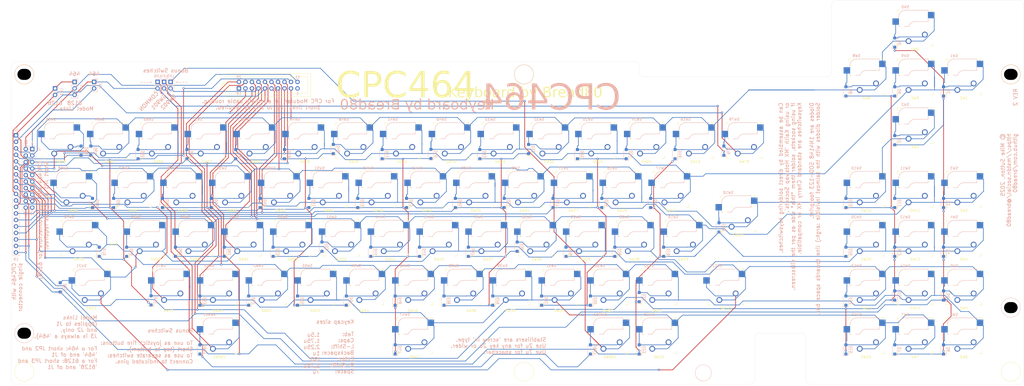
<source format=kicad_pcb>
(kicad_pcb (version 20240108) (generator "pcbnew") (generator_version "8.0")
  (layers (0 "F.Cu" signal) (31 "B.Cu" signal) (34 "B.Paste" user) (35 "F.Paste" user) (36 "B.SilkS" user "B.Silkscreen") (37 "F.SilkS" user "F.Silkscreen") (38 "B.Mask" user) (39 "F.Mask" user) (44 "Edge.Cuts" user))
  (net 0 "")
  (net 1 "Y10")
  (net 2 "Y9")
  (net 3 "Y8")
  (net 4 "Y7")
  (net 5 "Y6")
  (net 6 "Y5")
  (net 7 "Y4")
  (net 8 "Y3")
  (net 9 "Y2")
  (net 10 "X9")
  (net 11 "X8")
  (net 12 "X7")
  (net 13 "X6")
  (net 14 "X5")
  (net 15 "X4")
  (net 16 "X3")
  (net 17 "X2")
  (net 18 "X1")
  (net 19 "Y1")
  (net 20 "Net-(J1-Pin_2)")
  (net 21 "Net-(J1-Pin_1)")
  (net 24 "Net-(SW901-A)")
  (net 25 "Net-(D0-A)")
  (net 26 "Net-(D1-A)")
  (net 27 "Net-(D2-A)")
  (net 28 "Net-(D3-A)")
  (net 29 "Net-(D4-A)")
  (net 30 "Net-(D5-A)")
  (net 31 "Net-(D6-A)")
  (net 32 "Net-(D7-A)")
  (net 33 "Net-(D8-A)")
  (net 34 "Net-(D9-A)")
  (net 35 "Net-(D10-A)")
  (net 36 "Net-(D11-A)")
  (net 37 "Net-(D12-A)")
  (net 38 "Net-(D13-A)")
  (net 39 "Net-(D14-A)")
  (net 40 "Net-(D15-A)")
  (net 41 "Net-(D16-A)")
  (net 42 "Net-(D17-A)")
  (net 43 "Net-(D18-A)")
  (net 44 "Net-(D19-A)")
  (net 45 "Net-(D20-A)")
  (net 46 "Net-(D21-A)")
  (net 47 "Net-(D22-A)")
  (net 48 "Net-(D23-A)")
  (net 49 "Net-(D24-A)")
  (net 50 "Net-(D25-A)")
  (net 51 "Net-(D26-A)")
  (net 52 "Net-(D27-A)")
  (net 53 "Net-(D28-A)")
  (net 54 "Net-(D29-A)")
  (net 55 "Net-(D30-A)")
  (net 56 "Net-(D31-A)")
  (net 57 "Net-(D32-A)")
  (net 58 "Net-(D33-A)")
  (net 59 "Net-(D34-A)")
  (net 60 "Net-(D35-A)")
  (net 61 "Net-(D36-A)")
  (net 62 "Net-(D37-A)")
  (net 63 "Net-(D38-A)")
  (net 64 "Net-(D39-A)")
  (net 65 "Net-(D40-A)")
  (net 66 "Net-(D41-A)")
  (net 67 "Net-(D42-A)")
  (net 68 "Net-(D43-A)")
  (net 69 "Net-(D44-A)")
  (net 70 "Net-(D45-A)")
  (net 71 "Net-(D46-A)")
  (net 72 "Net-(D47-A)")
  (net 73 "Net-(D48-A)")
  (net 74 "Net-(D49-A)")
  (net 75 "Net-(D50-A)")
  (net 76 "Net-(D51-A)")
  (net 77 "Net-(D52-A)")
  (net 78 "Net-(D53-A)")
  (net 79 "Net-(D54-A)")
  (net 80 "Net-(D55-A)")
  (net 81 "Net-(D56-A)")
  (net 82 "Net-(D57-A)")
  (net 83 "Net-(D58-A)")
  (net 84 "Net-(D59-A)")
  (net 85 "Net-(D60-A)")
  (net 86 "Net-(D61-A)")
  (net 87 "Net-(D62-A)")
  (net 88 "Net-(D63-A)")
  (net 89 "Net-(D64-A)")
  (net 90 "Net-(D65-A)")
  (net 91 "Net-(D66-A)")
  (net 92 "Net-(D67-A)")
  (net 93 "Net-(D68-A)")
  (net 94 "Net-(D69-A)")
  (net 95 "Net-(D70-A)")
  (net 96 "Net-(D71-A)")
  (net 97 "Net-(D79-A)")
  (net 98 "Net-(SW902-A)")
  (net 100 "Net-(D901-A)")
  (net 101 "Net-(D901-K)")
  (net 102 "Net-(D902-A)")
  (footprint "CPC_Keyswitch:MountingHole4.3mmx5.3mmNPTH" (layer "F.Cu") (at 85.0125 118.075)
    (property "Reference" "H1" (hide yes))
    (property "Value" "MountingHole")
  )
  (footprint "MountingHole:MountingHole_4.3mm_M4_DIN965" (layer "F.Cu") (at 280.0125 118.075)
    (property "Reference" "H2" (hide yes))
    (property "Value" "MountingHole")
  )
  (footprint "CPC_Keyswitch:MountingHole4.3mmx5.3mmNPTH" (layer "F.Cu") (at 470.0125 118.075)
    (property "Reference" "H3" (hide yes))
    (property "Value" "MountingHole")
  )
  (footprint "CPC_Keyswitch:MountingHole4.3mmx5.3mmNPTH" (layer "F.Cu") (at 85.0125 219.075)
    (property "Reference" "H4" (hide yes))
    (property "Value" "MountingHole")
  )
  (footprint "MountingHole:MountingHole_3.2mm_M3_DIN965" (layer "F.Cu") (at 350.0125 234.575)
    (property "Reference" "H5" (hide yes))
    (property "Value" "MountingHole")
  )
  (footprint "CPC_Keyswitch:MountingHole4.3mmx5.3mmNPTH" (layer "F.Cu") (at 470.0125 209.075)
    (property "Reference" "H6" (hide yes))
    (property "Value" "MountingHole")
  )
  (footprint "MountingHole:MountingHole_2.2mm_M2_DIN965" (layer "F.Cu") (at 203.835 153.035)
    (property "Reference" "H8" (hide yes))
    (property "Value" "MountingHole")
  )
  (footprint "MountingHole:MountingHole_2.2mm_M2_DIN965" (layer "F.Cu") (at 356.235 153.035)
    (property "Reference" "H10" (hide yes))
    (property "Value" "MountingHole")
  )
  (footprint "MountingHole:MountingHole_2.2mm_M2_DIN965" (layer "F.Cu") (at 199.39 191.135)
    (property "Reference" "H12" (hide yes))
    (property "Value" "MountingHole")
  )
  (footprint "Connector_IDC:IDC-Header_2x10_P2.54mm_Vertical" (layer "F.Cu") (at 168.795 123.555 90)
    (property "Reference" "J2")
    (property "Value" "CPC Modular")
  )
  (footprint "MountingHole:MountingHole_2.2mm_M2_DIN965" (layer "F.Cu") (at 280.035 153.035)
    (property "Reference" "H9" (hide yes))
    (property "Value" "MountingHole")
  )
  (footprint "Keyswitches:Kailh_socket_MX_optional" (layer "F.Cu") (at 337.3875 162.925 180)
    (property "Reference" "SW17")
    (property "Value" "[")
  )
  (footprint "CPC_Keyswitch:Stabilizer_MX_7u" (layer "F.Cu") (at 237.375 220.075)
    (property "Reference" "ST3" (hide yes))
    (property "Value" "Stabiliser 7u" (hide yes))
  )
  (footprint "Keyswitches:Kailh_socket_MX_optional" (layer "F.Cu") (at 432.6375 119.0625 180)
    (property "Reference" "SW9")
    (property "Value" "COPY")
  )
  (footprint "Keyswitches:Kailh_socket_MX_optional" (layer "F.Cu") (at 151.65 181.975 180)
    (property "Reference" "SW60")
    (property "Value" "S")
  )
  (footprint "Keyswitches:Kailh_socket_MX_optional" (layer "F.Cu") (at 299.2875 162.925 180)
    (property "Reference" "SW27")
    (property "Value" "P")
  )
  (footprint "MountingHole:MountingHole_2.2mm_M2_DIN965" (layer "F.Cu") (at 413.385 150.495)
    (property "Reference" "H25" (hide yes))
    (property "Value" "MountingHole")
  )
  (footprint "Keyswitches:Kailh_socket_MX_optional" (layer "F.Cu") (at 332.625 201.025 180)
    (property "Reference" "SW22")
    (property "Value" "\\")
  )
  (footprint "MountingHole:MountingHole_2.2mm_M2_DIN965" (layer "F.Cu") (at 441.96 210.82)
    (property "Reference" "H28" (hide yes))
    (property "Value" "MountingHole")
  )
  (footprint "Keyswitches:Kailh_socket_MX_optional" (layer "F.Cu") (at 132.6 181.975 180)
    (property "Reference" "SW69")
    (property "Value" "A")
  )
  (footprint "Keyswitches:Kailh_socket_MX_optional" (layer "F.Cu") (at 270.7125 143.875 180)
    (property "Reference" "SW33")
    (property "Value" "9 )")
  )
  (footprint "Keyswitches:Kailh_socket_MX_optional" (layer "F.Cu") (at 161.175 201.025 180)
    (property "Reference" "SW63")
    (property "Value" "X")
  )
  (footprint "Keyswitches:Kailh_socket_MX_optional" (layer "F.Cu") (at 432.6375 220.075 180)
    (property "Reference" "SW7")
    (property "Value" ".")
  )
  (footprint "Keyswitches:Kailh_socket_MX_optional" (layer "F.Cu") (at 285 181.975 180)
    (property "Reference" "SW36")
    (property "Value" "L")
  )
  (footprint "Keyswitches:Kailh_socket_MX_optional" (layer "F.Cu") (at 184.9875 162.925 180)
    (property "Reference" "SW50")
    (property "Value" "R")
  )
  (footprint "Keyswitches:Kailh_socket_MX_optional" (layer "F.Cu") (at 413.5875 162.925 180)
    (property "Reference" "SW10")
    (property "Value" "7")
  )
  (footprint "Keyswitches:Kailh_socket_MX_optional" (layer "F.Cu") (at 451.6875 119.0625 180)
    (property "Reference" "SW1")
    (property "Value" "RIGHT")
  )
  (footprint "Keyswitches:Kailh_socket_MX_optional" (layer "F.Cu") (at 413.5875 201.025 180)
    (property "Reference" "SW13")
    (property "Value" "1")
  )
  (footprint "Keyswitches:Kailh_socket_MX_optional" (layer "F.Cu") (at 242.1375 162.925 180)
    (property "Reference" "SW42")
    (property "Value" "U")
  )
  (footprint "MountingHole:MountingHole_2.2mm_M2_DIN965" (layer "F.Cu") (at 146.05 220.345)
    (property "Reference" "H15" (hide yes))
    (property "Value" "MountingHole")
  )
  (footprint "MountingHole:MountingHole_2.2mm_M2_DIN965" (layer "F.Cu") (at 120.015 187.325)
    (property "Reference" "H11")
    (property "Value" "MountingHole")
  )
  (footprint "Keyswitches:Kailh_socket_MX_optional" (layer "F.Cu") (at 313.575 201.025 180)
    (property "Reference" "SW30")
    (property "Value" "/ ?")
  )
  (footprint "Keyswitches:Kailh_socket_MX_optional" (layer "F.Cu") (at 180.225 201.025 180)
    (property "Reference" "SW62")
    (property "Value" "C")
  )
  (footprint "Keyswitches:Kailh_socket_MX_optional" (layer "F.Cu") (at 189.75 181.975 180)
    (property "Reference" "SW53")
    (property "Value" "F")
  )
  (footprint "Keyswitches:Kailh_socket_MX_optional" (layer "F.Cu") (at 365.9625 143.875 180)
    (property "Reference" "SW79")
    (property "Value" "DEL")
  )
  (footprint "Keyswitches:Kailh_socket_MX_optional" (layer "F.Cu") (at 432.6375 201.025 180)
    (property "Reference" "SW14")
    (property "Value" "2")
  )
  (footprint "Keyswitches:Kailh_socket_MX_optional" (layer "F.Cu") (at 137.3625 143.875 180)
    (property "Reference" "SW65")
    (property "Value" "2 \"")
  )
  (footprint "Keyswitches:Kailh_socket_MX_optional" (layer "F.Cu") (at 294.525 201.025 180)
    (property "Reference" "SW31")
    (property "Value" ". >")
  )
  (footprint "Keyswitches:Kailh_socket_MX_optional" (layer "F.Cu") (at 265.95 181.975 180)
    (property "Reference" "SW37")
    (property "Value" "K")
  )
  (footprint "Keyswitches:Kailh_socket_MX_optional" (layer "F.Cu") (at 106.40625 181.975 180)
    (property "Reference" "SW70")
    (property "Value" "CAPS")
  )
  (footprint "MountingHole:MountingHole_4.3mm_M4_DIN965" (layer "F.Cu") (at 470.0125 234.075)
    (property "Reference" "H21" (hide yes))
    (property "Value" "MountingHole")
  )
  (footprint "MountingHole:MountingHole_2.2mm_M2_DIN965" (layer "F.Cu") (at 413.385 99.695)
    (property "Reference" "H23" (hide yes))
    (property "Value" "MountingHole")
  )
  (footprint "Keyswitches:Kailh_socket_MX_optional" (layer "F.Cu") (at 275.475 201.025 180)
    (property "Reference" "SW39")
    (property "Value" ", <")
  )
  (footprint "Keyswitches:Kailh_socket_MX_optional" (layer "F.Cu") (at 451.6875 220.075 180)
    (property "Reference" "SW6")
    (property "Value" "ENTER")
  )
  (footprint "MountingHole:MountingHole_2.2mm_M2_DIN965" (layer "F.Cu") (at 451.485 150.495)
    (property "Reference" "H26" (hide yes))
    (property "Value" "MountingHole")
  )
  (footprint "Keyswitches:Kailh_socket_MX_optional" (layer "F.Cu") (at 413.5875 181.975 180)
    (property "Reference" "SW20")
    (property "Value" "4")
  )
  (footprint "Keyswitches:Kailh_socket_MX_optional" (layer "F.Cu") (at 111.16875 201.025 180)
    (property "Reference" "SW21")
    (property "Value" "SHIFT")
  )
  (footprint "Keyswitches:Kailh_socket_MX_optional" (layer "F.Cu") (at 256.425 201.025 180)
    (property "Reference" "SW38")
    (property "Value" "M")
  )
  (footprint "Keyswitches:Kailh_socket_MX_optional" (layer "F.Cu") (at 104.025 162.925 180)
    (property "Reference" "SW68")
    (property "Value" "TAB")
  )
  (footprint "Keyswitches:Kailh_socket_MX_optional" (layer "F.Cu") (at 175.4625 143.875 180)
    (property "Reference" "SW56")
    (property "Value" "4 $")
  )
  (footprint "Keyswitches:Stabilizer_MX_2u" (layer "F.Cu") (at 111.16875 201.025)
    (property "Reference" "ST2" (hide yes))
    (property "Value" "Stabiliser 2u" (hide yes))
  )
  (footprint "Keyswitches:Kailh_socket_MX_optional" (layer "F.Cu") (at 146.8875 162.925 180)
    (property "Reference" "SW59")
    (property "Value" "W")
  )
  (footprint "Keyswitches:Kailh_socket_MX_optional" (layer "F.Cu") (at 313.575 220.075 180)
    (property "Reference" "SW902")
    (property "Value" "F1")
  )
  (footprint "Keyswitches:Kailh_socket_MX_optional" (layer "F.Cu") (at 223.0875 162.925 180)
    (property "Reference" "SW43")
    (property "Value" "Y")
  )
  (footprint "Keyswitches:Kailh_socket_MX_optional" (layer "F.Cu") (at 161.175 220.075 180)
    (property "Reference" "SW901")
    (property "Value" "F2")
  )
  (footprint "Keyswitches:Kailh_socket_MX_optional" (layer "F.Cu") (at 342.15 181.975 180)
    (property "Reference" "SW19")
    (property "Value" "]")
  )
  (footprint "MountingHole:MountingHole_2.2mm_M2_DIN965" (layer "F.Cu") (at 451.485 99.695)
    (property "Reference" "H24" (hide yes))
    (property "Value" "MountingHole")
  )
  (footprint "Keyswitches:Kailh_socket_MX_optional" (layer "F.Cu") (at 280.2375 162.925 180)
    (property "Reference" "SW34")
    (property "Value" "O")
  )
  (footprint "Keyswitches:Kailh_socket_MX_optional" (layer "F.Cu") (at 332.625 220.075 180)
    (property "Reference" "SW23")
    (property "Value" "CTRL")
  )
  (footprint "MountingHole:MountingHole_4.3mm_M4_DIN965" (layer "F.Cu") (at 280.0125 234.075)
    (property "Reference" "H20" (hide yes))
    (property "Value" "MountingHole")
  )
  (footprint "Keyswitches:Kailh_socket_MX_optional" (layer "F.Cu") (at 432.6375 162.925 180)
    (property "Reference" "SW11")
    (property "Value" "8")
  )
  (footprint "Keyswitches:Kailh_socket_MX_optional" (layer "F.Cu") (at 232.6125 143.875 180)
    (property "Reference" "SW41")
    (property "Value" "7 '")
  )
  (footprint "Keyswitches:Kailh_socket_MX_optional" (layer "F.Cu") (at 246.9 181.975 180)
    (property "Reference" "SW45")
    (property "Value" "J")
  )
  (footprint "MountingHole:MountingHole_2.2mm_M2_DIN965" (layer "F.Cu") (at 345.44 220.345)
    (property "Reference" "H22" (hide yes))
    (property "Value" "MountingHole")
  )
  (footprint "Keyswitches:Stabilizer_MX_2u" (layer "F.Cu") (at 363.58125 172.45 90)
    (property "Reference" "ST1" (hide yes))
    (property "Value" "Stabiliser 2u" (hide yes))
  )
  (footprint "Keyswitches:Kailh_socket_MX_optional" (layer "F.Cu") (at 413.5875 119.0625 180)
    (property "Reference" "SW8")
    (property "Value" "LEFT")
  )
  (footprint "Keyswitches:Kailh_socket_MX_optional" (layer "F.Cu") (at 208.8 181.975 180)
    (property "Reference" "SW52")
    (property "Value" "G")
  )
  (footprint "Keyswitches:Kailh_socket_MX_optional" (layer "F.Cu") (at 451.6875 201.025 180)
    (property "Reference" "SW5")
    (property "Value" "3")
  )
  (footprint "MountingHole:MountingHole_4.3mm_M4_DIN965" (layer "F.Cu") (at 85.0125 234.075)
    (property "Reference" "H19" (hide yes))
    (property "Value" "MountingHole")
  )
  (footprint "MountingHole:MountingHole_2.2mm_M2_DIN965" (layer "F.Cu") (at 275.59 191.135)
    (property "Reference" "H13" (hide yes))
    (property "Value" "MountingHole")
  )
  (footprint "MountingHole:MountingHole_2.2mm_M2_DIN965" (layer "F.Cu") (at 422.91 210.82)
    (property "Reference" "H27" (hide yes))
    (property "Value" "MountingHole")
  )
  (footprint "Keyswitches:Kailh_socket_MX_optional" (layer "F.Cu") (at 346.9125 143.875 180)
    (property "Reference" "SW16")
    (property "Value" "CLR")
  )
  (footprint "Keyswitches:Kailh_socket_MX_optional" (layer "F.Cu") (at 451.6875 181.975 180)
    (property "Reference" "SW4")
    (property "Value" "6")
  )
  (footprint "Keyswitches:Kailh_socket_MX_optional" (layer "F.Cu") (at 127.8375 162.925 180)
    (property "Reference" "SW67")
    (property "Value" "Q")
  )
  (footprint "Keyswitches:Kailh_socket_MX_optional" (layer "F.Cu") (at 363.58125 172.45 180)
    (property "Reference" "SW18")
    (property "Value" "ENTER")
  )
  (footprint "Keyswitches:Kailh_socket_MX_optional" (layer "F.Cu") (at 308.8125 143.875 180)
    (property "Reference" "SW25")
    (property "Value" "- =")
  )
  (footprint "MountingHole:MountingHole_2.2mm_M2_DIN965" (layer "F.Cu") (at 108.585 153.035)
    (property "Reference" "H7" (hide yes))
    (property "Value" "MountingHole")
  )
  (footprint "Keyswitches:Kailh_socket_MX_optional" (layer "F.Cu") (at 327.8625 143.875 180)
    (property "Reference" "SW24")
    (property "Value" "^ £")
  )
  (footprint "Keyswitches:Kailh_socket_MX_optional" (layer "F.Cu") (at 432.6375 181.975 180)
    (property "Reference" "SW12")
    (property "Value" "5")
  )
  (footprint "Keyswitches:Kailh_socket_MX_optional" (layer "F.Cu") (at 99.2625 143.875 180)
    (property "Reference" "SW66")
    (property "Value" "ESC")
  )
  (footprint "Keyswitches:Kailh_socket_MX_optional" (layer "F.Cu") (at 323.1 181.975 180)
    (property "Reference" "SW28")
    (property "Value" "; +")
  )
  (footprint "Keyswitches:Kailh_socket_MX_optional" (layer "F.Cu") (at 304.05 181.975 180)
    (property "Reference" "SW29")
    (property "Value" ": *")
  )
  (footprint "Keyswitches:Kailh_socket_MX_optional" (layer "F.Cu") (at 165.9375 162.925 180)
    (property "Reference" "SW58")
    (property "Value" "E")
  )
  (footprint "Keyswitches:Kailh_socket_MX_optional" (layer "F.Cu") (at 413.5875 220.075 180)
    (property "Reference" "SW15")
    (property "Value" "0")
  )
  (footprint "MountingHole:MountingHole_2.2mm_M2_DIN965" (layer "F.Cu") (at 345.44 192.405)
    (property "Reference" "H14" (hide yes))
    (property "Value" "MountingHole")
  )
  (footprint "Keyswitches:Kailh_socket_MX_optional" (layer "F.Cu") (at 451.6875 162.925 180)
    (property "Reference" "SW3")
    (property "Value" "9")
  )
  (footprint "Keyswitches:Kailh_socket_MX_optional" (layer "F.Cu") (at 213.5625 143.875 180)
    (property "Reference" "SW48")
    (property "Value" "6 &")
  )
  (footprint "Keyswitches:Kailh_socket_MX_optional" (layer "F.Cu") (at 156.4125 143.875 180)
    (property "Reference" "SW57")
    (property "Value" "3 #")
  )
  (footprint "Keyswitches:Kailh_socket_MX_optional" (layer "F.Cu") (at 170.7 181.975 180)
    (property "Reference" "SW61")
    (property "Value" "D")
  )
  (footprint "Keyswitches:Kailh_socket_MX_optional" (layer "F.Cu") (at 432.6375 100.0125 180)
    (property "Reference" "SW0")
    (property "Value" "UP")
  )
  (footprint "Keyswitches:Kailh_socket_MX_optional" (layer "F.Cu") (at 237.375 220.075 180)
    (property "Reference" "SW47")
    (property "Value" "SPACE")
  )
  (footprint "Keyswitches:Kailh_socket_MX_optional" (layer "F.Cu") (at 118.3125 143.875 180)
    (property "Reference" "SW64")
    (property "Value" "1 !")
  )
  (footprint "Keyswitches:Kailh_socket_MX_optional" (layer "F.Cu") (at 142.125 201.025 180)
    (property "Reference" "SW71")
    (property "Value" "Z")
  )
  (footprint "Keyswitches:Kailh_socket_MX_optional" (layer "F.Cu") (at 261.1875 162.925 180)
    (property "Reference" "SW35")
    (property "Value" "I")
  )
  (footprint "Keyswitches:Kailh_socket_MX_optional" (layer "F.Cu") (at 204.0375 162.925 180)
    (property "Reference" "SW51")
    (property "Value" "T")
  )
  (footprint "Keyswitches:Kailh_socket_MX_optional" (layer "F.Cu") (at 218.325 201.025 180)
    (property "Reference" "SW54")
    (property "Value" "B")
  )
  (footprint "Keyswitches:Kailh_socket_MX_optional" (layer "F.Cu") (at 237.375 201.025 180)
    (property "Reference" "SW46")
    (property "Value" "N")
  )
  (footprint "Keyswitches:Kailh_socket_MX_optional" (layer "F.Cu") (at 194.5125 143.875 180)
    (property "Reference" "SW49")
    (property "Value" "5 %")
  )
  (footprint "Keyswitches:Kailh_socket_MX_optional" (layer "F.Cu") (at 318.3375 162.925 180)
    (property "Reference" "SW26")
    (property "Value" "@ |")
  )
  (footprint "Keyswitches:Kailh_socket_MX_optional" (layer "F.Cu") (at 432.6375 138.1125 180)
    (property "Reference" "SW2")
    (property "Value" "DOWN")
  )
  (footprint "Keyswitches:Kailh_socket_MX_optional" (layer "F.Cu") (at 251.6625 143.875 180)
    (property "Reference" "SW40")
    (property "Value" "8 (")
  )
  (footprint "Keyswitches:Kailh_socket_MX_optional" (layer "F.Cu") (at 289.7625 143.875 180)
    (property "Reference" "SW32")
    (property "Value" "0 _")
  )
  (footprint "Keyswitches:Kailh_socket_MX_optional" (layer "F.Cu") (at 199.275 201.025 180)
    (property "Reference" "SW55")
    (property "Value" "V")
  )
  (footprint "Keyswitches:Kailh_socket_MX_optional" (layer "F.Cu") (at 358.81875 201.025 180)
    (property "Reference" "SW121")
    (property "Value" "SHIFT")
  )
  (footprint "Keyswitches:Kailh_socket_MX_optional" (layer "F.Cu") (at 227.85 181.975 180)
    (property "Reference" "SW44")
    (property "Value" "H")
  )
  (footprint "Connector_PinHeader_2.54mm:PinHeader_1x03_P2.54mm_Vertical" (layer "B.Cu") (at 104.66 121.015 180)
    (property "Reference" "LK1")
    (property "Value" "Jumper_3_Open")
  )
  (footprint "Connector_PinHeader_2.54mm:PinHeader_2x10_P2.54mm_Vertical" (layer "B.Cu") (at 88.155 147.215 180)
    (property "Reference" "J1")
    (property "Value" "Membrane 464/6128")
  )
  (footprint "Connector_PinHeader_2.54mm:PinHeader_1x02_P2.54mm_Vertical" (layer "B.Cu") (at 112.28 121.015 180)
    (property "Reference" "LK2")
    (property "Value" "Jumper_NC_Small")
  )
  (footprint "Connector_PinHeader_2.54mm:PinHeader_1x02_P2.54mm_Vertical" (layer "B.Cu") (at 97.04 123.555 180)
    (property "Reference" "LK3")
    (property "Value" "Jumper_NC_Small")
  )
  (footprint "CPC_Keyswitch:D_SOD-123-Handsolder" (layer "B.Cu") (at 111.645 168.26 90)
    (property "Reference" "D68")
    (property "Value" "1N4148")
  )
  (footprint "CPC_Keyswitch:D_SOD-123-Handsolder" (layer "B.Cu") (at 248.805 206.36 90)
    (property "Reference" "D38")
    (property "Value" "1N4148")
  )
  (footprint "CPC_Keyswitch:D_SOD-123-Handsolder" (layer "B.Cu") (at 138.95 168.26 90)
    (property "Reference" "D59")
    (property "Value" "1N4148")
  )
  (footprint "CPC_Keyswitch:D_SOD-123-Handsolder" (layer "B.Cu") (at 167.525 149.21 90)
    (property "Reference" "D56")
    (property "Value" "1N4148")
  )
  (footprint "CPC_Keyswitch:D_SOD-123-Handsolder" (layer "B.Cu") (at 315.48 187.31 90)
    (property "Reference" "D28")
    (property "Value" "1N4148")
  )
  (footprint "CPC_Keyswitch:D_SOD-123-Handsolder" (layer "B.Cu") (at 325.005 225.41 90)
    (property "Reference" "D23")
    (property "Value" "1N4148")
  )
  (footprint "CPC_Keyswitch:D_SOD-123-Handsolder" (layer "B.Cu") (at 258.33 187.31 90)
    (property "Reference" "D37")
    (property "Value" "1N4148")
  )
  (footprint "CPC_Keyswitch:D_SOD-123-Handsolder" (layer "B.Cu") (at 405.65 225.41 90)
    (property "Reference" "D15")
    (property "Value" "1N4148")
  )
  (footprint "CPC_Keyswitch:D_SOD-123-Handsolder" (layer "B.Cu") (at 253.25 168.26 90)
    (property "Reference" "D35")
    (property "Value" "1N4148")
  )
  (footprint "CPC_Keyswitch:D_SOD-123-Handsolder" (layer "B.Cu") (at 243.725 149.12 90)
    (property "Reference" "D40")
    (property "Value" "1N4148")
  )
  (footprint "CPC_Keyswitch:D_SOD-123-Handsolder" (layer "B.Cu") (at 424.7 204.365 90)
    (property "Reference" "D14")
    (property "Value" "1N4148")
  )
  (footprint "CPC_Keyswitch:D_SOD-123-Handsolder" (layer "B.Cu") (at 114.3 187.31 90)
    (property "Reference" "D70")
    (property "Value" "1N4148")
  )
  (footprint "CPC_Keyswitch:D_SOD-123-Handsolder" (layer "B.Cu") (at 291.35 168.26 90)
    (property "Reference" "D27")
    (property "Value" "1N4148")
  )
  (footprint "CPC_Keyswitch:D_SOD-123-Handsolder" (layer "B.Cu") (at 443.75 225.41 90)
    (property "Reference" "D6")
    (property "Value" "1N4148")
  )
  (footprint "CPC_Keyswitch:D_SOD-123-Handsolder" (layer "B.Cu") (at 191.655 206.36 90)
    (property "Reference" "D55")
    (property "Value" "1N4148")
  )
  (footprint "CPC_Keyswitch:D_SOD-123-Handsolder" (layer "B.Cu") (at 220.23 187.31 90)
    (property "Reference" "D44")
    (property "Value" "1N4148")
  )
  (footprint "CPC_Keyswitch:D_SOD-123-Handsolder" (layer "B.Cu") (at 205.625 147.215 90)
    (property "Reference" "D48")
    (property "Value" "1N4148")
  )
  (footprint "CPC_Keyswitch:D_SOD-123-Handsolder" (layer "B.Cu") (at 153.555 206.36 90)
    (property "Reference" "D63")
    (property "Value" "1N4148")
  )
  (footprint "CPC_Keyswitch:D_SOD-123-Handsolder" (layer "B.Cu") (at 305.955 206.36 90)
    (property "Reference" "D30")
    (property "Value" "1N4148")
  )
  (footprint "Connector_PinHeader_2.54mm:PinHeader_1x02_P2.54mm_Vertical" (layer "B.Cu") (at 142.125 121.01 180)
    (property "Reference" "LK5")
    (property "Value" "F1")
  )
  (footprint "CPC_Keyswitch:D_SOD-123-Handsolder" (layer "B.Cu") (at 182.13 187.31 90)
    (property "Reference" "D53")
    (property "Value" "1N4148")
  )
  (footprint "CPC_Keyswitch:D_SOD-123-Handsolder" (layer "B.Cu") (at 443.75 187.31 90)
    (property "Reference" "D4")
    (property "Value" "1N4148")
  )
  (footprint "CPC_Keyswitch:D_SOD-123-Handsolder" (layer "B.Cu") (at 272.3 168.26 90)
    (property "Reference" "D34")
    (property "Value" "1N4148")
  )
  (footprint "CPC_Keyswitch:D_SOD-123-Handsolder" (layer "B.Cu") (at 262.775 149.21 90)
    (property "Reference" "D33")
    (property "Value" "1N4148")
  )
  (footprint "Connector_PinHeader_2.54mm:PinHeader_1x19_P2.54mm_Vertical" (layer "B.Cu") (at 81.8 141.855 180)
    (property "Reference" "J3")
    (property "Value" "Conn_01x19_Pin")
  )
  (footprint "CPC_Keyswitch:D_SOD-123-Handsolder" (layer "B.Cu") (at 281.825 147.215 90)
    (property "Reference" "D32")
    (property "Value" "1N4148")
  )
  (footprint "CPC_Keyswitch:D_SOD-123-Handsolder" (layer "B.Cu") (at 424.7 168.26 90)
    (property "Reference" "D11")
    (property "Value" "1N4148")
  )
  (footprint "CPC_Keyswitch:D_SOD-123-Handsolder" (layer "B.Cu") (at 338.975 149.21 90)
    (property "Reference" "D16")
    (property "Value" "1N4148")
  )
  (footprint "CPC_Keyswitch:D_SOD-123-Handsolder" (layer "B.Cu") (at 99.06 201.19 90)
    (property "Reference" "D21")
    (property "Value" "1N4148")
  )
  (footprint "CPC_Keyswitch:D_SOD-123-Handsolder" (layer "B.Cu") (at 296.43 187.31 90)
    (property "Reference" "D29")
    (property "Value" "1N4148")
  )
  (footprint "CPC_Keyswitch:D_SOD-123-Handsolder" (layer "B.Cu") (at 443.75 124.715 90)
    (property "Reference" "D1")
    (property "Value" "1N4148")
  )
  (footprint "CPC_Keyswitch:D_SOD-123-Handsolder" (layer "B.Cu") (at 229.755 206.36 90)
    (property "Reference" "D46")
    (property "Value" "1N4148")
  )
  (footprint "CPC_Keyswitch:D_SOD-123-Handsolder" (layer "B.Cu") (at 305.955 225.41 90)
    (property "Reference" "D902")
    (property "Value" "1N4148")
  )
  (footprint "CPC_Keyswitch:D_SOD-123-Handsolder" (layer "B.Cu") (at 286.905 206.36 90)
    (property "Reference" "D31")
    (property "Value" "1N4148")
  )
  (footprint "CPC_Keyswitch:D_SOD-123-Handsolder" (layer "B.Cu") (at 325.005 205 90)
    (property "Reference" "D22")
    (property "Value" "1N4148")
  )
  (footprint "CPC_Keyswitch:D_SOD-123-Handsolder" (layer "B.Cu") (at 300.875 149.21 90)
    (property "Reference" "D25")
    (property "Value" "1N4148")
  )
  (footprint "CPC_Keyswitch:D_SOD-123-Handsolder" (layer "B.Cu") (at 224.675 149.21 90)
    (property "Reference" "D41")
    (property "Value" "1N4148")
  )
  (footprint "CPC_Keyswitch:D_SOD-123-Handsolder" (layer "B.Cu") (at 424.7 143.765 90)
    (property "Reference" "D2")
    (property "Value" "1N4148")
  )
  (footprint "Connector_PinHeader_2.54mm:PinHeader_1x02_P2.54mm_Vertical" (layer "B.Cu") (at 139.585 121.01 180)
    (property "Reference" "LK4")
    (property "Value" "F2")
  )
  (footprint "CPC_Keyswitch:D_SOD-123-Handsolder" (layer "B.Cu") (at 158 168.26 90)
    (property "Reference" "D58")
    (property "Value" "1N4148")
  )
  (footprint "CPC_Keyswitch:D_SOD-123-Handsolder" (layer "B.Cu") (at 111.01 147.85 90)
    (property "Reference" "D64")
    (property "Value" "1N4148")
  )
  (footprint "CPC_Keyswitch:D_SOD-123-Handsolder" (layer "B.Cu") (at 334.53 187.31 90)
    (property "Reference" "D19")
    (property "Value" "1N4148")
  )
  (footprint "CPC_Keyswitch:D_SOD-123-Handsolder" (layer "B.Cu") (at 405.65 187.31 90)
    (property "Reference" "D20")
    (property "Value" "1N4148")
  )
  (footprint "Connector_PinHeader_2.54mm:PinHeader_1x02_P2.54mm_Vertical" (layer "B.Cu") (at 137.045 121.01 180)
    (property "Reference" "LK6")
    (property "Value" "COMMON")
  )
  (footprint "CPC_Keyswitch:D_SOD-123-Handsolder" (layer "B.Cu") (at 239.28 187.31 90)
    (property "Reference" "D45")
    (property "Value" "1N4148")
  )
  (footprint "CPC_Keyswitch:D_SOD-123-Handsolder" (layer "B.Cu") (at 229.755 225.41 90)
    (property "Reference" "D47")
    (property "Value" "1N4148")
  )
  (footprint "CPC_Keyswitch:D_SOD-123-Handsolder" (layer "B.Cu") (at 405.65 168.26 90)
    (property "Reference" "D10")
    (property "Value" "1N4148")
  )
  (footprint "CPC_Keyswitch:D_SOD-123-Handsolder" (layer "B.Cu") (at 319.925 149.21 90)
    (property "Reference" "D24")
    (property "Value" "1N4148")
  )
  (footprint "CPC_Keyswitch:D_SOD-123-Handsolder" (layer "B.Cu") (at 424.7 225.41 90)
    (property "Reference" "D7")
    (property "Value" "1N4148")
  )
  (footprint "CPC_Keyswitch:D_SOD-123-Handsolder" (layer "B.Cu") (at 424.7 124.715 90)
    (property "Reference" "D9")
    (property "Value" "1N4148")
  )
  (footprint "CPC_Keyswitch:D_SOD-123-Handsolder" (layer "B.Cu") (at 196.1 168.26 90)
    (property "Reference" "D51")
    (property "Value" "1N4148")
  )
  (footprint "CPC_Keyswitch:D_SOD-123-Handsolder" (layer "B.Cu") (at 424.7 105.665 90)
    (property "Reference" "D0")
    (property "Value" "1N4148")
  )
  (footprint "CPC_Keyswitch:D_SOD-123-Handsolder" (layer "B.Cu") (at 134.505 206.27 90)
    (property "Reference" "D71")
    (property "Value" "1N4148")
  )
  (footprint "CPC_Keyswitch:D_SOD-123-Handsolder" (layer "B.Cu") (at 210.705 206.36 90)
    (property "Reference" "D54")
    (property "Value" "1N4148")
  )
  (footprint "CPC_Keyswitch:D_SOD-123-Handsolder" (layer "B.Cu") (at 405.65 206.36 90)
    (property "Reference" "D13")
    (property "Value" "1N4148")
  )
  (footprint "CPC_Keyswitch:D_SOD-123-Handsolder" (layer "B.Cu") (at 267.855 206.36 90)
    (property "Reference" "D39")
    (property "Value" "1N4148")
  )
  (footprint "CPC_Keyswitch:D_SOD-123-Handsolder" (layer "B.Cu") (at 215.15 168.26 90)
    (property "Reference" "D43")
    (property "Value" "1N4148")
  )
  (footprint "CPC_Keyswitch:D_SOD-123-Handsolder" (layer "B.Cu") (at 310.4 168.26 90)
    (property "Reference" "D26")
    (property "Value" "1N4148")
  )
  (footprint "CPC_Keyswitch:D_SOD-123-Handsolder" (layer "B.Cu") (at 153.555 225.41 90)
    (property "Reference" "D901")
    (property "Value" "1N4148")
  )
  (footprint "CPC_Keyswitch:D_SOD-123-Handsolder" (layer "B.Cu") (at 277.38 185.315 90)
    (property "Reference" "D36")
    (property "Value" "1N4148")
  )
  (footprint "CPC_Keyswitch:D_SOD-123-Handsolder" (layer "B.Cu") (at 358.025 147.85 90)
    (property "Reference" "D79")
    (property "Value" "1N4148")
  )
  (footprint "CPC_Keyswitch:D_SOD-123-Handsolder" (layer "B.Cu") (at 129.425 149.21 90)
    (property "Reference" "D65")
    (property "Value" "1N4148")
  )
  (footprint "CPC_Keyswitch:D_SOD-123-Handsolder" (layer "B.Cu") (at 234.2 168.26 90)
    (property "Reference" "D42")
    (property "Value" "1N4148")
  )
  (footprint "CPC_Keyswitch:D_SOD-123-Handsolder" (layer "B.Cu") (at 107.2 147.85 90)
    (property "Reference" "D66")
    (property "Value" "1N4148")
  )
  (footprint "CPC_Keyswitch:D_SOD-123-Handsolder" (layer "B.Cu") (at 443.75 168.26 90)
    (property "Reference" "D3")
    (property "Value" "1N4148")
  )
  (footprint "CPC_Keyswitch:D_SOD-123-Handsolder" (layer "B.Cu") (at 124.98 187.31 90)
    (property "Reference" "D69")
    (property "Value" "1N4148")
  )
  (footprint "CPC_Keyswitch:D_SOD-123-Handsolder" (layer "B.Cu") (at 177.05 168.26 90)
    (property "Reference" "D50")
    (property "Value" "1N4148")
  )
  (footprint "CPC_Keyswitch:D_SOD-123-Handsolder" (layer "B.Cu") (at 356.12 177.785 90)
    (property "Reference" "D18")
    (property "Value" "1N4148")
  )
  (footprint "CPC_Keyswitch:D_SOD-123-Handsolder" (layer "B.Cu") (at 201.18 185.315 90)
    (property "Reference" "D52")
    (property "Value" "1N4148")
  )
  (footprint "CPC_Keyswitch:D_SOD-123-Handsolder" (layer "B.Cu") (at 163.08 187.31 90)
    (property "Reference" "D61")
    (property "Value" "1N4148")
  )
  (footprint "CPC_Keyswitch:D_SOD-123-Handsolder" (layer "B.Cu") (at 186.575 149.21 90)
    (property "Reference" "D49")
    (property "Value" "1N4148")
  )
  (footprint "CPC_Keyswitch:D_SOD-123-Handsolder" (layer "B.Cu") (at 144.03 187.31 90)
    (property "Reference" "D60")
    (property "Value" "1N4148")
  )
  (footprint "CPC_Keyswitch:D_SOD-123-Handsolder" (layer "B.Cu") (at 443.75 204.365 90)
    (property "Reference" "D5")
    (property "Value" "1N4148")
  )
  (footprint "CPC_Keyswitch:D_SOD-123-Handsolder" (layer "B.Cu") (at 119.9 168.26 90)
    (property "Reference" "D67")
    (property "Value" "1N4148")
  )
  (footprint "CPC_Keyswitch:D_SOD-123-Handsolder" (layer "B.Cu") (at 148.475 149.21 90)
    (property "Reference" "D57")
    (property "Value" "1N4148")
  )
  (footprint "CPC_Keyswitch:D_SOD-123-Handsolder" (layer "B.Cu") (at 424.7 187.31 90)
    (property "Reference" "D12")
    (property "Value" "1N4148")
  )
  (footprint "CPC_Keyswitch:D_SOD-123-Handsolder" (layer "B.Cu") (at 329.45 168.26 90)
    (property "Reference" "D17")
    (property "Value" "1N4148")
  )
  (footprint "CPC_Keyswitch:D_SOD-123-Handsolder" (layer "B.Cu") (at 405.65 124.715 90)
    (property "Reference" "D8")
    (property "Value" "1N4148")
  )
  (footprint "CPC_Keyswitch:D_SOD-123-Handsolder" (layer "B.Cu") (at 172.605 206.36 90)
    (property "Reference" "D62")
    (property "Value" "1N4148")
  )
  (gr_circle (center 280.0125 118.075) (end 280.0125 114.3) (stroke (width 0.12)) (fill none) (layer "B.SilkS"))
  (gr_circle (center 85.0125 219.075) (end 88.7875 219.075) (stroke (width 0.12)) (fill none) (layer "B.SilkS"))
  (gr_circle (center 470.0125 118.075) (end 470.0125 114.3) (stroke (width 0.12)) (fill none) (layer "B.SilkS"))
  (gr_circle (center 85.0125 118.075) (end 85.0125 114.3) (stroke (width 0.12)) (fill none) (layer "B.SilkS"))
  (gr_circle (center 470.0125 209.075) (end 473.7875 209.075) (stroke (width 0.12)) (fill none) (layer "B.SilkS"))
  (gr_circle (center 350.0125 234.575) (end 350.0125 231.4) (stroke (width 0.12)) (fill none) (layer "B.SilkS"))
  (gr_circle (center 280.0125 118.075) (end 283.7875 118.075) (stroke (width 0.12)) (fill none) (layer "F.SilkS"))
  (gr_circle (center 85.0125 118.075) (end 88.7875 118.075) (stroke (width 0.12)) (fill none) (layer "F.SilkS"))
  (gr_circle (center 280.0125 234.075) (end 280.0125 230.3) (stroke (width 0.12)) (fill none) (layer "F.SilkS"))
  (gr_circle (center 470.0125 118.075) (end 470.0125 114.3666) (stroke (width 0.12)) (fill none) (layer "F.SilkS"))
  (gr_circle (center 85.0125 234.075) (end 85.0125 230.3) (stroke (width 0.12)) (fill none) (layer "F.SilkS"))
  (gr_circle (center 470.0125 234.075) (end 470.0125 230.3) (stroke (width 0.12)) (fill none) (layer "F.SilkS"))
  (gr_line (start 475.012501 237.170001) (end 475.012501 90.979999) (stroke (width 0.05)) (layer "Edge.Cuts"))
  (gr_line (start 473.107501 89.074999) (end 401.917499 89.074999) (stroke (width 0.05)) (layer "Edge.Cuts"))
  (gr_line (start 325.012498 117.170002) (end 325.0125 114.979998) (stroke (width 0.05)) (layer "Edge.Cuts"))
  (gr_arc (start 388.107502 219.074998) (mid 389.45454 219.63296) (end 390.012502 220.979998) (stroke (width 0.05)) (layer "Edge.Cuts"))
  (gr_line (start 391.917499 239.075001) (end 473.107501 239.075001) (stroke (width 0.05)) (layer "Edge.Cuts"))
  (gr_line (start 371.9175 219.075) (end 388.107502 219.074998) (stroke (width 0.05)) (layer "Edge.Cuts"))
  (gr_arc (start 326.917498 119.075002) (mid 325.57046 118.51704) (end 325.012498 117.170002) (stroke (width 0.05)) (layer "Edge.Cuts"))
  (gr_arc (start 391.917499 239.075001) (mid 390.570461 238.517039) (end 390.012499 237.170001) (stroke (width 0.05)) (layer "Edge.Cuts"))
  (gr_line (start 370.0125 220.98) (end 370.012501 237.170001) (stroke (width 0.05)) (layer "Edge.Cuts"))
  (gr_line (start 81.917499 113.074999) (end 323.1075 113.074998) (stroke (width 0.05)) (layer "Edge.Cuts"))
  (gr_line (start 81.917499 239.075001) (end 368.107501 239.075001) (stroke (width 0.05)) (layer "Edge.Cuts"))
  (gr_line (start 400.012499 90.979999) (end 400.012502 117.170002) (stroke (width 0.05)) (layer "Edge.Cuts"))
  (gr_arc (start 475.012501 237.170001) (mid 474.454539 238.517039) (end 473.107501 239.075001) (stroke (width 0.05)) (layer "Edge.Cuts"))
  (gr_arc (start 323.1075 113.074998) (mid 324.454538 113.63296) (end 325.0125 114.979998) (stroke (width 0.05)) (layer "Edge.Cuts"))
  (gr_arc (start 370.012501 237.170001) (mid 369.454539 238.517039) (end 368.107501 239.075001) (stroke (width 0.05)) (layer "Edge.Cuts"))
  (gr_arc (start 81.917499 239.075001) (mid 80.570461 238.517039) (end 80.012499 237.170001) (stroke (width 0.05)) (layer "Edge.Cuts"))
  (gr_line (start 80.012499 114.979999) (end 80.012499 237.170001) (stroke (width 0.05)) (layer "Edge.Cuts"))
  (gr_arc (start 400.012499 90.979999) (mid 400.570461 89.632961) (end 401.917499 89.074999) (stroke (width 0.05)) (layer "Edge.Cuts"))
  (gr_arc (start 400.012502 117.170002) (mid 399.45454 118.51704) (end 398.107502 119.075002) (stroke (width 0.05)) (layer "Edge.Cuts"))
  (gr_line (start 398.107502 119.075002) (end 326.917498 119.075002) (stroke (width 0.05)) (layer "Edge.Cuts"))
  (gr_arc (start 473.107501 89.074999) (mid 474.454539 89.632961) (end 475.012501 90.979999) (stroke (width 0.05)) (layer "Edge.Cuts"))
  (gr_arc (start 370.0125 220.98) (mid 370.570462 219.632962) (end 371.9175 219.075) (stroke (width 0.05)) (layer "Edge.Cuts"))
  (gr_line (start 390.012499 237.170001) (end 390.012502 220.979998) (stroke (width 0.05)) (layer "Edge.Cuts"))
  (gr_arc (start 80.012499 114.979999) (mid 80.570461 113.632961) (end 81.917499 113.074999) (stroke (width 0.05)) (layer "Edge.Cuts"))
  (gr_text "464" (at 112.28 117.84 0) (layer "B.SilkS") (effects (font (size 1.5 1.5) (thickness 0.25)) (justify mirror)))
  (gr_text "1.5u\n1.75u\n2.25u\n1u\nISO\n1.75u\n7u" (at 200.545 218.805 0) (layer "B.SilkS") (effects (font (size 1.5 1.5) (thickness 0.25) (bold yes)) (justify left top mirror)))
  (gr_text "Can be assembled by direct soldering keyswitches, \nor using Kailh 'MX Hotswap Sockets'.\nIf using sockets, solder them *this* side as per the silkscreen.\nKeyswitches are standard Cherry MX or compatible.\n\nDiodes are 1N4148 SOD-123 footprint.\nSolder diodes with the (almost invisible :argh:) line towards space bar." (at 395.605 128.905 90) (layer "B.SilkS") (effects (font (size 1.5 1.5) (thickness 0.25) (bold yes)) (justify left bottom mirror)))
  (gr_text "Keyboard by Bread80" (at 238.3282 130.0988 -0) (layer "B.SilkS") (effects (font (size 4 4) (thickness 0.25)) (justify mirror)))
  (gr_text "<---" (at 135.14 121.65 0) (layer "B.SilkS") (effects (font (size 1 1)) (justify left bottom mirror)))
  (gr_text "1" (at 83.705 141.97 0) (layer "B.SilkS") (effects (font (size 1 1)) (justify right mirror)))
  (gr_text "20" (at 168.795 119.11 0) (layer "B.SilkS") (effects (font (size 1 1)) (justify mirror)))
  (gr_text "CPC464" (at 290.4236 127.635 -0) (layer "B.SilkS") (effects (font (size 10 10) (thickness 0.625)) (justify mirror)))
  (gr_text "6128" (at 104.66 129.27 0) (layer "B.SilkS") (effects (font (size 1.5 1.5) (thickness 0.25)) (justify mirror)))
  (gr_text "--->" (at 149.11 121.65 0) (layer "B.SilkS") (effects (font (size 1 1)) (justify left bottom mirror)))
  (gr_text "1" (at 88.15 144.51 0) (layer "B.SilkS") (effects (font (size 1 1)) (justify mirror)))
  (gr_text "Model Links\n(Applies to J1 \nand J2 only,\nJ3 is always a '464).\n\nFor a 464: short JP2 and\n'464' end of J1\nFor a 6128: short JP3 and\n'6128' and of J1" (at 113.665 212.09 0) (layer "B.SilkS") (effects (font (size 1.5 1.5) (thickness 0.25) (bold yes)) (justify left top mirror)))
  (gr_text "Bonus Switches" (at 140.22 116.57 0) (layer "B.SilkS") (effects (font (size 1.5 1.5) (thickness 0.25)) (justify mirror)))
  (gr_text "1" (at 191.655 125.46 0) (layer "B.SilkS") (effects (font (size 1 1)) (justify mirror)))
  (gr_text "CPC464 with\nsingle connector" (at 84.34 191.5 90) (layer "B.SilkS") (effects (font (size 1.5 1.5) (thickness 0.25) (bold yes)) (justify left bottom mirror)))
  (gr_text "Model Links" (at 105.41 131.445 0) (layer "B.SilkS") (effects (font (size 1.5 1.5) (thickness 0.25)) (justify mirror)))
  (gr_text "19" (at 81.8 190.23 0) (layer "B.SilkS") (effects (font (size 1 1)) (justify mirror)))
  (gr_text "11" (at 85.61 144.51 0) (layer "B.SilkS") (effects (font (size 1 1)) (justify mirror)))
  (gr_text "10" (at 88.15 172.45 0) (layer "B.SilkS") (effects (font (size 1 1)) (justify mirror)))
  (gr_text "© Mike Sutton, 2025\nhttps://mstdn.social/@bread80\ngithub.com/bread80" (at 469.265 140.97 90) (layer "B.SilkS") (effects (font (size 1.5 1.5) (thickness 0.25)) (justify left mirror)))
  (gr_text "10" (at 168.795 125.46 0) (layer "B.SilkS") (effects (font (size 1 1)) (justify mirror)))
  (gr_text "Keycap sizes\n\nTab:\nCaps:\nL-Shift:\nBackspace:\nEnter:\nR-Shift:\nSpace:" (at 213.88 213.725 0) (layer "B.SilkS") (effects (font (size 1.5 1.5) (thickness 0.25) (bold yes)) (justify left top mirror)))
  (gr_text "For CPC Modular, or alternate cable routing.\nShort links JP1 to JP3 as required." (at 180.225 131.81 0) (layer "B.SilkS") (effects (font (size 1.5 1.5) (thickness 0.25) (bold yes)) (justify bottom mirror)))
  (gr_text "REV 2" (at 471.805 127 90) (layer "B.SilkS") (effects (font (size 1.5 1.5) (thickness 0.25) (bold yes)) (justify mirror)))
  (gr_text "SW902" (at 144.665 126.73 45) (layer "B.SilkS") (effects (font (size 1.5 1.5) (thickness 0.25) (bold yes)) (justify left bottom mirror)))
  (gr_text "11" (at 191.655 119.11 0) (layer "B.SilkS") (effects (font (size 1 1)) (justify mirror)))
  (gr_text "20" (at 85.61 172.45 0) (layer "B.SilkS") (effects (font (size 1 1)) (justify mirror)))
  (gr_text "464" (at 104.66 117.84 0) (layer "B.SilkS") (effects (font (size 1.5 1.5) (thickness 0.25)) (justify mirror)))
  (gr_text "SW901" (at 140.855 126.73 45) (layer "B.SilkS") (effects (font (size 1.5 1.5) (thickness 0.25) (bold yes)) (justify left bottom mirror)))
  (gr_text "CPC464 with dual connectors (or 6128).\nShort JP1 to JP3 as required." (at 94.5 151.765 90) (layer "B.SilkS") (effects (font (size 1.5 1.5) (thickness 0.25) (bold yes)) (justify left bottom mirror)))
  (gr_text "Stabilisers are 'screw in' type.\nUse 2u for any key 2u or wider.\nUse 7u for spacebar." (at 288.81 220.71 0) (layer "B.SilkS") (effects (font (size 1.5 1.5) (thickness 0.25) (bold yes)) (justify left top mirror)))
  (gr_text "6128" (at 97.04 129.27 0) (layer "B.SilkS") (effects (font (size 1.5 1.5) (thickness 0.25)) (justify mirror)))
  (gr_text "COMMON" (at 137.795 125.73 45) (layer "B.SilkS") (effects (font (size 1.5 1.5) (thickness 0.25) (bold yes)) (justify left bottom mirror)))
  (gr_text "Bonus Switches\n\nTo use as joystick fire buttons:\nShort (top to bottom).\nTo use as separate switches:\nConnect to indicated pins." (at 151.015 217.17 0) (layer "B.SilkS") (effects (font (size 1.5 1.5) (thickness 0.25) (bold yes)) (justify left top mirror)))
  (gr_text "Keyboard by Bread80" (at 280.5176 125.3236 0) (layer "F.SilkS") (effects (font (size 4 4) (thickness 0.25))))
  (gr_text "CPC464" (at 233.9594 122.8344 0) (layer "F.SilkS") (effects (font (size 10 10) (thickness 0.625))))
  (segment (start 355.6508 130.429) (end 355.6508 145.799616) (width 0.25) (layer "F.Cu") (net 1))
  (segment (start 109.74 121.015) (end 104.66 126.095) (width 0.25) (layer "F.Cu") (net 1))
  (segment (start 355.6508 145.799616) (end 358.0384 148.187216) (width 0.25) (layer "F.Cu") (net 1))
  (segment (start 112.28 121.015) (end 109.74 121.015) (width 0.25) (layer "F.Cu") (net 1))
  (via (at 358.0384 148.187216) (size 0.8) (drill 0.4) (layers "F.Cu" "B.Cu") (net 1))
  (via (at 355.6508 130.429) (size 0.8) (drill 0.4) (layers "F.Cu" "B.Cu") (net 1))
  (segment (start 81.8 144.395) (end 100.1 126.095) (width 0.25) (layer "B.Cu") (net 1))
  (segment (start 355.6 130.4798) (end 143.9748 130.4798) (width 0.25) (layer "B.Cu") (net 1))
  (segment (start 119.9458 123.55) (end 119.5571 123.1613) (width 0.25) (layer "B.Cu") (net 1))
  (segment (start 119.5571 123.1613) (end 117.4108 121.015) (width 0.25) (layer "B.Cu") (net 1))
  (segment (start 355.6508 130.429) (end 355.6 130.4798) (width 0.25) (layer "B.Cu") (net 1))
  (segment (start 143.9748 130.4798) (end 137.045 123.55) (width 0.25) (layer "B.Cu") (net 1))
  (segment (start 100.1 126.095) (end 104.66 126.095) (width 0.25) (layer "B.Cu") (net 1))
  (segment (start 117.4108 121.015) (end 112.28 121.015) (width 0.25) (layer "B.Cu") (net 1))
  (segment (start 358.0384 149.6366) (end 358.025 149.65) (width 0.25) (layer "B.Cu") (net 1))
  (segment (start 358.0384 148.187216) (end 358.0384 149.6366) (width 0.25) (layer "B.Cu") (net 1))
  (segment (start 137.045 123.55) (end 119.9458 123.55) (width 0.25) (layer "B.Cu") (net 1))
  (segment (start 358.0384 148.187216) (end 358.025 148.200616) (width 0.25) (layer "B.Cu") (net 1))
  (segment (start 118.4268 151.4972) (end 118.4268 169.9354) (width 0.25) (layer "F.Cu") (net 2))
  (segment (start 118.4268 169.9354) (end 118.5514 170.06) (width 0.25) (layer "F.Cu") (net 2))
  (segment (start 123.825 190.246) (end 123.825 175.3336) (width 0.25) (layer "F.Cu") (net 2))
  (segment (start 133.4262 207.0608) (end 133.4262 207.0354) (width 0.25) (layer "F.Cu") (net 2))
  (segment (start 147.193 149.6822) (end 147.1676 149.7076) (width 0.25) (layer "F.Cu") (net 2))
  (segment (start 133.4262 207.0354) (end 126.8984 200.5076) (width 0.25) (layer "F.Cu") (net 2))
  (segment (start 147.193 123.5456) (end 147.193 149.6822) (width 0.25) (layer "F.Cu") (net 2))
  (segment (start 126.8984 200.5076) (end 126.8984 193.3194) (width 0.25) (layer "F.Cu") (net 2))
  (segment (start 126.8984 193.3194) (end 123.825 190.246) (width 0.25) (layer "F.Cu") (net 2))
  (segment (start 123.825 175.3336) (end 118.5514 170.06) (width 0.25) (layer "F.Cu") (net 2))
  (via (at 147.1676 149.7076) (size 0.8) (drill 0.4) (layers "F.Cu" "B.Cu") (net 2))
  (via (at 123.825 190.246) (size 0.8) (drill 0.4) (layers "F.Cu" "B.Cu") (net 2))
  (via (at 133.4262 207.0608) (size 0.8) (drill 0.4) (layers "F.Cu" "B.Cu") (net 2))
  (via (at 118.4268 151.4972) (size 0.8) (drill 0.4) (layers "F.Cu" "B.Cu") (net 2))
  (via (at 118.5514 170.06) (size 0.8) (drill 0.4) (layers "F.Cu" "B.Cu") (net 2))
  (via (at 147.193 123.5456) (size 0.8) (drill 0.4) (layers "F.Cu" "B.Cu") (net 2))
  (segment (start 83.255 168.71) (end 81.8 167.255) (width 0.25) (layer "B.Cu") (net 2))
  (segment (start 128.924 151.511) (end 129.425 151.01) (width 0.25) (layer "B.Cu") (net 2))
  (segment (start 100.4824 151.01) (end 87.506396 151.01) (width 0.25) (layer "B.Cu") (net 2))
  (segment (start 86.545302 150.685302) (end 85.615 149.755) (width 0.25) (layer "B.Cu") (net 2))
  (segment (start 87.506396 151.01) (end 87.181698 150.685302) (width 0.25) (layer "B.Cu") (net 2))
  (segment (start 107.2 149.65) (end 101.8424 149.65) (width 0.25) (layer "B.Cu") (net 2))
  (segment (start 107.2 149.65) (end 111.01 149.65) (width 0.25) (layer "B.Cu") (net 2))
  (segment (start 123.825 190.246) (end 115.436 190.246) (width 0.25) (layer "B.Cu") (net 2))
  (segment (start 133.4958 207.0608) (end 134.505 208.07) (width 0.25) (layer "B.Cu") (net 2))
  (segment (start 101.8424 149.65) (end 100.4824 151.01) (width 0.25) (layer "B.Cu") (net 2))
  (segment (start 118.5514 170.06) (end 119.9 170.06) (width 0.25) (layer "B.Cu") (net 2))
  (segment (start 109.1582 170.06) (end 108.8764 170.3418) (width 0.25) (layer "B.Cu") (net 2))
  (segment (start 137.096183 149.7076) (end 135.793783 151.01) (width 0.25) (layer "B.Cu") (net 2))
  (segment (start 97.1328 168.71) (end 83.255 168.71) (width 0.25) (layer "B.Cu") (net 2))
  (segment (start 187.94 119.84) (end 161.8968 119.84) (width 0.25) (layer "B.Cu") (net 2))
  (segment (start 111.0166 149.65) (end 111.01 149.65) (width 0.25) (layer "B.Cu") (net 2))
  (segment (start 158.1912 123.5456) (end 147.193 123.5456) (width 0.25) (layer "B.Cu") (net 2))
  (segment (start 115.436 190.246) (end 114.3 189.11) (width 0.25) (layer "B.Cu") (net 2))
  (segment (start 118.413 151.511) (end 112.8776 151.511) (width 0.25) (layer "B.Cu") (net 2))
  (segment (start 119.8746 169.9354) (end 119.9 169.91) (width 0.25) (layer "B.Cu") (net 2))
  (segment (start 87.181698 150.685302) (end 86.545302 150.685302) (width 0.25) (layer "B.Cu") (net 2))
  (segment (start 123.825 190.246) (end 124.961 189.11) (width 0.25) (layer "B.Cu") (net 2))
  (segment (start 129.4068 150.8782) (end 129.425 150.86) (width 0.25) (layer "B.Cu") (net 2))
  (segment (start 98.7646 170.3418) (end 97.1328 168.71) (width 0.25) (layer "B.Cu") (net 2))
  (segment (start 124.961 189.11) (end 124.98 189.11) (width 0.25) (layer "B.Cu") (net 2))
  (segment (start 108.8764 170.3418) (end 98.7646 170.3418) (width 0.25) (layer "B.Cu") (net 2))
  (segment (start 135.793783 151.01) (end 129.425 151.01) (width 0.25) (layer "B.Cu") (net 2))
  (segment (start 189.115 121.015) (end 187.94 119.84) (width 0.25) (layer "B.Cu") (net 2))
  (segment (start 147.1676 149.7076) (end 137.096183 149.7076) (width 0.25) (layer "B.Cu") (net 2))
  (segment (start 112.8776 151.511) (end 111.0166 149.65) (width 0.25) (layer "B.Cu") (net 2))
  (segment (start 111.645 170.06) (end 109.1582 170.06) (width 0.25) (layer "B.Cu") (net 2))
  (segment (start 118.4268 151.4972) (end 118.413 151.511) (width 0.25) (layer "B.Cu") (net 2))
  (segment (start 118.5514 170.06) (end 111.645 170.06) (width 0.25) (layer "B.Cu") (net 2))
  (segment (start 133.4262 207.0608) (end 133.4958 207.0608) (width 0.25) (layer "B.Cu") (net 2))
  (segment (start 118.4406 151.511) (end 128.924 151.511) (width 0.25) (layer "B.Cu") (net 2))
  (segment (start 118.5514 170.06) (end 118.4014 169.91) (width 0.25) (layer "B.Cu") (net 2))
  (segment (start 118.4268 151.4972) (end 118.4406 151.511) (width 0.25) (layer "B.Cu") (net 2))
  (segment (start 161.8968 119.84) (end 158.1912 123.5456) (width 0.25) (layer "B.Cu") (net 2))
  (segment (start 156.349 169.9759) (end 156.3374 169.9875) (width 0.25) (layer "F.Cu") (net 3))
  (segment (start 153.6192 207.0488) (end 154.7742 208.2038) (width 0.25) (layer "F.Cu") (net 3))
  (segment (start 83.4898 154.4202) (end 85.615 152.295) (width 0.25) (layer "F.Cu") (net 3))
  (segment (start 81.8 169.795) (end 83.4898 168.1052) (width 0.25) (layer "F.Cu") (net 3))
  (segment (start 160.8836 189.11) (end 153.6192 196.3744) (width 0.25) (layer "F.Cu") (net 3))
  (segment (start 160.8836 174.5368) (end 156.3374 169.9906) (width 0.25) (layer "F.Cu") (net 3))
  (segment (start 156.3374 169.9906) (end 156.3374 169.9875) (width 0.25) (layer "F.Cu") (net 3))
  (segment (start 187.7822 152.7048) (end 187.75 152.6726) (width 0.25) (layer "F.Cu") (net 3))
  (segment (start 156.3116 152.7556) (end 156.349 152.793) (width 0.25) (layer "F.Cu") (net 3))
  (segment (start 156.349 152.793) (end 156.349 169.9759) (width 0.25) (layer "F.Cu") (net 3))
  (segment (start 187.75 122.19) (end 186.575 121.015) (width 0.25) (layer "F.Cu") (net 3))
  (segment (start 187.75 152.6726) (end 187.75 122.19) (width 0.25) (layer "F.Cu") (net 3))
  (segment (start 83.4898 168.1052) (end 83.4898 154.4202) (width 0.25) (layer "F.Cu") (net 3))
  (segment (start 160.8836 189.11) (end 160.8836 174.5368) (width 0.25) (layer "F.Cu") (net 3))
  (segment (start 153.6192 196.3744) (end 153.6192 207.0488) (width 0.25) (layer "F.Cu") (net 3))
  (via (at 187.7822 152.7048) (size 0.8) (drill 0.4) (layers "F.Cu" "B.Cu") (net 3))
  (via (at 160.8836 189.11) (size 0.8) (drill 0.4) (layers "F.Cu" "B.Cu") (net 3))
  (via (at 156.3116 152.7556) (size 0.8) (drill 0.4) (layers "F.Cu" "B.Cu") (net 3))
  (via (at 156.3374 169.9875) (size 0.8) (drill 0.4) (layers "F.Cu" "B.Cu") (net 3))
  (via (at 154.7742 208.2038) (size 0.8) (drill 0.4) (layers "F.Cu" "B.Cu") (net 3))
  (segment (start 165.7794 152.7556) (end 167.525 151.01) (width 0.25) (layer "B.Cu") (net 3))
  (segment (start 154.818 208.16) (end 172.605 208.16) (width 0.25) (layer "B.Cu") (net 3))
  (segment (start 150.2206 152.7556) (end 148.475 151.01) (width 0.25) (layer "B.Cu") (net 3))
  (segment (start 160.8836 189.11) (end 144.03 189.11) (width 0.25) (layer "B.Cu") (net 3))
  (segment (start 187.7314 152.7556) (end 169.2706 152.7556) (width 0.25) (layer "B.Cu") (net 3))
  (segment (start 148.475 151.0418) (end 146.7358 152.781) (width 0.25) (layer "B.Cu") (net 3))
  (segment (start 86.915 153.595) (end 85.615 152.295) (width 0.25) (layer "B.Cu") (net 3))
  (segment (start 187.7822 152.7048) (end 187.7314 152.7556) (width 0.25) (layer "B.Cu") (net 3))
  (segment (start 162.572 188.833) (end 162.699 188.96) (width 0.25) (layer "B.Cu") (net 3))
  (segment (start 146.7358 152.781) (end 112.1918 152.781) (width 0.25) (layer "B.Cu") (net 3))
  (segment (start 160.8836 189.11) (end 163.08 189.11) (width 0.25) (layer "B.Cu") (net 3))
  (segment (start 101.5734 153.595) (end 86.915 153.595) (width 0.25) (layer "B.Cu") (net 3))
  (segment (start 167.525 151.01) (end 167.6076 151.01) (width 0.25) (layer "B.Cu") (net 3))
  (segment (start 154.7304 208.16) (end 153.555 208.16) (width 0.25) (layer "B.Cu") (net 3))
  (segment (start 156.3374 169.9875) (end 156.4099 170.06) (width 0.25) (layer "B.Cu") (net 3))
  (segment (start 148.475 150.86) (end 148.9576 151.3426) (width 0.25) (layer "B.Cu") (net 3))
  (segment (start 169.2706 152.7556) (end 167.525 151.01) (width 0.25) (layer "B.Cu") (net 3))
  (segment (start 156.3116 152.7556) (end 165.7794 152.7556) (width 0.25) (layer "B.Cu") (net 3))
  (segment (start 156.3374 169.9875) (end 156.2649 170.06) (width 0.25) (layer "B.Cu") (net 3))
  (segment (start 148.475 150.987) (end 148.602 150.987) (width 0.25) (layer "B.Cu") (net 3))
  (segment (start 154.7742 208.2038) (end 154.818 208.16) (width 0.25) (layer "B.Cu") (net 3))
  (segment (start 154.7742 208.2038) (end 154.7304 208.16) (width 0.25) (layer "B.Cu") (net 3))
  (segment (start 138.696 169.783) (end 138.569 169.656) (width 0.25) (layer "B.Cu") (net 3))
  (segment (start 110.0836 150.6728) (end 104.4956 150.6728) (width 0.25) (layer "B.Cu") (net 3))
  (segment (start 112.1918 152.781) (end 110.0836 150.6728) (width 0.25) (layer "B.Cu") (net 3))
  (segment (start 156.4099 170.06) (end 158 170.06) (width 0.25) (layer "B.Cu") (net 3))
  (segment (start 104.4956 150.6728) (end 101.5734 153.595) (width 0.25) (layer "B.Cu") (net 3))
  (segment (start 156.3116 152.7556) (end 150.2206 152.7556) (width 0.25) (layer "B.Cu") (net 3))
  (segment (start 167.0424 151.3426) (end 167.525 150.86) (width 0.25) (layer "B.Cu") (net 3))
  (segment (start 148.475 151.01) (end 148.475 151.0418) (width 0.25) (layer "B.Cu") (net 3))
  (segment (start 156.2649 170.06) (end 138.95 170.06) (width 0.25) (layer "B.Cu") (net 3))
  (segment (start 96.8502 164.2592) (end 88.791 156.2) (width 0.25) (layer "F.Cu") (net 4))
  (segment (start 88.791 156.2) (end 86.98 156.2) (width 0.25) (layer "F.Cu") (net 4))
  (segment (start 194.703 170.1292) (end 194.703 151.0284) (width 0.25) (layer "F.Cu") (net 4))
  (segment (start 185.3812 151.003) (end 185.4 150.9842) (width 0.25) (layer "F.Cu") (net 4))
  (segment (start 190.3476 208.153) (end 190.3476 190.9388) (width 0.25) (layer "F.Cu") (net 4))
  (segment (start 185.4 150.9842) (end 185.4 122.38) (width 0.25) (layer "F.Cu") (net 4))
  (segment (start 192.1764 189.11) (end 197.1294 184.157) (width 0.25) (layer "F.Cu") (net 4))
  (segment (start 96.8502 171.1546) (end 96.8502 164.2592) (width 0.25) (layer "F.Cu") (net 4))
  (segment (start 194.703 151.0284) (end 194.7872 150.9442) (width 0.25) (layer "F.Cu") (net 4))
  (segment (start 185.4 122.38) (end 184.035 121.015) (width 0.25) (layer "F.Cu") (net 4))
  (segment (start 190.3476 190.9388) (end 192.1764 189.11) (width 0.25) (layer "F.Cu") (net 4))
  (segment (start 197.1294 172.5556) (end 194.703 170.1292) (width 0.25) (layer "F.Cu") (net 4))
  (segment (start 86.98 156.2) (end 85.615 154.835) (width 0.25) (layer "F.Cu") (net 4))
  (segment (start 197.1294 184.157) (end 197.1294 172.5556) (width 0.25) (layer "F.Cu") (net 4))
  (via (at 96.8502 171.1546) (size 0.8) (drill 0.4) (layers "F.Cu" "B.Cu") (net 4))
  (via (at 194.703 170.1292) (size 0.8) (drill 0.4) (layers "F.Cu" "B.Cu") (net 4))
  (via (at 190.3476 208.153) (size 0.8) (drill 0.4) (layers "F.Cu" "B.Cu") (net 4))
  (via (at 194.7872 150.9442) (size 0.8) (drill 0.4) (layers "F.Cu" "B.Cu") (net 4))
  (via (at 192.1764 189.11) (size 0.8) (drill 0.4) (layers "F.Cu" "B.Cu") (net 4))
  (via (at 185.3812 151.003) (size 0.8) (drill 0.4) (layers "F.Cu" "B.Cu") (net 4))
  (segment (start 96.8502 171.1546) (end 89.7288 171.1546) (width 0.25) (layer "B.Cu") (net 4))
  (segment (start 199.185 189.11) (end 201.18 187.115) (width 0.25) (layer "B.Cu") (net 4))
  (segment (start 194.1094 170.7228) (end 180.6956 170.7228) (width 0.25) (layer "B.Cu") (net 4))
  (segment (start 205.625 149.015) (end 201.5986 149.015) (width 0.25) (layer "B.Cu") (net 4))
  (segment (start 194.7872 150.9442) (end 194.7214 151.01) (width 0.25) (layer "B.Cu") (net 4))
  (segment (start 96.8502 171.1546) (end 175.9554 171.1546) (width 0.25) (layer "B.Cu") (net 4))
  (segment (start 192.1764 189.11) (end 196.1966 189.11) (width 0.25) (layer "B.Cu") (net 4))
  (segment (start 175.9554 171.1546) (end 177.05 170.06) (width 0.25) (layer "B.Cu") (net 4))
  (segment (start 194.703 170.1292) (end 194.1094 170.7228) (width 0.25) (layer "B.Cu") (net 4))
  (segment (start 185.3812 151.003) (end 186.568 151.003) (width 0.25) (layer "B.Cu") (net 4))
  (segment (start 186.568 151.003) (end 186.575 151.01) (width 0.25) (layer "B.Cu") (net 4))
  (segment (start 192.1764 189.11) (end 199.185 189.11) (width 0.25) (layer "B.Cu") (net 4))
  (segment (start 190.3476 208.153) (end 190.3546 208.16) (width 0.25) (layer "B.Cu") (net 4))
  (segment (start 185.3812 151.003) (end 185.5242 150.86) (width 0.25) (layer "B.Cu") (net 4))
  (segment (start 190.3476 208.153) (end 191.648 208.153) (width 0.25) (layer "B.Cu") (net 4))
  (segment (start 194.703 170.1292) (end 194.7722 170.06) (width 0.25) (layer "B.Cu") (net 4))
  (segment (start 194.7872 150.9442) (end 194.853 151.01) (width 0.25) (layer "B.Cu") (net 4))
  (segment (start 190.3546 208.16) (end 210.705 208.16) (width 0.25) (layer "B.Cu") (net 4))
  (segment (start 180.6956 170.7228) (end 177.8628 170.7228) (width 0.25) (layer "B.Cu") (net 4))
  (segment (start 191.648 208.153) (end 191.655 208.16) (width 0.25) (layer "B.Cu") (net 4))
  (segment (start 194.7722 170.06) (end 196.1 170.06) (width 0.25) (layer "B.Cu") (net 4))
  (segment (start 192.1764 189.11) (end 182.13 189.11) (width 0.25) (layer "B.Cu") (net 4))
  (segment (start 201.5986 149.015) (end 199.6694 150.9442) (width 0.25) (layer "B.Cu") (net 4))
  (segment (start 194.7872 150.9442) (end 199.6694 150.9442) (width 0.25) (layer "B.Cu") (net 4))
  (segment (start 89.7288 171.1546) (end 88.5484 172.335) (width 0.25) (layer "B.Cu") (net 4))
  (segment (start 177.7128 170.7228) (end 180.6956 170.7228) (width 0.25) (layer "B.Cu") (net 4))
  (segment (start 88.5484 172.335) (end 81.8 172.335) (width 0.25) (layer "B.Cu") (net 4))
  (segment (start 196.1 169.656) (end 196.227 169.783) (width 0.25) (layer "B.Cu") (net 4))
  (segment (start 177.05 170.06) (end 177.7128 170.7228) (width 0.25) (layer "B.Cu") (net 4))
  (segment (start 194.7214 151.01) (end 186.575 151.01) (width 0.25) (layer "B.Cu") (net 4))
  (segment (start 177.8508 171.9674) (end 177.8508 155.3718) (width 0.25) (layer "F.Cu") (net 5))
  (segment (start 229.7804 194.0654) (end 229.7804 209.2038) (width 0.25) (layer "F.Cu") (net 5))
  (segment (start 182.86 124.041701) (end 182.86 122.38) (width 0.25) (layer "F.Cu") (net 5))
  (segment (start 183.5912 124.772901) (end 182.86 124.041701) (width 0.25) (layer "F.Cu") (net 5))
  (segment (start 234.7358 189.11) (end 229.7804 194.0654) (width 0.25) (layer "F.Cu") (net 5))
  (segment (start 229.882 226.1456) (end 229.8312 226.1964) (width 0.25) (layer "F.Cu") (net 5))
  (segment (start 86.98 158.74) (end 85.615 157.375) (width 0.25) (layer "F.Cu") (net 5))
  (segment (start 183.5912 149.6314) (end 183.5912 124.772901) (width 0.25) (layer "F.Cu") (net 5))
  (segment (start 232.7776 151.0792) (end 232.7776 169.91) (width 0.25) (layer "F.Cu") (net 5))
  (segment (start 232.8558 169.9882) (end 234.8858 172.0182) (width 0.25) (layer "F.Cu") (net 5))
  (segment (start 234.8858 188.96) (end 234.7358 189.11) (width 0.25) (layer "F.Cu") (net 5))
  (segment (start 88.6894 158.74) (end 86.98 158.74) (width 0.25) (layer "F.Cu") (net 5))
  (segment (start 229.7804 209.2038) (end 229.882 209.3054) (width 0.25) (layer "F.Cu") (net 5))
  (segment (start 95.5548 171.9674) (end 95.5548 165.6054) (width 0.25) (layer "F.Cu") (net 5))
  (segment (start 232.7776 169.91) (end 232.8558 169.9882) (width 0.25) (layer "F.Cu") (net 5))
  (segment (start 182.86 122.38) (end 181.495 121.015) (width 0.25) (layer "F.Cu") (net 5))
  (segment (start 234.8858 172.0182) (end 234.8858 188.96) (width 0.25) (layer "F.Cu") (net 5))
  (segment (start 229.882 209.3054) (end 229.882 226.1456) (width 0.25) (layer "F.Cu") (net 5))
  (segment (start 95.5548 165.6054) (end 88.6894 158.74) (width 0.25) (layer "F.Cu") (net 5))
  (segment (start 177.8508 155.3718) (end 183.5912 149.6314) (width 0.25) (layer "F.Cu") (net 5))
  (via (at 232.7776 151.0792) (size 0.8) (drill 0.4) (layers "F.Cu" "B.Cu") (net 5))
  (via (at 232.8558 169.9882) (size 0.8) (drill 0.4) (layers "F.Cu" "B.Cu") (net 5))
  (via (at 177.8508 171.9674) (size 0.8) (drill 0.4) (layers "F.Cu" "B.Cu") (net 5))
  (via (at 95.5548 171.9674) (size 0.8) (drill 0.4) (layers "F.Cu" "B.Cu") (net 5))
  (via (at 229.7804 209.2038) (size 0.8) (drill 0.4) (layers "F.Cu" "B.Cu") (net 5))
  (via (at 234.7358 189.11) (size 0.8) (drill 0.4) (layers "F.Cu" "B.Cu") (net 5))
  (via (at 229.8312 226.1964) (size 0.8) (drill 0.4) (layers "F.Cu" "B.Cu") (net 5))
  (segment (start 229.755 209.1784) (end 229.7804 209.2038) (width 0.25) (layer "B.Cu") (net 5))
  (segment (start 215.15 170.06) (end 198.0208 170.06) (width 0.25) (layer "B.Cu") (net 5))
  (segment (start 234.7358 189.11) (end 239.28 189.11) (width 0.25) (layer "B.Cu") (net 5))
  (segment (start 198.0208 170.06) (end 196.1134 171.9674) (width 0.25) (layer "B.Cu") (net 5))
  (segment (start 232.7084 151.01) (end 224.675 151.01) (width 0.25) (layer "B.Cu") (net 5))
  (segment (start 229.7804 208.0354) (end 229.755 208.01) (width 0.25) (layer "B.Cu") (net 5))
  (segment (start 232.9368 150.92) (end 243.725 150.92) (width 0.25) (layer "B.Cu") (net 5))
  (segment (start 95.5548 171.9674) (end 196.1134 171.9674) (width 0.25) (layer "B.Cu") (net 5))
  (segment (start 232.7776 151.0792) (end 232.9368 150.92) (width 0.25) (layer "B.Cu") (net 5))
  (segment (start 95.5548 171.9674) (end 90.5416 171.9674) (width 0.25) (layer "B.Cu") (net 5))
  (segment (start 229.7804 209.2038) (end 229.7804 208.1854) (width 0.25) (layer "B.Cu") (net 5))
  (segment (start 232.784 170.06) (end 215.15 170.06) (width 0.25) (layer "B.Cu") (net 5))
  (segment (start 232.8558 169.9882) (end 232.784 170.06) (width 0.25) (layer "B.Cu") (net 5))
  (segment (start 232.7776 151.0792) (end 232.7084 151.01) (width 0.25) (layer "B.Cu") (net 5))
  (segment (start 232.8558 169.9882) (end 232.9276 170.06) (width 0.25) (layer "B.Cu") (net 5))
  (segment (start 229.8312 226.1964) (end 229.8312 227.1338) (width 0.25) (layer "B.Cu") (net 5))
  (segment (start 87.634 174.875) (end 81.8 174.875) (width 0.25) (layer "B.Cu") (net 5))
  (segment (start 229.8312 226.9838) (end 229.755 227.06) (width 0.25) (layer "B.Cu") (net 5))
  (segment (start 229.8312 227.1338) (end 229.755 227.21) (width 0.25) (layer "B.Cu") (net 5))
  (segment (start 234.7358 189.11) (end 220.23 189.11) (width 0.25) (layer "B.Cu") (net 5))
  (segment (start 90.5416 171.9674) (end 87.634 174.875) (width 0.25) (layer "B.Cu") (net 5))
  (segment (start 232.9276 170.06) (end 234.2 170.06) (width 0.25) (layer "B.Cu") (net 5))
  (segment (start 229.7804 208.1854) (end 229.755 208.16) (width 0.25) (layer "B.Cu") (net 5))
  (segment (start 175.7426 172.7548) (end 175.7426 154.432) (width 0.25) (layer "F.Cu") (net 6))
  (segment (start 272.9096 171.8564) (end 272.9096 188.96) (width 0.25) (layer "F.Cu") (net 6))
  (segment (start 168.3258 140.4366) (end 180.13 128.6324) (width 0.25) (layer "F.Cu") (net 6))
  (segment (start 266.4326 208.1276) (end 266.4326 195.437) (width 0.25) (layer "F.Cu") (net 6))
  (segment (start 271.157 151.0538) (end 271.157 170.1038) (width 0.25) (layer "F.Cu") (net 6))
  (segment (start 94.3356 166.9262) (end 88.6894 161.28) (width 0.25) (layer "F.Cu") (net 6))
  (segment (start 180.13 128.6324) (end 180.13 122.19) (width 0.25) (layer "F.Cu") (net 6))
  (segment (start 86.98 161.28) (end 85.615 159.915) (width 0.25) (layer "F.Cu") (net 6))
  (segment (start 180.13 122.19) (end 178.955 121.015) (width 0.25) (layer "F.Cu") (net 6))
  (segment (start 266.4326 195.437) (end 272.8067 189.0629) (width 0.25) (layer "F.Cu") (net 6))
  (segment (start 271.157 170.1038) (end 272.9096 171.8564) (width 0.25) (layer "F.Cu") (net 6))
  (segment (start 168.3258 147.0152) (end 168.3258 140.4366) (width 0.25) (layer "F.Cu") (net 6))
  (segment (start 272.9096 188.96) (end 272.8067 189.0629) (width 0.25) (layer "F.Cu") (net 6))
  (segment (start 94.3356 172.7962) (end 94.3356 166.9262) (width 0.25) (layer "F.Cu") (net 6))
  (segment (start 88.6894 161.28) (end 86.98 161.28) (width 0.25) (layer "F.Cu") (net 6))
  (segment (start 175.7426 154.432) (end 168.3258 147.0152) (width 0.25) (layer "F.Cu") (net 6))
  (via (at 272.8067 189.0629) (size 0.8) (drill 0.4) (layers "F.Cu" "B.Cu") (net 6))
  (via (at 271.157 151.0538) (size 0.8) (drill 0.4) (layers "F.Cu" "B.Cu") (net 6))
  (via (at 175.7426 172.7548) (size 0.8) (drill 0.4) (layers "F.Cu" "B.Cu") (net 6))
  (via (at 94.3356 172.7962) (size 0.8) (drill 0.4) (layers "F.Cu" "B.Cu") (net 6))
  (via (at 271.157 170.1038) (size 0.8) (drill 0.4) (layers "F.Cu" "B.Cu") (net 6))
  (via (at 266.4326 208.1276) (size 0.8) (drill 0.4) (layers "F.Cu" "B.Cu") (net 6))
  (segment (start 271.2008 151.01) (end 275.8948 151.01) (width 0.25) (layer "B.Cu") (net 6))
  (segment (start 272.7596 189.11) (end 258.33 189.11) (width 0.25) (layer "B.Cu") (net 6))
  (segment (start 266.465 208.16) (end 267.855 208.16) (width 0.25) (layer "B.Cu") (net 6))
  (segment (start 266.2112 208.349) (end 248.994 208.349) (width 0.25) (layer "B.Cu") (net 6))
  (segment (start 271.2008 170.06) (end 272.3 170.06) (width 0.25) (layer "B.Cu") (net 6))
  (segment (start 94.3356 172.7962) (end 94.2942 172.7548) (width 0.25) (layer "B.Cu") (net 6))
  (segment (start 91.456 172.7548) (end 86.7958 177.415) (width 0.25) (layer "B.Cu") (net 6))
  (segment (start 271.157 170.1038) (end 271.2008 170.06) (width 0.25) (layer "B.Cu") (net 6))
  (segment (start 248.805 208.01) (end 248.8232 208.0282) (width 0.25) (layer "B.Cu") (net 6))
  (segment (start 274.7546 187.115) (end 272.8067 189.0629) (width 0.25) (layer "B.Cu") (net 6))
  (segment (start 198.5136 171.5484) (end 197.3072 172.7548) (width 0.25) (layer "B.Cu") (net 6))
  (segment (start 94.377 172.7548) (end 197.3072 172.7548) (width 0.25) (layer "B.Cu") (net 6))
  (segment (start 267.855 208.01) (end 267.4486 208.4164) (width 0.25) (layer "B.Cu") (net 6))
  (segment (start 248.994 208.349) (end 248.805 208.16) (width 0.25) (layer "B.Cu") (net 6))
  (segment (start 266.4326 208.1276) (end 266.465 208.16) (width 0.25) (layer "B.Cu") (net 6))
  (segment (start 94.3356 172.7962) (end 94.377 172.7548) (width 0.25) (layer "B.Cu") (net 6))
  (segment (start 94.2942 172.7548) (end 91.456 172.7548) (width 0.25) (layer "B.Cu") (net 6))
  (segment (start 253.25 170.06) (end 251.7616 171.5484) (width 0.25) (layer "B.Cu") (net 6))
  (segment (start 271.1132 170.06) (end 253.25 170.06) (width 0.25) (layer "B.Cu") (net 6))
  (segment (start 277.38 187.115) (end 274.7546 187.115) (width 0.25) (layer "B.Cu") (net 6))
  (segment (start 271.157 151.0538) (end 271.1132 151.01) (width 0.25) (layer "B.Cu") (net 6))
  (segment (start 263.029 150.86) (end 262.775 150.606) (width 0.25) (layer "B.Cu") (net 6))
  (segment (start 272.8067 189.0629) (end 272.8538 189.11) (width 0.25) (layer "B.Cu") (net 6))
  (segment (start 272.8067 189.0629) (end 272.7596 189.11) (width 0.25) (layer "B.Cu") (net 6))
  (segment (start 86.7958 177.415) (end 81.8 177.415) (width 0.25) (layer "B.Cu") (net 6))
  (segment (start 277.8898 149.015) (end 275.8948 151.01) (width 0.25) (layer "B.Cu") (net 6))
  (segment (start 281.825 149.015) (end 277.8898 149.015) (width 0.25) (layer "B.Cu") (net 6))
  (segment (start 251.7616 171.5484) (end 198.5136 171.5484) (width 0.25) (layer "B.Cu") (net 6))
  (segment (start 266.4326 208.1276) (end 266.2112 208.349) (width 0.25) (layer "B.Cu") (net 6))
  (segment (start 271.1132 151.01) (end 262.775 151.01) (width 0.25) (layer "B.Cu") (net 6))
  (segment (start 271.157 151.0538) (end 271.2008 151.01) (width 0.25) (layer "B.Cu") (net 6))
  (segment (start 271.157 170.1038) (end 271.1132 170.06) (width 0.25) (layer "B.Cu") (net 6))
  (segment (start 304.6342 195.437) (end 311.021 189.0502) (width 0.25) (layer "F.Cu") (net 7))
  (segment (start 92.1512 167.3295) (end 89.63745 164.81575) (width 0.25) (layer "F.Cu") (net 7))
  (segment (start 177.59 127.9466) (end 177.59 122.19) (width 0.25) (layer "F.Cu") (net 7))
  (segment (start 88.451701 163.63) (end 86.79 163.63) (width 0.25) (layer "F.Cu") (net 7))
  (segment (start 166.497 148.3614) (end 166.497 139.0396) (width 0.25) (layer "F.Cu") (net 7))
  (segment (start 166.497 139.0396) (end 177.59 127.9466) (width 0.25) (layer "F.Cu") (net 7))
  (segment (start 173.7106 173.5328) (end 173.7106 155.575) (width 0.25) (layer "F.Cu") (net 7))
  (segment (start 177.59 122.19) (end 176.415 121.015) (width 0.25) (layer "F.Cu") (net 7))
  (segment (start 92.1512 173.5074) (end 92.1512 167.3295) (width 0.25) (layer "F.Cu") (net 7))
  (segment (start 86.79 163.63) (end 85.615 162.455) (width 0.25) (layer "F.Cu") (net 7))
  (segment (start 308.7223 170.0383) (end 312.039 173.355) (width 0.25) (layer "F.Cu") (net 7))
  (segment (start 173.7106 155.575) (end 166.497 148.3614) (width 0.25) (layer "F.Cu") (net 7))
  (segment (start 304.6342 208.1002) (end 304.6342 195.437) (width 0.25) (layer "F.Cu") (net 7))
  (segment (start 308.749 151.0658) (end 308.737 151.0538) (width 0.25) (layer "F.Cu") (net 7))
  (segment (start 308.7223 169.9875) (end 308.7223 170.0383) (width 0.25) (layer "F.Cu") (net 7))
  (segment (start 312.039 188.0322) (end 311.021 189.0502) (width 0.25) (layer "F.Cu") (net 7))
  (segment (start 308.749 169.9608) (end 308.749 151.0658) (width 0.25) (layer "F.Cu") (net 7))
  (segment (start 89.63745 164.81575) (end 88.451701 163.63) (width 0.25) (layer "F.Cu") (net 7))
  (segment (start 308.7223 169.9875) (end 308.749 169.9608) (width 0.25) (layer "F.Cu") (net 7))
  (segment (start 312.039 173.355) (end 312.039 188.0322) (width 0.25) (layer "F.Cu") (net 7))
  (via (at 308.737 151.0538) (size 0.8) (drill 0.4) (layers "F.Cu" "B.Cu") (net 7))
  (via (at 308.7223 169.9875) (size 0.8) (drill 0.4) (layers "F.Cu" "B.Cu") (net 7))
  (via (at 92.1512 173.5074) (size 0.8) (drill 0.4) (layers "F.Cu" "B.Cu") (net 7))
  (via (at 311.021 189.0502) (size 0.8) (drill 0.4) (layers "F.Cu" "B.Cu") (net 7))
  (via (at 304.6342 208.1002) (size 0.8) (drill 0.4) (layers "F.Cu" "B.Cu") (net 7))
  (via (at 173.7106 173.5328) (size 0.8) (drill 0.4) (layers "F.Cu" "B.Cu") (net 7))
  (segment (start 300.875 150.86) (end 300.621 150.606) (width 0.25) (layer "B.Cu") (net 7))
  (segment (start 92.1512 173.5074) (end 85.7036 179.955) (width 0.25) (layer "B.Cu") (net 7))
  (segment (start 308.6498 170.06) (end 291.35 170.06) (width 0.25) (layer "B.Cu") (net 7))
  (segment (start 304.694 208.16) (end 305.955 208.16) (width 0.25) (layer "B.Cu") (net 7))
  (segment (start 310.9612 189.11) (end 296.43 189.11) (width 0.25) (layer "B.Cu") (net 7))
  (segment (start 311.0808 189.11) (end 315.48 189.11) (width 0.25) (layer "B.Cu") (net 7))
  (segment (start 291.35 170.06) (end 288.8932 172.5168) (width 0.25) (layer "B.Cu") (net 7))
  (segment (start 308.7223 169.9875) (end 308.7948 170.06) (width 0.25) (layer "B.Cu") (net 7))
  (segment (start 199.1868 172.5168) (end 198.1708 173.5328) (width 0.25) (layer "B.Cu") (net 7))
  (segment (start 304.5744 208.16) (end 286.905 208.16) (width 0.25) (layer "B.Cu") (net 7))
  (segment (start 308.737 151.0538) (end 308.6932 151.01) (width 0.25) (layer "B.Cu") (net 7))
  (segment (start 304.6342 208.1002) (end 304.5744 208.16) (width 0.25) (layer "B.Cu") (net 7))
  (segment (start 304.6342 208.1002) (end 304.694 208.16) (width 0.25) (layer "B.Cu") (net 7))
  (segment (start 288.8932 172.5168) (end 199.1868 172.5168) (width 0.25) (layer "B.Cu") (net 7))
  (segment (start 308.7808 151.01) (end 319.925 151.01) (width 0.25) (layer "B.Cu") (net 7))
  (segment (start 308.7948 170.06) (end 310.4 170.06) (width 0.25) (layer "B.Cu") (net 7))
  (segment (start 311.021 189.0502) (end 310.9612 189.11) (width 0.25) (layer "B.Cu") (net 7))
  (segment (start 92.165 173.5212) (end 92.1512 173.5074) (width 0.25) (layer "B.Cu") (net 7))
  (segment (start 308.7223 169.9875) (end 308.6498 170.06) (width 0.25) (layer "B.Cu") (net 7))
  (segment (start 308.6932 151.01) (end 300.875 151.01) (width 0.25) (layer "B.Cu") (net 7))
  (segment (start 198.1708 173.5328) (end 173.7106 173.5328) (width 0.25) (layer "B.Cu") (net 7))
  (segment (start 173.699 173.5212) (end 92.165 173.5212) (width 0.25) (layer "B.Cu") (net 7))
  (segment (start 308.737 151.0538) (end 308.7808 151.01) (width 0.25) (layer "B.Cu") (net 7))
  (segment (start 85.7036 179.955) (end 81.8 179.955) (width 0.25) (layer "B.Cu") (net 7))
  (segment (start 173.7106 173.5328) (end 173.699 173.5212) (width 0.25) (layer "B.Cu") (net 7))
  (segment (start 311.021 189.0502) (end 311.0808 189.11) (width 0.25) (layer "B.Cu") (net 7))
  (segment (start 162.814 172.7454) (end 162.814 188.2368) (width 0.25) (layer "F.Cu") (net 8))
  (segment (start 86.98 166.36) (end 85.615 164.995) (width 0.25) (layer "F.Cu") (net 8))
  (segment (start 158.6484 156.6164) (end 158.6484 168.5798) (width 0.25) (layer "F.Cu") (net 8))
  (segment (start 164.6682 150.5966) (end 158.6484 156.6164) (width 0.25) (layer "F.Cu") (net 8))
  (segment (start 333.133 189.091) (end 333.0702 189.1538) (width 0.25) (layer "F.Cu") (net 8))
  (segment (start 330.7334 170.1038) (end 330.6184 169.9888) (width 0.25) (layer "F.Cu") (net 8))
  (segment (start 175.24 122.38) (end 175.24 126.8676) (width 0.25) (layer "F.Cu") (net 8))
  (segment (start 323.7484 206.8322) (end 323.7484 198.37) (width 0.25) (layer "F.Cu") (net 8))
  (segment (start 88.641701 166.36) (end 86.98 166.36) (width 0.25) (layer "F.Cu") (net 8))
  (segment (start 333.133 172.5008) (end 333.133 189.091) (width 0.25) (layer "F.Cu") (net 8))
  (segment (start 162.814 188.2368) (end 168.9474 194.3702) (width 0.25) (layer "F.Cu") (net 8))
  (segment (start 158.6484 168.5798) (end 162.814 172.7454) (width 0.25) (layer "F.Cu") (net 8))
  (segment (start 89.6486 167.366899) (end 89.08065 166.79895) (width 0.25) (layer "F.Cu") (net 8))
  (segment (start 323.7484 198.37) (end 332.9646 189.1538) (width 0.25) (layer "F.Cu") (net 8))
  (segment (start 175.24 126.8676) (end 164.6682 137.4394) (width 0.25) (layer "F.Cu") (net 8))
  (segment (start 332.9646 189.1538) (end 333.0702 189.1538) (width 0.25) (layer "F.Cu") (net 8))
  (segment (start 330.7334 170.1038) (end 330.736 170.1038) (width 0.25) (layer "F.Cu") (net 8))
  (segment (start 89.8906 182.499) (end 89.8906 167.6089) (width 0.25) (layer "F.Cu") (net 8))
  (segment (start 164.6682 137.4394) (end 164.6682 150.5966) (width 0.25) (layer "F.Cu") (net 8))
  (segment (start 323.723 206.8576) (end 323.723 224.5842) (width 0.25) (layer "F.Cu") (net 8))
  (segment (start 330.6184 169.9888) (end 330.6184 159.3984) (width 0.25) (layer "F.Cu") (net 8))
  (segment (start 89.8596 196.881) (end 89.8906 196.85) (width 0.25) (layer "F.Cu") (net 8))
  (segment (start 89.8906 196.85) (end 89.8906 182.499) (width 0.25) (layer "F.Cu") (net 8))
  (segment (start 89.08065 166.79895) (end 88.641701 166.36) (width 0.25) (layer "F.Cu") (net 8))
  (segment (start 89.8906 167.6089) (end 89.08065 166.79895) (width 0.25) (layer "F.Cu") (net 8))
  (segment (start 323.723 206.8576) (end 323.7484 206.8322) (width 0.25) (layer "F.Cu") (net 8))
  (segment (start 330.6184 159.3984) (end 337.9978 152.019) (width 0.25) (layer "F.Cu") (net 8))
  (segment (start 323.723 224.5842) (end 325.005 225.8662) (width 0.25) (layer "F.Cu") (net 8))
  (segment (start 330.736 170.1038) (end 333.133 172.5008) (width 0.25) (layer "F.Cu") (net 8))
  (segment (start 168.9474 194.3702) (end 168.9474 227.1362) (width 0.25) (layer "F.Cu") (net 8))
  (segment (start 173.875 121.015) (end 175.24 122.38) (width 0.25) (layer "F.Cu") (net 8))
  (via (at 337.9978 152.019) (size 0.8) (drill 0.4) (layers "F.Cu" "B.Cu") (net 8))
  (via (at 323.723 206.8576) (size 0.8) (drill 0.4) (layers "F.Cu" "B.Cu") (net 8))
  (via (at 330.7334 170.1038) (size 0.8) (drill 0.4) (layers "F.Cu" "B.Cu") (net 8))
  (via (at 89.8596 196.881) (size 0.8) (drill 0.4) (layers "F.Cu" "B.Cu") (net 8))
  (via (at 325.005 225.8662) (size 0.8) (drill 0.4) (layers "F.Cu" "B.Cu") (net 8))
  (via (at 168.9474 227.1362) (size 0.8) (drill 0.4) (layers "F.Cu" "B.Cu") (net 8))
  (via (at 89.8906 182.499) (size 0.8) (drill 0.4) (layers "F.Cu" "B.Cu") (net 8))
  (via (at 333.0702 189.1538) (size 0.8) (drill 0.4) (layers "F.Cu" "B.Cu") (net 8))
  (segment (start 323.723 206.8576) (end 323.7806 206.8) (width 0.25) (layer "B.Cu") (net 8))
  (segment (start 333.0702 189.1538) (end 333.114 189.11) (width 0.25) (layer "B.Cu") (net 8))
  (segment (start 95.9686 202.99) (end 99.06 202.99) (width 0.25) (layer "B.Cu") (net 8))
  (segment (start 183.1968 223.631) (end 176.1142 223.631) (width 0.25) (layer "B.Cu") (net 8))
  (segment (start 338.975 151.01) (end 338.571 151.01) (width 0.25) (layer "B.Cu") (net 8))
  (segment (start 309.2038 227.21) (end 307.3266 225.3328) (width 0.25) (layer "B.Cu") (net 8))
  (segment (start 99.06 202.99) (end 97.0974 202.99) (width 0.25) (layer "B.Cu") (net 8))
  (segment (start 330.7334 170.1038) (end 330.6896 170.06) (width 0.25) (layer "B.Cu") (net 8))
  (segment (start 156.8316 227.1362) (end 168.9474 227.1362) (width 0.25) (layer "B.Cu") (net 8))
  (segment (start 89.8866 182.495) (end 81.8 182.495) (width 0.25) (layer "B.Cu") (net 8))
  (segment (start 99.06 202.99) (end 121.5044 225.4344) (width 0.25) (layer "B.Cu") (net 8))
  (segment (start 121.5044 225.4344) (end 123.1646 225.4344) (width 0.25) (layer "B.Cu") (net 8))
  (segment (start 259.9436 231.1146) (end 190.6804 231.1146) (width 0.25) (layer "B.Cu") (net 8))
  (segment (start 155.1298 225.4344) (end 156.8316 227.1362) (width 0.25) (layer "B.Cu") (net 8))
  (segment (start 333.114 189.11) (end 334.53 189.11) (width 0.25) (layer "B.Cu") (net 8))
  (segment (start 333.0702 189.1538) (end 333.0702 189.0482) (width 0.25) (layer "B.Cu") (net 8))
  (segment (start 337.9978 152.019) (end 337.9978 151.9872) (width 0.25) (layer "B.Cu") (net 8))
  (segment (start 330.6896 170.06) (end 329.45 170.06) (width 0.25) (layer "B.Cu") (net 8))
  (segment (start 172.609 227.1362) (end 168.9474 227.1362) (width 0.25) (layer "B.Cu") (net 8))
  (segment (start 330.7334 170.1012) (end 330.5422 169.91) (width 0.25) (layer "B.Cu") (net 8))
  (segment (start 334.53 189.11) (end 346.595 189.11) (width 0.25) (layer "B.Cu") (net 8))
  (segment (start 356.12 179.585) (end 365.2164 188.6814) (width 0.25) (layer "B.Cu") (net 8))
  (segment (start 323.7806 206.8) (end 325.005 206.8) (width 0.25) (layer "B.Cu") (net 8))
  (segment (start 330.7334 170.1038) (end 330.7334 170.1012) (width 0.25) (layer "B.Cu") (net 8))
  (segment (start 190.6804 231.1146) (end 183.1968 223.631) (width 0.25) (layer "B.Cu") (net 8))
  (segment (start 356.12 179.585) (end 347.3291 188.3759) (width 0.25) (layer "B.Cu") (net 8))
  (segment (start 325.005 227.21) (end 309.2038 227.21) (width 0.25) (layer "B.Cu") (net 8))
  (segment (start 123.1646 225.4344) (end 155.1298 225.4344) (width 0.25) (layer "B.Cu") (net 8))
  (segment (start 334.5046 188.9854) (end 334.53 188.96) (width 0.25) (layer "B.Cu") (net 8))
  (segment (start 265.7254 225.3328) (end 259.9436 231.1146) (width 0.25) (layer "B.Cu") (net 8))
  (segment (start 89.8596 196.881) (end 95.9686 202.99) (width 0.25) (layer "B.Cu") (net 8))
  (segment (start 365.2164 188.6814) (end 365.495 188.96) (width 0.25) (layer "B.Cu") (net 8))
  (segment (start 346.595 189.11) (end 347.3291 188.3759) (width 0.25) (layer "B.Cu") (net 8))
  (segment (start 176.1142 223.631) (end 172.609 227.1362) (width 0.25) (layer "B.Cu") (net 8))
  (segment (start 325.005 225.8662) (end 325.005 227.21) (width 0.25) (layer "B.Cu") (net 8))
  (segment (start 89.8906 182.499) (end 89.8866 182.495) (width 0.25) (layer "B.Cu") (net 8))
  (segment (start 347.3291 188.3759) (end 346.745 188.96) (width 0.25) (layer "B.Cu") (net 8))
  (segment (start 307.3266 225.3328) (end 265.7254 225.3328) (width 0.25) (layer "B.Cu") (net 8))
  (segment (start 405.65 189.11) (end 365.645 189.11) (width 0.25) (layer "B.Cu") (net 8))
  (segment (start 337.9978 151.9872) (end 338.975 151.01) (width 0.25) (layer "B.Cu") (net 8))
  (segment (start 365.645 189.11) (end 365.2164 188.6814) (width 0.25) (layer "B.Cu") (net 8))
  (segment (start 423.3164 206.121) (end 424.6492 204.7882) (width 0.25) (layer "F.Cu") (net 9))
  (segment (start 155.3972 170.7134) (end 155.3972 155.0162) (width 0.25) (layer "F.Cu") (net 9))
  (segment (start 424.6492 190.4492) (end 424.6492 171.4246) (width 0.25) (layer "F.Cu") (net 9))
  (segment (start 149.4028 138.049) (end 165.0718 122.38) (width 0.25) (layer "F.Cu") (net 9))
  (segment (start 154.6098 190.2206) (end 159.893 184.9374) (width 0.25) (layer "F.Cu") (net 9))
  (segment (start 159.893 175.2092) (end 155.3972 170.7134) (width 0.25) (layer "F.Cu") (net 9))
  (segment (start 423.3284 170.1038) (end 423.3284 126.5802) (width 0.25) (layer "F.Cu") (net 9))
  (segment (start 424.6492 171.4246) (end 423.3284 170.1038) (width 0.25) (layer "F.Cu") (net 9))
  (segment (start 152.5778 209.8916) (end 152.5778 192.405) (width 0.25) (layer "F.Cu") (net 9))
  (segment (start 424.6492 204.7882) (end 424.6492 190.4492) (width 0.25) (layer "F.Cu") (net 9))
  (segment (start 169.97 122.38) (end 171.335 121.015) (width 0.25) (layer "F.Cu") (net 9))
  (segment (start 86.79 168.71) (end 86.79 185.023) (width 0.25) (layer "F.Cu") (net 9))
  (segment (start 149.4028 149.0218) (end 149.4028 138.049) (width 0.25) (layer "F.Cu") (net 9))
  (segment (start 171.335 121.015) (end 170.16 122.19) (width 0.25) (layer "F.Cu") (net 9))
  (segment (start 405.6246 209.4992) (end 405.6246 225.8662) (width 0.25) (layer "F.Cu") (net 9))
  (segment (start 154.6098 190.373) (end 154.6098 190.2206) (width 0.25) (layer "F.Cu") (net 9))
  (segment (start 152.5778 192.405) (end 154.6098 190.373) (width 0.25) (layer "F.Cu") (net 9))
  (segment (start 155.3972 155.0162) (end 149.4028 149.0218) (width 0.25) (layer "F.Cu") (net 9))
  (segment (start 85.615 167.535) (end 86.79 168.71) (width 0.25) (layer "F.Cu") (net 9))
  (segment (start 423.3284 126.5802) (end 423.291 126.5428) (width 0.25) (layer "F.Cu") (net 9))
  (segment (start 159.893 184.9374) (end 159.893 175.2092) (width 0.25) (layer "F.Cu") (net 9))
  (segment (start 165.0718 122.38) (end 169.97 122.38) (width 0.25) (layer "F.Cu") (net 9))
  (via (at 423.291 126.5428) (size 0.8) (drill 0.4) (layers "F.Cu" "B.Cu") (net 9))
  (via (at 405.6246 225.8662) (size 0.8) (drill 0.4) (layers "F.Cu" "B.Cu") (net 9))
  (via (at 423.3284 170.1038) (size 0.8) (drill 0.4) (layers "F.Cu" "B.Cu") (net 9))
  (via (at 152.5778 209.8916) (size 0.8) (drill 0.4) (layers "F.Cu" "B.Cu") (net 9))
  (via (at 405.6246 209.4992) (size 0.8) (drill 0.4) (layers "F.Cu" "B.Cu") (net 9))
  (via (at 86.79 185.023) (size 0.8) (drill 0.4) (layers "F.Cu" "B.Cu") (net 9))
  (via (at 424.6492 190.4492) (size 0.8) (drill 0.4) (layers "F.Cu" "B.Cu") (net 9))
  (via (at 423.3164 206.121) (size 0.8) (drill 0.4) (layers "F.Cu" "B.Cu") (net 9))
  (segment (start 120.9929 205.9305) (end 120.9782 205.9158) (width 0.25) (layer "B.Cu") (net 9))
  (segment (start 196.3928 228.8794) (end 254.0762 228.8794) (width 0.25) (layer "B.Cu") (net 9))
  (segment (start 152.5778 209.8916) (end 139.8638 209.8916) (width 0.25) (layer "B.Cu") (net 9))
  (segment (start 423.3722 170.06) (end 424.7 170.06) (width 0.25) (layer "B.Cu") (net 9))
  (segment (start 423.3164 206.121) (end 424.656 206.121) (width 0.25) (layer "B.Cu") (net 9))
  (segment (start 423.3188 126.515) (end 424.7 126.515) (width 0.25) (layer "B.Cu") (net 9))
  (segment (start 424.6746 126.3904) (end 424.7 126.365) (width 0.25) (layer "B.Cu") (net 9))
  (segment (start 423.3284 170.1038) (end 423.3722 170.06) (width 0.25) (layer "B.Cu") (net 9))
  (segment (start 180.0098 219.075) (end 186.5884 219.075) (width 0.25) (layer "B.Cu") (net 9))
  (segment (start 424.6492 189.1608) (end 424.7 189.11) (width 0.25) (layer "B.Cu") (net 9))
  (segment (start 424.656 206.121) (end 424.7 206.165) (width 0.25) (layer "B.Cu") (net 9))
  (segment (start 405.6246 209.4992) (end 405.6246 208.1854) (width 0.25) (layer "B.Cu") (net 9))
  (segment (start 97.4344 200.5584) (end 86.79 189.914) (width 0.25) (layer "B.Cu") (net 9))
  (segment (start 423.291 126.5428) (end 423.3188 126.515) (width 0.25) (layer "B.Cu") (net 9))
  (segment (start 423.291 126.5428) (end 423.2632 126.515) (width 0.25) (layer "B.Cu") (net 9))
  (segment (start 315.3918 209.7532) (end 320.04 205.105) (width 0.25) (layer "B.Cu") (net 9))
  (segment (start 405.6246 208.1854) (end 405.65 208.16) (width 0.25) (layer "B.Cu") (net 9))
  (segment (start 326.0852 205.1304) (end 330.454 209.4992) (width 0.25) (layer "B.Cu") (net 9))
  (segment (start 421.259 206.121) (end 417.8808 209.4992) (width 0.25) (layer "B.Cu") (net 9))
  (segment (start 423.3164 206.121) (end 421.259 206.121) (width 0.25) (layer "B.Cu") (net 9))
  (segment (start 423.2632 126.515) (end 405.65 126.515) (width 0.25) (layer "B.Cu") (net 9))
  (segment (start 405.6246 225.8662) (end 405.6246 227.1846) (width 0.25) (layer "B.Cu") (net 9))
  (segment (start 139.8638 209.8916) (end 135.9027 205.9305) (width 0.25) (layer "B.Cu") (net 9))
  (segment (start 186.5884 219.075) (end 196.3928 228.8794) (width 0.25) (layer "B.Cu") (net 9))
  (segment (start 152.5778 209.8916) (end 170.8264 209.8916) (width 0.25) (layer "B.Cu") (net 9))
  (segment (start 330.454 209.4992) (end 405.6246 209.4992) (width 0.25) (layer "B.Cu") (net 9))
  (segment (start 405.6246 227.0346) (end 405.65 227.06) (width 0.25) (layer "B.Cu") (net 9))
  (segment (start 86.778 185.035) (end 86.79 185.023) (width 0.25) (layer "B.Cu") (net 9))
  (segment (start 100.5612 200.5584) (end 97.4344 200.5584) (width 0.25) (layer "B.Cu") (net 9))
  (segment (start 135.9027 205.9305) (end 120.9929 205.9305) (width 0.25) (layer "B.Cu") (net 9))
  (segment (start 320.04 205.105) (end 326.0852 205.105) (width 0.25) (layer "B.Cu") (net 9))
  (segment (start 424.6492 190.4492) (end 424.6492 189.1608) (width 0.25) (layer "B.Cu") (net 9))
  (segment (start 120.9782 205.9158) (end 118.595231 208.298769) (width 0.25) (layer "B.Cu") (net 9))
  (segment (start 423.3284 170.1038) (end 423.2846 170.06) (width 0.25) (layer "B.Cu") (net 9))
  (segment (start 108.301569 208.298769) (end 100.5612 200.5584) (width 0.25) (layer "B.Cu") (net 9))
  (segment (start 326.0852 205.105) (end 326.0852 205.1304) (width 0.25) (layer "B.Cu") (net 9))
  (segment (start 170.8264 209.8916) (end 180.0098 219.075) (width 0.25) (layer "B.Cu") (net 9))
  (segment (start 405.6246 227.1846) (end 405.65 227.21) (width 0.25) (layer "B.Cu") (net 9))
  (segment (start 86.79 189.914) (end 86.79 185.023) (width 0.25) (layer "B.Cu") (net 9))
  (segment (start 417.8808 209.4992) (end 405.6246 209.4992) (width 0.25) (layer "B.Cu") (net 9))
  (segment (start 273.2024 209.7532) (end 315.3918 209.7532) (width 0.25) (layer "B.Cu") (net 9))
  (segment (start 424.6492 190.4492) (end 424.7 190.3984) (width 0.25) (layer "B.Cu") (net 9))
  (segment (start 81.8 185.035) (end 86.778 185.035) (width 0.25) (layer "B.Cu") (net 9))
  (segment (start 423.2846 170.06) (end 405.65 170.06) (width 0.25) (layer "B.Cu") (net 9))
  (segment (start 118.595231 208.298769) (end 108.301569 208.298769) (width 0.25) (layer "B.Cu") (net 9))
  (segment (start 254.0762 228.8794) (end 273.2024 209.7532) (width 0.25) (layer "B.Cu") (net 9))
  (segment (start 405.65 209.4738) (end 405.6246 209.4992) (width 0.25) (layer "B.Cu") (net 9))
  (segment (start 85.128299 150.93) (end 83.7184 149.520101) (width 0.25) (layer "F.Cu") (net 10))
  (segment (start 84.1756 154.612699) (end 85.318299 153.47) (width 0.25) (layer "F.Cu") (net 10))
  (segment (start 85.128299 166.17) (end 84.1756 165.217301) (width 0.25) (layer "F.Cu") (net 10))
  (segment (start 165.2016 132.9182) (end 171.335 126.7848) (width 0.25) (layer "F.Cu") (net 10))
  (segment (start 81.8 141.335) (end 97.04 126.095) (width 0.25) (layer "F.Cu") (net 10))
  (segment (start 85.9148 150.93) (end 85.128299 150.93) (width 0.25) (layer "F.Cu") (net 10))
  (segment (start 171.335 126.2126) (end 171.335 123.555) (width 0.25) (layer "F.Cu") (net 10))
  (segment (start 86.79 151.8052) (end 85.9148 150.93) (width 0.25) (layer "F.Cu") (net 10))
  (segment (start 357.3272 133.0198) (end 357.3272 142.8597) (width 0.25) (layer "F.Cu") (net 10))
  (segment (start 357.3272 142.8597) (end 363.4225 148.955) (width 0.25) (layer "F.Cu") (net 10))
  (segment (start 88.155 167.535) (end 87.466701 167.535) (width 0.25) (layer "F.Cu") (net 10))
  (segment (start 83.7184 143.7734) (end 81.8 141.855) (width 0.25) (layer "F.Cu") (net 10))
  (segment (start 86.101701 166.17) (end 85.128299 166.17) (width 0.25) (layer "F.Cu") (net 10))
  (segment (start 86.79 152.781701) (end 86.79 151.8052) (width 0.25) (layer "F.Cu") (net 10))
  (segment (start 85.318299 153.47) (end 86.101701 153.47) (width 0.25) (layer "F.Cu") (net 10))
  (segment (start 88.2134 167.535) (end 88.2262 167.5478) (width 0.25) (layer "F.Cu") (net 10))
  (segment (start 171.335 126.7848) (end 171.335 126.2126) (width 0.25) (layer "F.Cu") (net 10))
  (segment (start 84.1756 165.217301) (end 84.1756 154.612699) (width 0.25) (layer "F.Cu") (net 10))
  (segment (start 81.8 141.855) (end 81.8 141.335) (width 0.25) (layer "F.Cu") (net 10))
  (segment (start 87.466701 167.535) (end 86.101701 166.17) (width 0.25) (layer "F.Cu") (net 10))
  (segment (start 83.7184 149.520101) (end 83.7184 143.7734) (width 0.25) (layer "F.Cu") (net 10))
  (segment (start 165.2016 133.08) (end 165.2016 132.9182) (width 0.25) (layer "F.Cu") (net 10))
  (segment (start 86.101701 153.47) (end 86.79 152.781701) (width 0.25) (layer "F.Cu") (net 10))
  (via (at 357.3272 133.0198) (size 0.8) (drill 0.4) (layers "F.Cu" "B.Cu") (net 10))
  (via (at 165.2016 133.08) (size 0.8) (drill 0.4) (layers "F.Cu" "B.Cu") (net 10))
  (segment (start 369.308566 148.955) (end 373.5324 144.731166) (width 0.25) (layer "B.Cu") (net 10))
  (segment (start 106.9018 124.92) (end 98.215 124.92) (width 0.25) (layer "B.Cu") (net 10))
  (segment (start 373.5324 140.0749) (end 372.2525 138.795) (width 0.25) (layer "B.Cu") (net 10))
  (segment (start 357.267 133.08) (end 357.3272 133.0198) (width 0.25) (layer "B.Cu") (net 10))
  (segment (start 109.4418 122.38) (end 106.9018 124.92) (width 0.25) (layer "B.Cu") (net 10))
  (segment (start 373.5324 144.731166) (end 373.5324 140.0749) (width 0.25) (layer "B.Cu") (net 10))
  (segment (start 165.2016 133.08) (end 357.267 133.08) (width 0.25) (layer "B.Cu") (net 10))
  (segment (start 124.9546 133.08) (end 114.2546 122.38) (width 0.25) (layer "B.Cu") (net 10))
  (segment (start 114.2546 122.38) (end 109.4418 122.38) (width 0.25) (layer "B.Cu") (net 10))
  (segment (start 363.4225 148.955) (end 369.308566 148.955) (width 0.25) (layer "B.Cu") (net 10))
  (segment (start 98.215 124.92) (end 97.04 126.095) (width 0.25) (layer "B.Cu") (net 10))
  (segment (start 165.2016 133.08) (end 124.9546 133.08) (width 0.25) (layer "B.Cu") (net 10))
  (segment (start 104.66 121.015) (end 99.58 121.015) (width 0.25) (layer "F.Cu") (net 11))
  (segment (start 135.14 193.2526) (end 135.14 201.66) (width 0.25) (layer "F.Cu") (net 11))
  (segment (start 302.895 211.9122) (end 302.8696 211.9376) (width 0.25) (layer "F.Cu") (net 11))
  (segment (start 140.716 187.6766) (end 135.14 193.2526) (width 0.25) (layer "F.Cu") (net 11))
  (segment (start 99.58 121.015) (end 97.04 123.555) (width 0.25) (layer "F.Cu") (net 11))
  (segment (start 297.8176 211.9376) (end 291.985 206.105) (width 0.25) (layer "F.Cu") (net 11))
  (segment (start 302.8696 211.9376) (end 297.8176 211.9376) (width 0.25) (layer "F.Cu") (net 11))
  (segment (start 81.8 164.715) (end 80.625 163.54) (width 0.25) (layer "F.Cu") (net 11))
  (segment (start 140.716 173.7588) (end 140.716 187.6766) (width 0.25) (layer "F.Cu") (net 11))
  (segment (start 80.625 163.54) (end 80.625 141.9098) (width 0.25) (layer "F.Cu") (net 11))
  (segment (start 80.625 139.97) (end 80.625 141.9098) (width 0.25) (layer "F.Cu") (net 11))
  (segment (start 136.918 169.9608) (end 140.716 173.7588) (width 0.25) (layer "F.Cu") (net 11))
  (segment (start 97.04 124.265) (end 97.04 123.555) (width 0.25) (layer "F.Cu") (net 11))
  (segment (start 135.14 201.66) (end 139.585 206.105) (width 0.25) (layer "F.Cu") (net 11))
  (segment (start 97.04 123.555) (end 80.625 139.97) (width 0.25) (layer "F.Cu") (net 11))
  (via (at 136.918 169.9608) (size 0.8) (drill 0.4) (layers "F.Cu" "B.Cu") (net 11))
  (via (at 302.895 211.9122) (size 0.8) (drill 0.4) (layers "F.Cu" "B.Cu") (net 11))
  (segment (start 99.6738 169.473) (end 96.5608 166.36) (width 0.25) (layer "B.Cu") (net 11))
  (segment (start 302.2092 197.3392) (end 300.8309 195.9609) (width 0.25) (layer "B.Cu") (net 11))
  (segment (start 419.8775 214.995) (end 425.9232 214.995) (width 0.25) (layer "B.Cu") (net 11))
  (segment (start 168.7322 197.2122) (end 168.7322 204.7842) (width 0.25) (layer "B.Cu") (net 11))
  (segment (start 291.985 206.105) (end 297.871066 206.105) (width 0.25) (layer "B.Cu") (net 11))
  (segment (start 149.7076 200.787) (end 149.7076 197.2376) (width 0.25) (layer "B.Cu") (net 11))
  (segment (start 187.581695 208.899) (end 190.375695 206.105) (width 0.25) (layer "B.Cu") (net 11))
  (segment (start 206.9084 206.105) (end 208.1904 206.105) (width 0.25) (layer "B.Cu") (net 11))
  (segment (start 206.883 201.5009) (end 206.883 206.0796) (width 0.25) (layer "B.Cu") (net 11))
  (segment (start 300.8309 195.9609) (end 300.815 195.945) (width 0.25) (layer "B.Cu") (net 11))
  (segment (start 435.8447 211.9122) (end 438.9275 214.995) (width 0.25) (layer "B.Cu") (net 11))
  (segment (start 206.883 197.263) (end 205.565 195.945) (width 0.25) (layer "B.Cu") (net 11))
  (segment (start 168.7322 204.7842) (end 168.7322 206.105) (width 0.25) (layer "B.Cu") (net 11))
  (segment (start 416.933566 225.155) (end 421.0812 221.007366) (width 0.25) (layer "B.Cu") (net 11))
  (segment (start 272.935 206.105) (end 283.1084 206.105) (width 0.25) (layer "B.Cu") (net 11))
  (segment (start 283.083 197.263) (end 283.083 204.7588) (width 0.25) (layer "B.Cu") (net 11))
  (segment (start 283.083 206.0796) (end 283.1084 206.105) (width 0.25) (layer "B.Cu") (net 11))
  (segment (start 425.9232 214.995) (end 429.006 211.9122) (width 0.25) (layer "B.Cu") (net 11))
  (segment (start 244.9068 220.969266) (end 244.9068 216.2368) (width 0.25) (layer "B.Cu") (net 11))
  (segment (start 149.7838 206.015) (end 149.6822 206.015) (width 0.25) (layer "B.Cu") (net 11))
  (segment (start 149.6548 205.9876) (end 149.6822 206.015) (width 0.25) (layer "B.Cu") (net 11))
  (segment (start 125.177234 169.9608) (end 123.983434 168.767) (width 0.25) (layer "B.Cu") (net 11))
  (segment (start 177.05 208.899) (end 187.581695 208.899) (width 0.25) (layer "B.Cu") (net 11))
  (segment (start 272.935 206.105) (end 272.935 206.915131) (width 0.25) (layer "B.Cu") (net 11))
  (segment (start 335.971066 225.155) (end 340.2076 220.918466) (width 0.25) (layer "B.Cu") (net 11))
  (segment (start 416.9217 212.0392) (end 341.8708 212.0392) (width 0.25) (layer "B.Cu") (net 11))
  (segment (start 297.871066 206.105) (end 300.8309 203.145166) (width 0.25) (layer "B.Cu") (net 11))
  (segment (start 234.835 225.155) (end 240.721066 225.155) (width 0.25) (layer "B.Cu") (net 11))
  (segment (start 149.7076 200.787) (end 149.7076 205.9388) (width 0.25) (layer "B.Cu") (net 11))
  (segment (start 419.8775 214.995) (end 416.9217 212.0392) (width 0.25) (layer "B.Cu") (net 11))
  (segment (start 435.983566 225.155) (end 440.3344 220.804166) (width 0.25) (layer "B.Cu") (net 11))
  (segment (start 149.7076 201.1132) (end 149.7076 200.787) (width 0.25) (layer "B.Cu") (net 11))
  (segment (start 340.2076 220.918466) (end 340.2076 216.2876) (width 0.25) (layer "B.Cu") (net 11))
  (segment (start 239.6932 211.0232) (end 216.4614 211.0232) (width 0.25) (layer "B.Cu") (net 11))
  (segment (start 281.7368 206.105) (end 272.935 206.105) (width 0.25) (layer "B.Cu") (net 11))
  (segment (start 420.1026 215.2201) (end 419.8775 214.995) (width 0.25) (layer "B.Cu") (net 11))
  (segment (start 148.475 206.015) (end 139.675 206.015) (width 0.25) (layer "B.Cu") (net 11))
  (segment (start 240.721066 225.155) (end 244.9068 220.969266) (width 0.25) (layer "B.Cu") (net 11))
  (segment (start 136.918 169.9608) (end 125.177234 169.9608) (width 0.25) (layer "B.Cu") (net 11))
  (segment (start 243.665 214.995) (end 239.6932 211.0232) (width 0.25) (layer "B.Cu") (net 11))
  (segment (start 104.0198 168.767) (end 103.3138 169.473) (width 0.25) (layer "B.Cu") (net 11))
  (segment (start 430.0975 225.155) (end 435.983566 225.155) (width 0.25) (layer "B.Cu") (net 11))
  (segment (start 205.625 206.105) (end 206.9084 206.105) (width 0.25) (layer "B.Cu") (net 11))
  (segment (start 300.8309 203.145166) (end 302.2092 201.766866) (width 0.25) (layer "B.Cu") (net 11))
  (segment (start 245.4496 214.995) (end 243.665 214.995) (width 0.25) (layer "B.Cu") (net 11))
  (segment (start 421.0812 216.1987) (end 419.8775 214.995) (width 0.25) (layer "B.Cu") (net 11))
  (segment (start 206.883 201.5009) (end 206.883 197.263) (width 0.25) (layer "B.Cu") (net 11))
  (segment (start 167.465 195.945) (end 168.7322 197.2122) (width 0.25) (layer "B.Cu") (net 11))
  (segment (start 158.635 206.105) (end 168.7322 206.105) (width 0.25) (layer "B.Cu") (net 11))
  (segment (start 244.9068 216.2368) (end 243.665 214.995) (width 0.25) (layer "B.Cu") (net 11))
  (segment (start 196.735 206.105) (end 211.5432 206.105) (width 0.25) (layer "B.Cu") (net 11))
  (segment (start 429.006 211.9122) (end 435.8447 211.9122) (width 0.25) (layer "B.Cu") (net 11))
  (segment (start 283.083 204.7588) (end 283.083 206.0796) (width 0.25) (layer "B.Cu") (net 11))
  (segment (start 149.7076 197.2376) (end 148.415 195.945) (width 0.25) (layer "B.Cu") (net 11))
  (segment (start 83.445 166.36) (end 81.8 164.715) (width 0.25) (layer "B.Cu") (net 11))
  (segment (start 206.883 206.0796) (end 206.9084 206.105) (width 0.25) (layer "B.Cu") (net 11))
  (segment (start 302.895 211.9122) (end 335.8322 211.9122) (width 0.25) (layer "B.Cu") (net 11))
  (segment (start 281.765 195.945) (end 283.083 197.263) (width 0.25) (layer "B.Cu") (net 11))
  (segment (start 190.375695 206.105) (end 196.735 206.105) (width 0.25) (layer "B.Cu") (net 11))
  (segment (start 330.085 225.155) (end 335.971066 225.155) (width 0.25) (layer "B.Cu") (net 11))
  (segment (start 158.545 206.015) (end 149.7838 206.015) (width 0.25) (layer "B.Cu") (net 11))
  (segment (start 335.8322 211.9122) (end 338.915 214.995) (width 0.25) (layer "B.Cu") (net 11))
  (segment (start 149.7076 205.9388) (end 149.7838 206.015) (width 0.25) (layer "B.Cu") (net 11))
  (segment (start 302.2092 201.766866) (end 302.2092 197.3392) (width 0.25) (layer "B.Cu") (net 11))
  (segment (start 440.3344 216.4019) (end 438.9275 214.995) (width 0.25) (layer "B.Cu") (net 11))
  (segment (start 96.5608 166.36) (end 83.445 166.36) (width 0.25) (layer "B.Cu") (net 11))
  (segment (start 341.8708 212.0392) (end 338.915 214.995) (width 0.25) (layer "B.Cu") (net 11))
  (segment (start 211.5432 206.105) (end 213.5645 208.1263) (width 0.25) (layer "B.Cu") (net 11))
  (segment (start 264.045 214.995) (end 272.935 206.105) (width 0.25) (layer "B.Cu") (net 11))
  (segment (start 440.3344 220.804166) (end 440.3344 216.4019) (width 0.25) (layer "B.Cu") (net 11))
  (segment (start 149.6822 206.015) (end 148.475 206.015) (width 0.25) (layer "B.Cu") (net 11))
  (segment (start 243.665 214.995) (end 264.045 214.995) (width 0.25) (layer "B.Cu") (net 11))
  (segment (start 123.983434 168.767) (end 104.0198 168.767) (width 0.25) (layer "B.Cu") (net 11))
  (segment (start 216.4614 211.0232) (end 213.5645 208.1263) (width 0.25) (layer "B.Cu") (net 11))
  (segment (start 168.7322 206.105) (end 174.256 206.105) (width 0.25) (layer "B.Cu") (net 11))
  (segment (start 174.256 206.105) (end 177.05 208.899) (width 0.25) (layer "B.Cu") (net 11))
  (segment (start 411.0475 225.155) (end 416.933566 225.155) (width 0.25) (layer "B.Cu") (net 11))
  (segment (start 213.5645 208.1263) (end 213.7276 208.2894) (width 0.25) (layer "B.Cu") (net 11))
  (segment (start 158.635 206.105) (end 158.545 206.015) (width 0.25) (layer "B.Cu") (net 11))
  (segment (start 103.3138 169.473) (end 99.6738 169.473) (width 0.25) (layer "B.Cu") (net 11))
  (segment (start 167.4996 195.9796) (end 167.465 195.945) (width 0.25) (layer "B.Cu") (net 11))
  (segment (start 340.2076 216.2876) (end 338.915 214.995) (width 0.25) (layer "B.Cu") (net 11))
  (segment (start 139.675 206.015) (end 139.585 206.105) (width 0.25) (layer "B.Cu") (net 11))
  (segment (start 283.1084 206.105) (end 291.985 206.105) (width 0.25) (layer "B.Cu") (net 11))
  (segment (start 196.735 206.105) (end 205.625 206.105) (width 0.25) (layer "B.Cu") (net 11))
  (segment (start 421.0812 221.007366) (end 421.0812 216.1987) (width 0.25) (layer "B.Cu") (net 11))
  (segment (start 173.875 123.555) (end 173.875 126.5816) (width 0.25) (layer "F.Cu") (net 12))
  (segment (start 90.9574 187.055) (end 90.9574 167.7974) (width 0.25) (layer "F.Cu") (net 12))
  (segment (start 157.607 169.279) (end 161.8862 173.5582) (width 0.25) (layer "F.Cu") (net 12))
  (segment (start 90.9574 167.7974) (end 88.155 164.995) (width 0.25) (layer "F.Cu") (net 12))
  (segment (start 161.8862 173.5582) (end 161.8862 192.2643) (width 0.25) (layer "F.Cu") (net 12))
  (segment (start 173.875 126.5816) (end 163.6776 136.779) (width 0.25) (layer "F.Cu") (net 12))
  (segment (start 163.6776 150.2664) (end 157.607 156.337) (width 0.25) (layer "F.Cu") (net 12))
  (segment (start 163.6776 136.779) (end 163.6776 150.2664) (width 0.25) (layer "F.Cu") (net 12))
  (segment (start 157.607 156.337) (end 157.607 169.279) (width 0.25) (layer "F.Cu") (net 12))
  (via (at 161.8862 192.2643) (size 0.8) (drill 0.4) (layers "F.Cu" "B.Cu") (net 12))
  (via (at 90.9574 187.055) (size 0.8) (drill 0.4) (layers "F.Cu" "B.Cu") (net 12))
  (segment (start 112.7372 187.055) (end 114.681 187.055) (width 0.25) (layer "B.Cu") (net 12))
  (segment (start 453.59425 210.61175) (end 450.51475 210.61175) (width 0.25) (layer "B.Cu") (net 12))
  (segment (start 126.2982 187.055) (end 131.5075 192.2643) (width 0.25) (layer "B.Cu") (net 12))
  (segment (start 264.0838 197.3138) (end 262.715 195.945) (width 0.25) (layer "B.Cu") (net 12))
  (segment (start 117.1956 184.5056) (end 114.681 187.0202) (width 0.25) (layer "B.Cu") (net 12))
  (segment (start 316.2234 192.3034) (end 277.8506 192.3034) (width 0.25) (layer "B.Cu") (net 12))
  (segment (start 224.615 195.945) (end 227.901 192.659) (width 0.25) (layer "B.Cu") (net 12))
  (segment (start 234.835 206.105) (end 240.721066 206.105) (width 0.25) (layer "B.Cu") (net 12))
  (segment (start 245.0846 201.741466) (end 245.0846 197.3646) (width 0.25) (layer "B.Cu") (net 12))
  (segment (start 444.246 204.343) (end 440.2074 204.343) (width 0.25) (layer "B.Cu") (net 12))
  (segment (start 262.7409 195.945) (end 262.715 195.945) (width 0.25) (layer "B.Cu") (net 12))
  (segment (start 88.155 164.995) (end 86.98 163.82) (width 0.25) (layer "B.Cu") (net 12))
  (segment (start 455.033566 225.155) (end 459.2828 220.905766) (width 0.25) (layer "B.Cu") (net 12))
  (segment (start 363.9566 208.0514) (end 354.4342 208.0514) (width 0.25) (layer "B.Cu") (net 12))
  (segment (start 340.2838 206.0796) (end 340.2584 206.105) (width 0.25) (layer "B.Cu") (net 12))
  (segment (start 335.2988 192.3288) (end 323.4812 192.3288) (width 0.25) (layer "B.Cu") (net 12))
  (segment (start 316.921066 206.105) (end 321.183 201.843066) (width 0.25) (layer "B.Cu") (net 12))
  (segment (start 438.9275 195.945) (end 440.2328 197.2503) (width 0.25) (layer "B.Cu") (net 12))
  (segment (start 221.2528 192.5828) (end 201.4982 192.5828) (width 0.25) (layer "B.Cu") (net 12))
  (segment (start 112.69625 176.895) (end 112.71215 176.9109) (width 0.25) (layer "B.Cu") (net 12))
  (segment (start 277.8506 192.3034) (end 276.2504 193.9036) (width 0.25) (layer "B.Cu") (net 12))
  (segment (start 457.9775 214.995) (end 453.59425 210.61175) (width 0.25) (layer "B.Cu") (net 12))
  (segment (start 321.183 201.843066) (end 321.183 197.263) (width 0.25) (layer "B.Cu") (net 12))
  (segment (start 340.2838 204.6946) (end 340.2838 197.3138) (width 0.25) (layer "B.Cu") (net 12))
  (segment (start 187.7822 201.893866) (end 187.7822 197.2122) (width 0.25) (layer "B.Cu") (net 12))
  (segment (start 182.8343 192.2643) (end 161.8862 192.2643) (width 0.25) (layer "B.Cu") (net 12))
  (segment (start 421.001 204.3176) (end 417.1816 208.137) (width 0.25) (layer "B.Cu") (net 12))
  (segment (start 417.1816 208.137) (end 408.9774 208.137) (width 0.25) (layer "B.Cu") (net 12))
  (segment (start 114.681 187.0202) (end 114.681 187.055) (width 0.25) (layer "B.Cu") (net 12))
  (segment (start 215.944 205.946) (end 221.8876 205.946) (width 0.25) (layer "B.Cu") (net 12))
  (segment (start 177.685 206.105) (end 183.571066 206.105) (width 0.25) (layer "B.Cu") (net 12))
  (segment (start 224.615 195.945) (end 221.2528 192.5828) (width 0.25) (layer "B.Cu") (net 12))
  (segment (start 112.71215 187.02995) (end 112.7372 187.055) (width 0.25) (layer "B.Cu") (net 12))
  (segment (start 246.9162 192.6938) (end 243.665 195.945) (width 0.25) (layer "B.Cu") (net 12))
  (segment (start 259.4638 192.6938) (end 246.9162 192.6938) (width 0.25) (layer "B.Cu") (net 12))
  (segment (start 200.3806 193.7004) (end 188.7596 193.7004) (width 0.25) (layer "B.Cu") (net 12))
  (segment (start 253.885 206.105) (end 259.771066 206.105) (width 0.25) (layer "B.Cu") (net 12))
  (segment (start 354.4342 208.0514) (end 352.4878 206.105) (width 0.25) (layer "B.Cu") (net 12))
  (segment (start 86.98 163.82) (end 83.445 163.82) (width 0.25) (layer "B.Cu") (net 12))
  (segment (start 449.1475 225.155) (end 455.033566 225.155) (width 0.25) (layer "B.Cu") (net 12))
  (segment (start 440.2328 197.2503) (end 440.2328 203.1104) (width 0.25) (layer "B.Cu") (net 12))
  (segment (start 264.7823 193.9036) (end 262.7409 195.945) (width 0.25) (layer "B.Cu") (net 12))
  (segment (start 225.933 201.9006) (end 225.933 197.263) (width 0.25) (layer "B.Cu") (net 12))
  (segment (start 245.0846 197.3646) (end 243.665 195.945) (width 0.25) (layer "B.Cu") (net 12))
  (segment (start 187.7822 197.2122) (end 186.515 195.945) (width 0.25) (layer "B.Cu") (net 12))
  (segment (start 117.1956 184.5056) (end 121.4374 184.5056) (width 0.25) (layer "B.Cu") (net 12))
  (segment (start 430.0975 206.105) (end 437.2382 206.105) (width 0.25) (layer "B.Cu") (net 12))
  (segment (start 90.9574 187.055) (end 103.86625 187.055) (width 0.25) (layer "B.Cu") (net 12))
  (segment (start 221.8876 205.946) (end 225.933 201.9006) (width 0.25) (layer "B.Cu") (net 12))
  (segment (start 186.515 195.945) (end 182.8343 192.2643) (width 0.25) (layer "B.Cu") (net 12))
  (segment (start 201.4982 192.5828) (end 200.3806 193.7004) (width 0.25) (layer "B.Cu") (net 12))
  (segment (start 426.1104 204.3176) (end 421.001 204.3176) (width 0.25) (layer "B.Cu") (net 12))
  (segment (start 440.2328 204.3176) (end 440.2074 204.343) (width 0.25) (layer "B.Cu") (net 12))
  (segment (start 429.99155 205.99905) (end 427.79185 205.99905) (width 0.25) (layer "B.Cu") (net 12))
  (segment (start 319.865 195.945) (end 316.2234 192.3034) (width 0.25) (layer "B.Cu") (net 12))
  (segment (start 259.771066 206.105) (end 264.0838 201.792266) (width 0.25) (layer "B.Cu") (net 12))
  (segment (start 121.4374 184.5056) (end 123.9868 187.055) (width 0.25) (layer "B.Cu") (net 12))
  (segment (start 240.721066 206.105) (end 245.0846 201.741466) (width 0.25) (layer "B.Cu") (net 12))
  (segment (start 323.4812 192.3288) (end 319.865 195.945) (width 0.25) (layer "B.Cu") (net 12))
  (segment (start 459.2828 216.3003) (end 457.9775 214.995) (width 0.25) (layer "B.Cu") (net 12))
  (segment (start 340.2584 206.105) (end 338.8734 206.105) (width 0.25) (layer "B.Cu") (net 12))
  (segment (start 276.2504 193.9036) (end 264.7823 193.9036) (width 0.25) (layer "B.Cu") (net 12))
  (segment (start 83.445 163.82) (end 81.8 162.175) (width 0.25) (layer "B.Cu") (net 12))
  (segment (start 117.1956 181.39435) (end 117.1956 184.5056) (width 0.25) (layer "B.Cu") (net 12))
  (segment (start 440.2328 203.1104) (end 440.2328 204.3176) (width 0.25) (layer "B.Cu") (net 12))
  (segment (start 338.8734 206.105) (end 330.085 206.105) (width 0.25) (layer "B.Cu") (net 12))
  (segment (start 103.86625 187.055) (end 112.7372 187.055) (width 0.25) (layer "B.Cu") (net 12))
  (segment (start 131.5075 192.2643) (end 161.8862 192.2643) (width 0.25) (layer "B.Cu") (net 12))
  (segment (start 450.51475 210.61175) (end 444.246 204.343) (width 0.25) (layer "B.Cu") (net 12))
  (segment (start 188.7596 193.7004) (end 186.515 195.945) (width 0.25) (layer "B.Cu") (net 12))
  (segment (start 225.933 197.263) (end 224.615 195.945) (width 0.25) (layer "B.Cu") (net 12))
  (segment (start 112.69625 176.895) (end 117.1956 181.39435) (width 0.25) (layer "B.Cu") (net 12))
  (segment (start 321.183 197.263) (end 319.865 195.945) (width 0.25) (layer "B.Cu") (net 12))
  (segment (start 407.3424 206.502) (end 365.506 206.502) (width 0.25) (layer "B.Cu") (net 12))
  (segment (start 440.2074 204.343) (end 439.0002 204.343) (width 0.25) (layer "B.Cu") (net 12))
  (segment (start 430.0975 206.105) (end 429.99155 205.99905) (width 0.25) (layer "B.Cu") (net 12))
  (segment (start 427.79185 205.99905) (end 426.1104 204.3176) (width 0.25) (layer "B.Cu") (net 12))
  (segment (start 352.4878 206.105) (end 340.2584 206.105) (width 0.25) (layer "B.Cu") (net 12))
  (segment (start 183.571066 206.105) (end 187.7822 201.893866) (width 0.25) (layer "B.Cu") (net 12))
  (segment (start 340.2838 204.6946) (end 340.2838 206.0796) (width 0.25) (layer "B.Cu") (net 12))
  (segment (start 340.2838 197.3138) (end 338.915 195.945) (width 0.25) (layer "B.Cu") (net 12))
  (segment (start 338.915 195.945) (end 335.2988 192.3288) (width 0.25) (layer "B.Cu") (net 12))
  (segment (start 264.0838 201.792266) (end 264.0838 197.3138) (width 0.25) (layer "B.Cu") (net 12))
  (segment (start 227.901 192.659) (end 240.379 192.659) (width 0.25) (layer "B.Cu") (net 12))
  (segment (start 262.715 195.945) (end 259.4638 192.6938) (width 0.25) (layer "B.Cu") (net 12))
  (segment (start 408.9774 208.137) (end 407.3424 206.502) (width 0.25) (layer "B.Cu") (net 12))
  (segment (start 459.2828 220.905766) (end 459.2828 216.3003) (width 0.25) (layer "B.Cu") (net 12))
  (segment (start 365.506 206.502) (end 363.9566 208.0514) (width 0.25) (layer "B.Cu") (net 12))
  (segment (start 311.035 206.105) (end 316.921066 206.105) (width 0.25) (layer "B.Cu") (net 12))
  (segment (start 123.9868 187.055) (end 124.4092 187.055) (width 0.25) (layer "B.Cu") (net 12))
  (segment (start 240.379 192.659) (end 243.665 195.945) (width 0.25) (layer "B.Cu") (net 12))
  (segment (start 215.785 206.105) (end 215.944 205.946) (width 0.25) (layer "B.Cu") (net 12))
  (segment (start 437.2382 206.105) (end 439.0002 204.343) (width 0.25) (layer "B.Cu") (net 12))
  (segment (start 124.4092 187.055) (end 126.2982 187.055) (width 0.25) (layer "B.Cu") (net 12))
  (segment (start 168.16 187.055) (end 163.6522 182.5472) (width 0.25) (layer "F.Cu") (net 13))
  (segment (start 93.1672 167.4672) (end 88.155 162.455) (width 0.25) (layer "F.Cu") (net 13))
  (segment (start 128.4224 193.3194) (end 128.6002 193.1416) (width 0.25) (layer "F.Cu") (net 13))
  (segment (start 172.9486 167.5284) (end 172.9486 156.4132) (width 0.25) (layer "F.Cu") (net 13))
  (segment (start 163.6522 182.5472) (end 163.6522 176.8248) (width 0.25) (layer "F.Cu") (net 13))
  (segment (start 128.6002 193.1416) (end 128.6002 188.5148) (width 0.25) (layer "F.Cu") (net 13))
  (segment (start 163.6522 176.8248) (end 172.9486 167.5284) (width 0.25) (layer "F.Cu") (net 13))
  (segment (start 165.5572 149.0218) (end 165.5572 138.303) (width 0.25) (layer "F.Cu") (net 13))
  (segment (start 172.9486 156.4132) (end 165.5572 149.0218) (width 0.25) (layer "F.Cu") (net 13))
  (segment (start 165.5572 138.303) (end 176.415 127.4452) (width 0.25) (layer "F.Cu") (net 13))
  (segment (start 128.6002 188.5148) (end 130.06 187.055) (width 0.25) (layer "F.Cu") (net 13))
  (segment (start 93.1672 189.6364) (end 93.1672 167.4672) (width 0.25) (layer "F.Cu") (net 13))
  (segment (start 176.415 127.4452) (end 176.415 123.555) (width 0.25) (layer "F.Cu") (net 13))
  (via (at 128.4224 193.3194) (size 0.8) (drill 0.4) (layers "F.Cu" "B.Cu") (net 13))
  (via (at 93.1672 189.6364) (size 0.8) (drill 0.4) (layers "F.Cu" "B.Cu") (net 13))
  (segment (start 178.3588 187.055) (end 187.21 187.055) (width 0.25) (layer "B.Cu") (net 13))
  (segment (start 365.10875 195.945) (end 361.59415 192.4304) (width 0.25) (layer "B.Cu") (net 13))
  (segment (start 124.583 197.1802) (end 118.69395 197.1802) (width 0.25) (layer "B.Cu") (net 13))
  (segment (start 196.0466 185.2676) (end 194.2592 187.055) (width 0.25) (layer "B.Cu") (net 13))
  (segment (start 367.98375 193.07) (end 365.10875 195.945) (width 0.25) (layer "B.Cu") (net 13))
  (segment (start 311.7342 182.5244) (end 311.7342 178.2892) (width 0.25) (layer "B.Cu") (net 13))
  (segment (start 253.1738 187.055) (end 253.2059 187.0229) (width 0.25) (layer "B.Cu") (net 13))
  (segment (start 175.24 124.73) (end 176.415 123.555) (width 0.25) (layer "B.Cu") (net 13))
  (segment (start 187.21 187.055) (end 194.2592 187.055) (width 0.25) (layer "B.Cu") (net 13))
  (segment (start 244.36 187.055) (end 240.3722 191.0428) (width 0.25) (layer "B.Cu") (net 13))
  (segment (start 196.0559 185.2676) (end 196.0626 185.2676) (width 0.25) (layer "B.Cu") (net 13))
  (segment (start 449.1475 206.105) (end 455.033566 206.105) (width 0.25) (layer "B.Cu") (net 13))
  (segment (start 140.1318 185.8732) (end 138.95 187.055) (width 0.25) (layer "B.Cu") (net 13))
  (segment (start 263.41 187.055) (end 270.5354 187.055) (width 0.25) (layer "B.Cu") (net 13))
  (segment (start 201.8538 185.2676) (end 196.0559 185.2676) (width 0.25) (layer "B.Cu") (net 13))
  (segment (start 143.305 124.73) (end 143.8014 124.73) (width 0.25) (layer "B.Cu") (net 13))
  (segment (start 93.1672 189.6364) (end 111.15015 189.6364) (width 0.25) (layer "B.Cu") (net 13))
  (segment (start 128.4224 193.3408) (end 124.583 197.1802) (width 0.25) (layer "B.Cu") (net 13))
  (segment (start 356.27875 206.105) (end 362.164816 206.105) (width 0.25) (layer "B.Cu") (net 13))
  (segment (start 143.8014 124.73) (end 175.24 124.73) (width 0.25) (layer "B.Cu") (net 13))
  (segment (start 142.8336 190.9412) (end 164.2738 190.9412) (width 0.25) (layer "B.Cu") (net 13))
  (segment (start 254.4826 182.2731) (end 254.4826 187.0042) (width 0.25) (layer "B.Cu") (net 13))
  (segment (start 422.7063 193.1162) (end 419.8775 195.945) (width 0.25) (layer "B.Cu") (net 13))
  (segment (start 272.3254 185.2422) (end 272.3388 185.2422) (width 0.25) (layer "B.Cu") (net 13))
  (segment (start 130.06 187.055) (end 138.95 187.055) (width 0.25) (layer "B.Cu") (net 13))
  (segment (start 177.05 187.055) (end 178.3588 187.055) (width 0.25) (layer "B.Cu") (net 13))
  (segment (start 366.4712 201.798616) (end 366.4712 197.30745) (width 0.25) (layer "B.Cu") (net 13))
  (segment (start 196.0626 185.2676) (end 197.358 183.9722) (width 0.25) (layer "B.Cu") (net 13))
  (segment (start 254.5334 187.055) (end 263.41 187.055) (width 0.25) (layer "B.Cu") (net 13))
  (segment (start 197.358 183.9722) (end 197.358 178.213) (width 0.25) (layer "B.Cu") (net 13))
  (segment (start 416.933566 206.105) (end 421.1574 201.881166) (width 0.25) (layer "B.Cu") (net 13))
  (segment (start 168.16 187.055) (end 177.05 187.055) (width 0.25) (layer "B.Cu") (net 13))
  (segment (start 457.9775 195.945) (end 455.1487 193.1162) (width 0.25) (layer "B.Cu") (net 13))
  (segment (start 311.7342 182.5244) (end 311.7342 186.9948) (width 0.25) (layer "B.Cu") (net 13))
  (segment (start 118.69395 197.1802) (end 117.45875 195.945) (width 0.25) (layer "B.Cu") (net 13))
  (segment (start 356.0572 192.4304) (end 352.4504 196.0372) (width 0.25) (layer "B.Cu") (net 13))
  (segment (start 83.255 161.09) (end 81.8 159.635) (width 0.25) (layer "B.Cu") (net 13))
  (segment (start 118.6942 201.925616) (end 118.6942 197.18045) (width 0.25) (layer "B.Cu") (net 13))
  (segment (start 459.3082 201.830366) (end 459.3082 197.2757) (width 0.25) (layer "B.Cu") (net 13))
  (segment (start 142.125 123.55) (end 143.305 124.73) (width 0.25) (layer "B.Cu") (net 13))
  (segment (start 178.308 182.2357) (end 178.308 187.0042) (width 0.25) (layer "B.Cu") (net 13))
  (segment (start 196.0559 185.2676) (end 196.0466 185.2676) (width 0.25) (layer "B.Cu") (net 13))
  (segment (start 138.89 176.895) (end 140.1318 178.1368) (width 0.25) (layer "B.Cu") (net 13))
  (segment (start 277.9522 185.3438) (end 272.427 185.3438) (width 0.25) (layer "B.Cu") (net 13))
  (segment (start 421.1574 201.881166) (end 421.1574 197.2249) (width 0.25) (layer "B.Cu") (net 13))
  (segment (start 118.6942 197.18045) (end 117.45875 195.945) (width 0.25) (layer "B.Cu") (net 13))
  (segment (start 273.6088 183.9722) (end 273.6088 178.2638) (width 0.25) (layer "B.Cu") (net 13))
  (segment (start 366.4712 197.30745) (end 365.10875 195.945) (width 0.25) (layer "B.Cu") (net 13))
  (segment (start 315.490948 187.055) (end 311.7596 187.055) (width 0.25) (layer "B.Cu") (net 13))
  (segment (start 281.9908 189.3824) (end 277.9522 185.3438) (width 0.25) (layer "B.Cu") (net 13))
  (segment (start 138.95 187.055) (end 138.95 187.0576) (width 0.25) (layer "B.Cu") (net 13))
  (segment (start 114.514816 206.105) (end 118.6942 201.925616) (width 0.25) (layer "B.Cu") (net 13))
  (segment (start 455.1487 193.1162) (end 422.7063 193.1162) (width 0.25) (layer "B.Cu") (net 13))
  (segment (start 301.51 187.055) (end 293.1574 187.055) (width 0.25) (layer "B.Cu") (net 13))
  (segment (start 108.62875 206.105) (end 114.514816 206.105) (width 0.25) (layer "B.Cu") (net 13))
  (segment (start 178.308 187.0042) (end 178.3588 187.055) (width 0.25) (layer "B.Cu") (net 13))
  (segment (start 311.7168 187.0122) (end 311.7596 187.055) (width 0.25) (layer "B.Cu") (net 13))
  (segment (start 411.0475 206.105) (end 416.933566 206.105) (width 0.25) (layer "B.Cu") (net 13))
  (segment (start 319.697948 191.262) (end 315.490948 187.055) (width 0.25) (layer "B.Cu") (net 13))
  (segment (start 111.15015 189.6364) (end 117.45875 195.945) (width 0.25) (layer "B.Cu") (net 13))
  (segment (start 272.3388 185.2422) (end 273.6088 183.9722) (width 0.25) (layer "B.Cu") (net 13))
  (segment (start 362.164816 206.105) (end 366.4712 201.798616) (width 0.25) (layer "B.Cu") (net 13))
  (segment (start 352.4504 196.0372) (end 342.8492 196.0372) (width 0.25) (layer "B.Cu") (net 13))
  (segment (start 301.51 187.055) (end 311.7596 187.055) (width 0.25) (layer "B.Cu") (net 13))
  (segment (start 240.3722 191.0428) (end 207.629 191.0428) (width 0.25) (layer "B.Cu") (net 13))
  (segment (start 253.1738 187.055) (end 254.5334 187.055) (width 0.25) (layer "B.Cu") (net 13))
  (segment (start 138.95 187.0576) (end 142.8336 190.9412) (width 0.25) (layer "B.Cu") (net 13))
  (segment (start 128.4224 193.3194) (end 128.4224 193.3408) (width 0.25) (layer "B.Cu") (net 13))
  (segment (start 311.7342 186.9948) (end 311.7168 187.0122) (width 0.25) (layer "B.Cu") (net 13))
  (segment (start 197.358 178.213) (end 196.04 176.895) (width 0.25) (layer "B.Cu") (net 13))
  (segment (start 338.074 191.262) (end 319.697948 191.262) (width 0.25) (layer "B.Cu") (net 13))
  (segment (start 311.7342 182.716866) (end 311.7342 182.5244) (width 0.25) (layer "B.Cu") (net 13))
  (segment (start 272.3254 185.265) (end 270.5354 187.055) (width 0.25) (layer "B.Cu") (net 13))
  (segment (start 311.7342 178.2892) (end 310.34 176.895) (width 0.25) (layer "B.Cu") (net 13))
  (segment (start 455.033566 206.105) (end 459.3082 201.830366) (width 0.25) (layer "B.Cu") (net 13))
  (segment (start 244.36 187.055) (end 253.1738 187.055) (width 0.25) (layer "B.Cu") (net 13))
  (segment (start 342.8492 196.0372) (end 338.074 191.262) (width 0.25) (layer "B.Cu") (net 13))
  (segment (start 290.83 189.3824) (end 281.9908 189.3824) (width 0.25) (layer "B.Cu") (net 13))
  (segment (start 254.4826 187.0042) (end 254.5334 187.055) (width 0.25) (layer "B.Cu") (net 13))
  (segment (start 140.1318 178.1368) (end 140.1318 185.8732) (width 0.25) (layer "B.Cu") (net 13))
  (segment (start 164.2738 190.9412) (end 168.16 187.055) (width 0.25) (layer "B.Cu") (net 13))
  (segment (start 86.79 161.09) (end 83.255 161.09) (width 0.25) (layer "B.Cu") (net 13))
  (segment (start 417.0025 193.07) (end 367.98375 193.07) (width 0.25) (layer "B.Cu") (net 13))
  (segment (start 459.3082 197.2757) (end 457.9775 195.945) (width 0.25) (layer "B.Cu") (net 13))
  (segment (start 272.3254 185.2422) (end 272.3254 185.265) (width 0.25) (layer "B.Cu") (net 13))
  (segment (start 176.99 176.895) (end 178.308 178.213) (width 0.25) (layer "B.Cu") (net 13))
  (segment (start 272.427 185.3438) (end 272.3254 185.2422) (width 0.25) (layer "B.Cu") (net 13))
  (segment (start 421.1574 197.2249) (end 419.8775 195.945) (width 0.25) (layer "B.Cu") (net 13))
  (segment (start 254.4826 178.1876) (end 253.19 176.895) (width 0.25) (layer "B.Cu") (net 13))
  (segment (start 419.8775 195.945) (end 417.0025 193.07) (width 0.25) (layer "B.Cu") (net 13))
  (segment (start 88.155 162.455) (end 86.79 161.09) (width 0.25) (layer "B.Cu") (net 13))
  (segment (start 273.6088 178.2638) (end 272.24 176.895) (width 0.25) (layer "B.Cu") (net 13))
  (segment (start 254.4826 182.2731) (end 254.4826 178.1876) (width 0.25) (layer "B.Cu") (net 13))
  (segment (start 293.1574 187.055) (end 290.83 189.3824) (width 0.25) (layer "B.Cu") (net 13))
  (segment (start 361.59415 192.4304) (end 356.0572 192.4304) (width 0.25) (layer "B.Cu") (net 13))
  (segment (start 207.629 191.0428) (end 201.8538 185.2676) (width 0.25) (layer "B.Cu") (net 13))
  (segment (start 178.308 178.213) (end 178.308 182.2357) (width 0.25) (layer "B.Cu") (net 13))
  (segment (start 174.8282 155.0924) (end 167.4368 147.701) (width 0.25) (layer "F.Cu") (net 14))
  (segment (start 178.955 128.1818) (end 178.955 123.555) (width 0.25) (layer "F.Cu") (net 14))
  (segment (start 167.4368 139.7) (end 178.955 128.1818) (width 0.25) (layer "F.Cu") (net 14))
  (segment (start 174.8282 173.3436) (end 174.8282 155.0924) (width 0.25) (layer "F.Cu") (net 14))
  (segment (start 111.0488 168.005) (end 101.485 168.005) (width 0.25) (layer "F.Cu") (net 14))
  (segment (start 167.4368 147.701) (end 167.4368 139.7) (width 0.25) (layer "F.Cu") (net 14))
  (segment (start 117.3941 174.3503) (end 111.0488 168.005) (width 0.25) (layer "F.Cu") (net 14))
  (segment (start 175.9007 174.4161) (end 174.8282 173.3436) (width 0.25) (layer "F.Cu") (net 14))
  (via (at 117.3941 174.3503) (size 0.8) (drill 0.4) (layers "F.Cu" "B.Cu") (net 14))
  (via (at 175.9007 174.4161) (size 0.8) (drill 0.4) (layers "F.Cu" "B.Cu") (net 14))
  (segment (start 430.0975 187.055) (end 438.924 187.055) (width 0.25) (layer "B.Cu") (net 14))
  (segment (start 438.924 187.055) (end 440.182 187.055) (width 0.25) (layer "B.Cu") (net 14))
  (segment (start 332.7774 190.3824) (end 329.45 187.055) (width 0.25) (layer "B.Cu") (net 14))
  (segment (start 420.2804 187.055) (end 421.1828 187.055) (width 0.25) (layer "B.Cu") (net 14))
  (segment (start 139.585 123.55) (end 142.638 126.603) (width 0.25) (layer "B.Cu") (net 14))
  (segment (start 101.485 168.005) (end 99.679 168.005) (width 0.25) (layer "B.Cu") (net 14))
  (segment (start 159.2326 182.818466) (end 159.2326 178.1876) (width 0.25) (layer "B.Cu") (net 14))
  (segment (start 411.0475 187.055) (end 419.9248 187.055) (width 0.25) (layer "B.Cu") (net 14))
  (segment (start 96.6216 164.9476) (end 93.1876 164.9476) (width 0.25) (layer "B.Cu") (net 14))
  (segment (start 175.0568 174.3964) (end 160.4386 174.3964) (width 0.25) (layer "B.Cu") (net 14))
  (segment (start 235.458 178.213) (end 234.14 176.895) (width 0.25) (layer "B.Cu") (net 14))
  (segment (start 206.26 187.055) (end 212.146066 187.055) (width 0.25) (layer "B.Cu") (net 14))
  (segment (start 329.39 176.895) (end 330.708 178.213) (width 0.25) (layer "B.Cu") (net 14))
  (segment (start 329.45 187.055) (end 326.275 187.055) (width 0.25) (layer "B.Cu") (net 14))
  (segment (start 287.9786 173.5836) (end 237.4514 173.5836) (width 0.25) (layer "B.Cu") (net 14))
  (segment (start 292.5826 182.818466) (end 292.5826 178.1876) (width 0.25) (layer "B.Cu") (net 14))
  (segment (start 112.2038 168.005) (end 113.2706 166.9382) (width 0.25) (layer "B.Cu") (net 14))
  (segment (start 449.1475 187.055) (end 455.033566 187.055) (width 0.25) (layer "B.Cu") (net 14))
  (segment (start 109.865 158.4526) (end 109.865 157.845) (width 0.25) (layer "B.Cu") (net 14))
  (segment (start 113.2706 160.8006) (end 110.315 157.845) (width 0.25) (layer "B.Cu") (net 14))
  (segment (start 117.3941 174.3503) (end 155.3953 174.3503) (width 0.25) (layer "B.Cu") (net 14))
  (segment (start 142.638 126.603) (end 142.8108 126.603) (width 0.25) (layer "B.Cu") (net 14))
  (segment (start 291.29 176.895) (end 287.9786 173.5836) (width 0.25) (layer "B.Cu") (net 14))
  (segment (start 459.2828 178.2003) (end 457.9775 176.895) (width 0.25) (layer "B.Cu") (net 14))
  (segment (start 110.315 157.845) (end 110.315 158.9026) (width 0.25) (layer "B.Cu") (net 14))
  (segment (start 234.14 176.895) (end 230.8286 173.5836) (width 0.25) (layer "B.Cu") (net 14))
  (segment (start 411.0475 187.055) (end 406.9929 191.1096) (width 0.25) (layer "B.Cu") (net 14))
  (segment (start 282.46 187.055) (end 288.346066 187.055) (width 0.25) (layer "B.Cu") (net 14))
  (segment (start 330.708 185.81035) (end 329.46335 187.055) (width 0.25) (layer "B.Cu") (net 14))
  (segment (start 83.445 158.74) (end 81.8 157.095) (width 0.25) (layer "B.Cu") (net 14))
  (segment (start 294.576 173.609) (end 291.29 176.895) (width 0.25) (layer "B.Cu") (net 14))
  (segment (start 329.39 176.895) (end 326.104 173.609) (width 0.25) (layer "B.Cu") (net 14))
  (segment (start 350.6818 195.1736) (end 343.5858 195.1736) (width 0.25) (layer "B.Cu") (net 14))
  (segment (start 215.09 176.895) (end 212.5914 174.3964) (width 0.25) (layer "B.Cu") (net 14))
  (segment (start 230.8286 173.5836) (end 218.4014 173.5836) (width 0.25) (layer "B.Cu") (net 14))
  (segment (start 343.5858 195.1736) (end 338.7946 190.3824) (width 0.25) (layer "B.Cu") (net 14))
  (segment (start 438.9275 176.895) (end 440.182 178.1495) (width 0.25) (layer "B.Cu") (net 14))
  (segment (start 113.2706 166.9382) (end 113.2706 160.8006) (width 0.25) (layer "B.Cu") (net 14))
  (segment (start 235.458 182.793066) (end 235.458 178.213) (width 0.25) (layer "B.Cu") (net 14))
  (segment (start 419.8775 176.895) (end 421.1828 178.2003) (width 0.25) (layer "B.Cu") (net 14))
  (segment (start 88.155 159.915) (end 86.98 158.74) (width 0.25) (layer "B.Cu") (net 14))
  (segment (start 177.0126 174.3964) (end 175.0568 174.3964) (width 0.25) (layer "B.Cu") (net 14))
  (segment (start 419.9248 187.055) (end 420.2804 187.055) (width 0.25) (layer "B.Cu") (net 14))
  (segment (start 354.7458 191.1096) (end 350.6818 195.1736) (width 0.25) (layer "B.Cu") (net 14))
  (segment (start 231.196066 187.055) (end 235.458 182.793066) (width 0.25) (layer "B.Cu") (net 14))
  (segment (start 292.5826 178.1876) (end 291.29 176.895) (width 0.25) (layer "B.Cu") (net 14))
  (segment (start 330.708 178.213) (end 330.708 185.81035) (width 0.25) (layer "B.Cu") (net 14))
  (segment (start 440.182 185.2676) (end 440.182 187.055) (width 0.25) (layer "B.Cu") (net 14))
  (segment (start 149.11 187.055) (end 154.996066 187.055) (width 0.25) (layer "B.Cu") (net 14))
  (segment (start 216.408 182.793066) (end 216.408 178.213) (width 0.25) (layer "B.Cu") (net 14))
  (segment (start 225.31 187.055) (end 231.196066 187.055) (width 0.25) (layer "B.Cu") (net 14))
  (segment (start 421.1828 178.2003) (end 421.1828 185.797) (width 0.25) (layer "B.Cu") (net 14))
  (segment (start 459.2828 182.805766) (end 459.2828 178.2003) (width 0.25) (layer "B.Cu") (net 14))
  (segment (start 93.1876 164.9476) (end 88.155 159.915) (width 0.25) (layer "B.Cu") (net 14))
  (segment (start 455.033566 187.055) (end 459.2828 182.805766) (width 0.25) (layer "B.Cu") (net 14))
  (segment (start 142.8108 126.603) (end 175.907 126.603) (width 0.25) (layer "B.Cu") (net 14))
  (segment (start 237.4514 173.5836) (end 234.14 176.895) (width 0.25) (layer "B.Cu") (net 14))
  (segment (start 421.1828 185.797) (end 421.1828 187.055) (width 0.25) (layer "B.Cu") (net 14))
  (segment (start 86.98 158.74) (end 83.445 158.74) (width 0.25) (layer "B.Cu") (net 14))
  (segment (start 440.182 187.055) (end 449.1475 187.055) (width 0.25) (layer "B.Cu") (net 14))
  (segment (start 154.996066 187.055) (end 159.2326 182.818466) (width 0.25) (layer "B.Cu") (net 14))
  (segment (start 99.679 168.005) (end 96.6216 164.9476) (width 0.25) (layer "B.Cu") (net 14))
  (segment (start 155.3953 174.3503) (end 157.94 176.895) (width 0.25) (layer "B.Cu") (net 14))
  (segment (start 159.2326 178.1876) (end 157.94 176.895) (width 0.25) (layer "B.Cu") (net 14))
  (segment (start 320.56 187.055) (end 326.275 187.055) (width 0.25) (layer "B.Cu") (net 14))
  (segment (start 326.104 173.609) (end 294.576 173.609) (width 0.25) (layer "B.Cu") (net 14))
  (segment (start 288.346066 187.055) (end 292.5826 182.818466) (width 0.25) (layer "B.Cu") (net 14))
  (segment (start 338.7946 190.3824) (end 332.7774 190.3824) (width 0.25) (layer "B.Cu") (net 14))
  (segment (start 101.485 168.005) (end 112.2038 168.005) (width 0.25) (layer "B.Cu") (net 14))
  (segment (start 175.907 126.603) (end 178.955 123.555) (width 0.25) (layer "B.Cu") (net 14))
  (segment (start 419.8775 176.895) (end 420.2804 177.2979) (width 0.25) (layer "B.Cu") (net 14))
  (segment (start 440.182 178.1495) (end 440.182 185.2676) (width 0.25) (layer "B.Cu") (net 14))
  (segment (start 212.146066 187.055) (end 216.408 182.793066) (width 0.25) (layer "B.Cu") (net 14))
  (segment (start 160.4386 174.3964) (end 157.94 176.895) (width 0.25) (layer "B.Cu") (net 14))
  (segment (start 212.5914 174.3964) (end 177.0126 174.3964) (width 0.25) (layer "B.Cu") (net 14))
  (segment (start 440.182 185.2676) (end 440.182 185.797) (width 0.25) (layer "B.Cu") (net 14))
  (segment (start 218.4014 173.5836) (end 215.09 176.895) (width 0.25) (layer "B.Cu") (net 14))
  (segment (start 406.9929 191.1096) (end 354.7458 191.1096) (width 0.25) (layer "B.Cu") (net 14))
  (segment (start 216.408 178.213) (end 215.09 176.895) (width 0.25) (layer "B.Cu") (net 14))
  (segment (start 421.1828 187.055) (end 430.0975 187.055) (width 0.25) (layer "B.Cu") (net 14))
  (segment (start 329.46335 187.055) (end 329.45 187.055) (width 0.25) (layer "B.Cu") (net 14))
  (segment (start 182.6126 148.955) (end 182.6126 124.6726) (width 0.25) (layer "F.Cu") (net 15))
  (segment (start 176.8602 168.3004) (end 176.8856 168.275) (width 0.25) (layer "F.Cu") (net 15))
  (segment (start 176.8856 154.682) (end 182.6126 148.955) (width 0.25) (layer "F.Cu") (net 15))
  (segment (start 176.8856 168.275) (end 176.8856 154.682) (width 0.25) (layer "F.Cu") (net 15))
  (segment (start 182.6126 124.6726) (end 181.495 123.555) (width 0.25) (layer "F.Cu") (net 15))
  (via (at 176.8602 168.3004) (size 0.8) (drill 0.4) (layers "F.Cu" "B.Cu") (net 15))
  (segment (start 161.3154 170.0276) (end 159.2928 168.005) (width 0.25) (layer "B.Cu") (net 15))
  (segment (start 305.574 168.005) (end 296.7475 168.005) (width 0.25) (layer "B.Cu") (net 15))
  (segment (start 273.7478 168.005) (end 268.7828 168.005) (width 0.25) (layer "B.Cu") (net 15))
  (segment (start 350.9638 176.895) (end 348.44 176.895) (width 0.25) (layer "B.Cu") (net 15))
  (segment (start 211.6328 159.1503) (end 211.6328 161.798) (width 0.25) (layer "B.Cu") (net 15))
  (segment (start 229.3775 157.845) (end 230.6828 159.1503) (width 0.25) (layer "B.Cu") (net 15))
  (segment (start 154.5336 161.4678) (end 154.5336 164.818) (width 0.25) (layer "B.Cu") (net 15))
  (segment (start 374.8786 180.4764) (end 360.4126 180.4764) (width 0.25) (layer "B.Cu") (net 15))
  (segment (start 326.2336 170.3578) (end 327.8338 168.7576) (width 0.25) (layer "B.Cu") (net 15))
  (segment (start 455.033566 168.005) (end 459.3844 163.654166) (width 0.25) (layer "B.Cu") (net 15))
  (segment (start 438.924 168.005) (end 430.0975 168.005) (width 0.25) (layer "B.Cu") (net 15))
  (segment (start 314.1244 170.3578) (end 326.2336 170.3578) (width 0.25) (layer "B.Cu") (net 15))
  (segment (start 360.4126 180.4764) (end 358.2442 178.308) (width 0.25) (layer "B.Cu") (net 15))
  (segment (start 268.732 160.4772) (end 268.732 161.8462) (width 0.25) (layer "B.Cu") (net 15))
  (segment (start 88.155 157.375) (end 86.79 156.01) (width 0.25) (layer "B.Cu") (net 15))
  (segment (start 230.8098 168.005) (end 229.4502 168.005) (width 0.25) (layer "B.Cu") (net 15))
  (segment (start 306.9336 163.5406) (end 306.9336 163.2204) (width 0.25) (layer "B.Cu") (net 15))
  (segment (start 192.7004 168.005) (end 191.2272 169.4782) (width 0.25) (layer "B.Cu") (net 15))
  (segment (start 113.1824 155.6258) (end 114.0714 154.7368) (width 0.25) (layer "B.Cu") (net 15))
  (segment (start 306.9844 168.005) (end 311.7716 168.005) (width 0.25) (layer "B.Cu") (net 15))
  (segment (start 306.9336 159.2011) (end 305.5775 157.845) (width 0.25) (layer "B.Cu") (net 15))
  (segment (start 211.6328 161.798) (end 211.6328 167.9796) (width 0.25) (layer "B.Cu") (net 15))
  (segment (start 230.7289 167.9241) (end 230.8098 168.005) (width 0.25) (layer "B.Cu") (net 15))
  (segment (start 191.2272 169.4782) (end 178.7238 169.4782) (width 0.25) (layer "B.Cu") (net 15))
  (segment (start 305.574 168.005) (end 306.9844 168.005) (width 0.25) (layer "B.Cu") (net 15))
  (segment (start 258.6475 168.005) (end 267.601 168.005) (width 0.25) (layer "B.Cu") (net 15))
  (segment (start 440.2582 168.005) (end 438.924 168.005) (width 0.25) (layer "B.Cu") (net 15))
  (segment (start 349.7326 178.1876) (end 348.44 176.895) (width 0.25) (layer "B.Cu") (net 15))
  (segment (start 268.732 160.4772) (end 268.732 167.9542) (width 0.25) (layer "B.Cu") (net 15))
  (segment (start 449.1475 168.005) (end 440.2582 168.005) (width 0.25) (layer "B.Cu") (net 15))
  (segment (start 211.6328 167.9796) (end 211.6582 168.005) (width 0.25) (layer "B.Cu") (net 15))
  (segment (start 154.5336 167.9796) (end 154.559 168.005) (width 0.25) (layer "B.Cu") (net 15))
  (segment (start 327.8338 168.7576) (end 331.3202 168.7576) (width 0.25) (layer "B.Cu") (net 15))
  (segment (start 358.2442 178.308) (end 352.3768 178.308) (width 0.25) (layer "B.Cu") (net 15))
  (segment (start 335.435 172.8724) (end 344.4174 172.8724) (width 0.25) (layer "B.Cu") (net 15))
  (segment (start 230.6828 159.1503) (end 230.6828 167.878) (width 0.25) (layer "B.Cu") (net 15))
  (segment (start 137.3119 154.6606) (end 134.1275 157.845) (width 0.25) (layer "B.Cu") (net 15))
  (segment (start 97.9538 155.97) (end 99.1616 154.7622) (width 0.25) (layer "B.Cu") (net 15))
  (segment (start 106.7308 154.7622) (end 107.5944 155.6258) (width 0.25) (layer "B.Cu") (net 15))
  (segment (start 344.4174 172.8724) (end 348.44 176.895) (width 0.25) (layer "B.Cu") (net 15))
  (segment (start 172.4406 170.0276) (end 161.3154 170.0276) (width 0.25) (layer "B.Cu") (net 15))
  (segment (start 345.496066 187.055) (end 349.7326 182.818466) (width 0.25) (layer "B.Cu") (net 15))
  (segment (start 352.3768 178.308) (end 350.9638 176.895) (width 0.25) (layer "B.Cu") (net 15))
  (segment (start 305.574 168.005) (end 305.5934 167.9856) (width 0.25) (layer "B.Cu") (net 15))
  (segment (start 449.1475 168.005) (end 455.033566 168.005) (width 0.25) (layer "B.Cu") (net 15))
  (segment (start 154.559 168.005) (end 153.2502 168.005) (width 0.25) (layer "B.Cu") (net 15))
  (segment (start 311.7716 168.005) (end 314.1244 170.3578) (width 0.25) (layer "B.Cu") (net 15))
  (segment (start 440.182 167.9288) (end 440.2582 168.005) (width 0.25) (layer "B.Cu") (net 15))
  (segment (start 174.1678 168.3004) (end 172.4406 170.0276) (width 0.25) (layer "B.Cu") (net 15))
  (segment (start 86.79 156.01) (end 83.255 156.01) (width 0.25) (layer "B.Cu") (net 15))
  (segment (start 220.5475 168.005) (end 229.4502 168.005) (width 0.25) (layer "B.Cu") (net 15))
  (segment (start 230.6828 167.878) (end 230.7289 167.9241) (width 0.25) (layer "B.Cu") (net 15))
  (segment (start 459.3844 159.2519) (end 457.9775 157.845) (width 0.25) (layer "B.Cu") (net 15))
  (segment (start 339.61 187.055) (end 345.496066 187.055) (width 0.25) (layer "B.Cu") (net 15))
  (segment (start 144.3475 168.005) (end 153.2502 168.005) (width 0.25) (layer "B.Cu") (net 15))
  (segment (start 154.5336 159.2011) (end 154.5336 161.4678) (width 0.25) (layer "B.Cu") (net 15))
  (segment (start 83.255 156.01) (end 81.8 154.555) (width 0.25) (layer "B.Cu") (net 15))
  (segment (start 250.5068 168.005) (end 248.3572 170.1546) (width 0.25) (layer "B.Cu") (net 15))
  (segment (start 154.5336 161.4678) (end 154.5336 167.9796) (width 0.25) (layer "B.Cu") (net 15))
  (segment (start 238.0514 170.1546) (end 235.9018 168.005) (width 0.25) (layer "B.Cu") (net 15))
  (segment (start 331.3202 168.7576) (end 335.435 172.8724) (width 0.25) (layer "B.Cu") (net 15))
  (segment (start 135.6614 163.527166) (end 135.6614 159.3789) (width 0.25) (layer "B.Cu") (net 15))
  (segment (start 258.6475 168.005) (end 250.5068 168.005) (width 0.25) (layer "B.Cu") (net 15))
  (segment (start 125.2975 168.005) (end 131.183566 168.005) (width 0.25) (layer "B.Cu") (net 15))
  (segment (start 267.4775 157.845) (end 268.732 159.0995) (width 0.25) (layer "B.Cu") (net 15))
  (segment (start 306.9336 163.2204) (end 306.9336 167.9542) (width 0.25) (layer "B.Cu") (net 15))
  (segment (start 248.3572 170.1546) (end 238.0514 170.1546) (width 0.25) (layer "B.Cu") (net 15))
  (segment (start 440.182 159.0995) (end 440.182 161.6964) (width 0.25) (layer "B.Cu") (net 15))
  (segment (start 268.732 167.9542) (end 268.7828 168.005) (width 0.25) (layer "B.Cu") (net 15))
  (segment (start 220.5475 168.005) (end 211.6582 168.005) (width 0.25) (layer "B.Cu") (net 15))
  (segment (start 211.6328 161.798) (end 211.6328 164.056) (width 0.25) (layer "B.Cu") (net 15))
  (segment (start 288.2206 168.005) (end 286.2488 169.9768) (width 0.25) (layer "B.Cu") (net 15))
  (segment (start 114.0714 154.7368) (end 131.0193 154.7368) (width 0.25) (layer "B.Cu") (net 15))
  (segment (start 88.155 157.375) (end 89.56 155.97) (width 0.25) (layer "B.Cu") (net 15))
  (segment (start 210.3275 157.845) (end 211.6328 159.1503) (width 0.25) (layer "B.Cu") (net 15))
  (segment (start 131.183566 168.005) (end 135.6614 163.527166) (width 0.25) (layer "B.Cu") (net 15))
  (segment (start 306.9336 163.2204) (end 306.9336 159.2011) (width 0.25) (layer "B.Cu") (net 15))
  (segment (start 438.9275 157.845) (end 440.182 159.0995) (width 0.25) (layer "B.Cu") (net 15))
  (segment (start 89.56 155.97) (end 97.9538 155.97) (width 0.25) (layer "B.Cu") (net 15))
  (segment (start 459.3844 163.654166) (end 459.3844 159.2519) (width 0.25) (layer "B.Cu") (net 15))
  (segment (start 235.9018 168.005) (end 230.8098 168.005) (width 0.25) (layer "B.Cu") (net 15))
  (segment (start 178.7238 169.4782) (end 177.546 168.3004) (width 0.25) (layer "B.Cu") (net 15))
  (segment (start 306.9336 167.9542) (end 306.9844 168.005) (width 0.25) (layer "B.Cu") (net 15))
  (segment (start 268.732 159.0995) (end 268.732 160.4772) (width 0.25) (layer "B.Cu") (net 15))
  (segment (start 201.4975 168.005) (end 192.7004 168.005) (width 0.25) (layer "B.Cu") (net 15))
  (segment (start 440.182 161.6964) (end 440.182 167.9288) (width 0.25) (layer "B.Cu") (net 15))
  (segment (start 296.7475 168.005) (end 288.2206 168.005) (width 0.25) (layer "B.Cu") (net 15))
  (segment (start 131.0193 154.7368) (end 134.1275 157.845) (width 0.25) (layer "B.Cu") (net 15))
  (segment (start 425.4587 172.6438) (end 382.7018 172.6438) (width 0.25) (layer "B.Cu") (net 15))
  (segment (start 382.7018 172.6438) (end 375.8692 179.4764) (width 0.25) (layer "B.Cu") (net 15))
  (segment (start 153.1775 157.845) (end 149.9931 154.6606) (width 0.25) (layer "B.Cu") (net 15))
  (segment (start 210.4256 168.005) (end 201.4975 168.005) (width 0.25) (layer "B.Cu") (net 15))
  (segment (start 135.6614 159.3789) (end 134.1275 157.845) (width 0.25) (layer "B.Cu") (net 15))
  (segment (start 159.2928 168.005) (end 154.559 168.005) (width 0.25) (layer "B.Cu") (net 15))
  (segment (start 375.8692 179.4858) (end 374.8786 180.4764) (width 0.25) (layer "B.Cu") (net 15))
  (segment (start 153.1775 157.845) (end 154.5336 159.2011) (width 0.25) (layer "B.Cu") (net 15))
  (segment (start 349.7326 182.818466) (end 349.7326 178.1876) (width 0.25) (layer "B.Cu") (net 15))
  (segment (start 268.7828 168.005) (end 267.601 168.005) (width 0.25) (layer "B.Cu") (net 15))
  (segment (start 211.6582 168.005) (end 210.4256 168.005) (width 0.25) (layer "B.Cu") (net 15))
  (segment (start 286.2488 169.9768) (end 275.7196 169.9768) (width 0.25) (layer "B.Cu") (net 15))
  (segment (start 440.182 161.6964) (end 440.182 165.7638) (width 0.25) (layer "B.Cu") (net 15))
  (segment (start 375.8692 179.4764) (end 375.8692 179.4858) (width 0.25) (layer "B.Cu") (net 15))
  (segment (start 430.0975 168.005) (end 425.4587 172.6438) (width 0.25) (layer "B.Cu") (net 15))
  (segment (start 275.7196 169.9768) (end 273.7478 168.005) (width 0.25) (layer "B.Cu") (net 15))
  (segment (start 99.1616 154.7622) (end 106.7308 154.7622) (width 0.25) (layer "B.Cu") (net 15))
  (segment (start 107.5944 155.6258) (end 113.1824 155.6258) (width 0.25) (layer "B.Cu") (net 15))
  (segment (start 149.9931 154.6606) (end 137.3119 154.6606) (width 0.25) (layer "B.Cu") (net 15))
  (segment (start 177.546 168.3004) (end 174.1678 168.3004) (width 0.25) (layer "B.Cu") (net 15))
  (segment (start 96.7225 148.955) (end 97.6347 148.0428) (width 0.25) (layer "F.Cu") (net 16))
  (segment (start 184.4294 154.94) (end 184.4294 123.861101) (width 0.25) (layer "F.Cu") (net 16))
  (segment (start 96.7225 154.7843) (end 96.7225 148.955) (width 0.25) (layer "F.Cu") (net 16))
  (segment (start 97.6347 148.0428) (end 109.6634 148.0428) (width 0.25) (layer "F.Cu") (net 16))
  (segment (start 109.6634 148.0428) (end 115.3668 153.7462) (width 0.25) (layer "F.Cu") (net 16))
  (segment (start 96.7098 154.797) (end 96.7225 154.7843) (width 0.25) (layer "F.Cu") (net 16))
  (segment (start 184.4294 123.861101) (end 184.0738 123.505501) (width 0.25) (layer "F.Cu") (net 16))
  (via (at 115.3668 153.7462) (size 0.8) (drill 0.4) (layers "F.Cu" "B.Cu") (net 16))
  (via (at 184.4294 154.94) (size 0.8) (drill 0.4) (layers "F.Cu" "B.Cu") (net 16))
  (via (at 96.7098 154.797) (size 0.8) (drill 0.4) (layers "F.Cu" "B.Cu") (net 16))
  (segment (start 325.9836 165.3794) (end 325.9836 167.9796) (width 0.25) (layer "B.Cu") (net 16))
  (segment (start 290.1437 154.2288) (end 286.5275 157.845) (width 0.25) (layer "B.Cu") (net 16))
  (segment (start 88.155 154.835) (end 87.3498 154.835) (width 0.25) (layer "B.Cu") (net 16))
  (segment (start 168.1287 153.7462) (end 115.3668 153.7462) (width 0.25) (layer "B.Cu") (net 16))
  (segment (start 206.0956 154.686) (end 205.2066 155.575) (width 0.25) (layer "B.Cu") (net 16))
  (segment (start 283.4386 154.7876) (end 281.9146 154.7876) (width 0.25) (layer "B.Cu") (net 16))
  (segment (start 277.3934 155.4226) (end 276.6314 154.6606) (width 0.25) (layer "B.Cu") (net 16))
  (segment (start 411.0475 168.005) (end 416.933566 168.005) (width 0.25) (layer "B.Cu") (net 16))
  (segment (start 251.6119 154.6606) (end 248.4275 157.845) (width 0.25) (layer "B.Cu") (net 16))
  (segment (start 325.9836 159.2011) (end 325.9836 165.3794) (width 0.25) (layer "B.Cu") (net 16))
  (segment (start 182.4475 168.005) (end 188.333566 168.005) (width 0.25) (layer "B.Cu") (net 16))
  (segment (start 315.7975 168.005) (end 324.7256 168.005) (width 0.25) (layer "B.Cu") (net 16))
  (segment (start 96.7225 148.955) (end 97.7945 147.883) (width 0.25) (layer "B.Cu") (net 16))
  (segment (start 173.5836 159.2011) (end 172.2275 157.845) (width 0.25) (layer "B.Cu") (net 16))
  (segment (start 324.6275 157.845) (end 325.9836 159.2011) (width 0.25) (layer "B.Cu") (net 16))
  (segment (start 248.4275 157.845) (end 245.2685 154.686) (width 0.25) (layer "B.Cu") (net 16))
  (segment (start 423.3665 143.1925) (end 430.0975 143.1925) (width 0.25) (layer "B.Cu") (net 16))
  (segment (start 245.483566 168.005) (end 249.7582 163.730366) (width 0.25) (layer "B.Cu") (net 16))
  (segment (start 192.6336 163.704966) (end 192.6336 159.2011) (width 0.25) (layer "B.Cu") (net 16))
  (segment (start 169.283566 168.005) (end 173.5836 163.704966) (width 0.25) (layer "B.Cu") (net 16))
  (segment (start 184.404 154.9654) (end 175.1071 154.9654) (width 0.25) (layer "B.Cu") (net 16))
  (segment (start 325.9582 168.005) (end 332.6504 168.005) (width 0.25) (layer "B.Cu") (net 16))
  (segment (start 370.50625 168.005) (end 411.0475 168.005) (width 0.25) (layer "B.Cu") (net 16))
  (segment (start 286.5275 157.845) (end 284.22905 155.54655) (width 0.25) (layer "B.Cu") (net 16))
  (segment (start 369.87125 167.37) (end 370.50625 168.005) (width 0.25) (layer "B.Cu") (net 16))
  (segment (start 108.1532 146.580686) (end 108.1532 141.3957) (width 0.25) (layer "B.Cu") (net 16))
  (segment (start 440.182 134.287) (end 438.9275 133.0325) (width 0.25) (layer "B.Cu") (net 16))
  (segment (start 324.6275 157.845) (end 321.0113 154.2288) (width 0.25) (layer "B.Cu") (net 16))
  (segment (start 163.3975 168.005) (end 169.283566 168.005) (width 0.25) (layer "B.Cu") (net 16))
  (segment (start 421.132 163.806566) (end 421.132 159.0995) (width 0.25) (layer "B.Cu") (net 16))
  (segment (start 324.7256 168.005) (end 325.9582 168.005) (width 0.25) (layer "B.Cu") (net 16))
  (segment (start 419.8775 146.6815) (end 423.3665 143.1925) (width 0.25) (layer "B.Cu") (net 16))
  (segment (start 184.4294 154.94) (end 188.3725 154.94) (width 0.25) (layer "B.Cu") (net 16))
  (segment (start 108.1532 141.3957) (end 105.5525 138.795) (width 0.25) (layer "B.Cu") (net 16))
  (segment (start 245.2685 154.686) (end 206.0956 154.686) (width 0.25) (layer "B.Cu") (net 16))
  (segment (start 184.4294 154.94) (end 184.404 154.9654) (width 0.25) (layer "B.Cu") (net 16))
  (segment (start 287.8328 159.1503) (end 286.5275 157.845) (width 0.25) (layer "B.Cu") (net 16))
  (segment (start 435.983566 143.1925) (end 440.182 138.994066) (width 0.25) (layer "B.Cu") (net 16))
  (segment (start 175.1071 154.9654) (end 172.2275 157.845) (width 0.25) (layer "B.Cu") (net 16))
  (segment (start 106.850886 147.883) (end 108.1532 146.580686) (width 0.25) (layer "B.Cu") (net 16))
  (segment (start 325.9836 167.9796) (end 325.9582 168.005) (width 0.25) (layer "B.Cu") (net 16))
  (segment (start 371.1702 173.287116) (end 371.1702 168.66895) (width 0.25) (layer "B.Cu") (net 16))
  (segment (start 239.5975 168.005) (end 245.483566 168.005) (width 0.25) (layer "B.Cu") (net 16))
  (segment (start 353.4758 177.53) (end 361.04125 177.53) (width 0.25) (layer "B.Cu") (net 16))
  (segment (start 192.6336 159.2011) (end 191.2775 157.845) (width 0.25) (layer "B.Cu") (net 16))
  (segment (start 277.6975 168.005) (end 283.583566 168.005) (width 0.25) (layer "B.Cu") (net 16))
  (segment (start 249.7582 159.1757) (end 248.4275 157.845) (width 0.25) (layer "B.Cu") (net 16))
  (segment (start 281.3558 155.3464) (end 281.3558 155.4226) (width 0.25) (layer "B.Cu") (net 16))
  (segment (start 276.6314 154.6606) (end 251.6119 154.6606) (width 0.25) (layer "B.Cu") (net 16))
  (segment (start 96.7098 154.797) (end 96.6718 154.835) (width 0.25) (layer "B.Cu") (net 16))
  (segment (start 366.927316 177.53) (end 371.1702 173.287116) (width 0.25) (layer "B.Cu") (net 16))
  (segment (start 191.3542 157.845) (end 191.2775 157.845) (width 0.25) (layer "B.Cu") (net 16))
  (segment (start 421.132 159.0995) (end 419.8775 157.845) (width 0.25) (layer "B.Cu") (net 16))
  (segment (start 172.2275 157.845) (end 168.1287 153.7462) (width 0.25) (layer "B.Cu") (net 16))
  (segment (start 332.6504 168.005) (end 336.1208 171.4754) (width 0.25) (layer "B.Cu") (net 16))
  (segment (start 83.255 153.47) (end 81.8 152.015) (width 0.25) (layer "B.Cu") (net 16))
  (segment (start 283.583566 168.005) (end 287.8328 163.755766) (width 0.25) (layer "B.Cu") (net 16))
  (segment (start 416.933566 168.005) (end 421.132 163.806566) (width 0.25) (layer "B.Cu") (net 16))
  (segment (start 205.2066 155.575) (end 193.6242 155.575) (width 0.25) (layer "B.Cu") (net 16))
  (segment (start 336.1208 171.4754) (end 347.4212 171.4754) (width 0.25) (layer "B.Cu") (net 16))
  (segment (start 430.0975 143.1925) (end 435.983566 143.1925) (width 0.25) (layer "B.Cu") (net 16))
  (segment (start 419.8775 157.845) (end 419.8775 146.6815) (width 0.25) (layer "B.Cu") (net 16))
  (segment (start 321.0113 154.2288) (end 290.1437 154.2288) (width 0.25) (layer "B.Cu") (net 16))
  (segment (start 249.7582 163.730366) (end 249.7582 159.1757) (width 0.25) (layer "B.Cu") (net 16))
  (segment (start 188.3725 154.94) (end 191.2775 157.845) (width 0.25) (layer "B.Cu") (net 16))
  (segment (start 315.7975 168.005) (end 315.8295 167.973) (width 0.25) (layer "B.Cu") (net 16))
  (segment (start 97.7945 147.883) (end 106.850886 147.883) (width 0.25) (layer "B.Cu") (net 16))
  (segment (start 188.333566 168.005) (end 192.6336 163.704966) (width 0.25) (layer "B.Cu") (net 16))
  (segment (start 281.3558 155.4226) (end 277.3934 155.4226) (width 0.25) (layer "B.Cu") (net 16))
  (segment (start 325.9836 165.3794) (end 325.9836 166.747) (width 0.25) (layer "B.Cu") (net 16))
  (segment (start 87.3498 154.835) (end 85.9848 153.47) (width 0.25) (layer "B.Cu") (net 16))
  (segment (start 284.22905 155.54655) (end 284.19755 155.54655) (width 0.25) (layer "B.Cu") (net 16))
  (segment (start 371.1702 168.66895) (end 369.87125 167.37) (width 0.25) (layer "B.Cu") (net 16))
  (segment (start 193.6242 155.575) (end 191.3542 157.845) (width 0.25) (layer "B.Cu") (net 16))
  (segment (start 85.9848 153.47) (end 83.255 153.47) (width 0.25) (layer "B.Cu") (net 16))
  (segment (start 361.04125 177.53) (end 366.927316 177.53) (width 0.25) (layer "B.Cu") (net 16))
  (segment (start 281.9146 154.7876) (end 281.3558 155.3464) (width 0.25) (layer "B.Cu") (net 16))
  (segment (start 284.19755 155.54655) (end 283.4386 154.7876) (width 0.25) (layer "B.Cu") (net 16))
  (segment (start 287.8328 163.755766) (end 287.8328 159.1503) (width 0.25) (layer "B.Cu") (net 16))
  (segment (start 440.182 138.994066) (end 440.182 134.287) (width 0.25) (layer "B.Cu") (net 16))
  (segment (start 347.4212 171.4754) (end 353.4758 177.53) (width 0.25) (layer "B.Cu") (net 16))
  (segment (start 173.5836 163.704966) (end 173.5836 159.2011) (width 0.25) (layer "B.Cu") (net 16))
  (segment (start 96.6718 154.835) (end 88.155 154.835) (width 0.25) (layer "B.Cu") (net 16))
  (segment (start 186.575 123.555) (end 186.575 148.955) (width 0.25) (layer "F.Cu") (net 17))
  (segment (start 100.711 148.7678) (end 100.711 152.295) (width 0.25) (layer "F.Cu") (net 17))
  (via (at 100.711 148.7678) (size 0.8) (drill 0.4) (layers "F.Cu" "B.Cu") (net 17))
  (via (at 100.711 152.295) (size 0.8) (drill 0.4) (layers "F.Cu" "B.Cu") (net 17))
  (via (at 186.575 148.955) (size 0.8) (drill 0.4) (layers "F.Cu" "B.Cu") (net 17))
  (segment (start 100.7538 148.725) (end 100.711 148.7678) (width 0.25) (layer "B.Cu") (net 17))
  (segment (start 286.6484 151.3426) (end 294.7484 151.3426) (width 0.25) (layer "B.Cu") (net 17))
  (segment (start 240.2078 140.1003) (end 240.2078 145.1356) (width 0.25) (layer "B.Cu") (net 17))
  (segment (start 343.6775 157.845) (end 349.901 157.845) (width 0.25) (layer "B.Cu") (net 17))
  (segment (start 182.638 148.955) (end 186.575 148.955) (width 0.25) (layer "B.Cu") (net 17))
  (segment (start 240.2078 145.1356) (end 240.2078 148.8788) (width 0.25) (layer "B.Cu") (net 17))
  (segment (start 100.711 152.295) (end 88.155 152.295) (width 0.25) (layer "B.Cu") (net 17))
  (segment (start 88.155 152.295) (end 87.305 151.445) (width 0.25) (layer "B.Cu") (net 17))
  (segment (start 449.1475 124.1425) (end 455.033566 124.1425) (width 0.25) (layer "B.Cu") (net 17))
  (segment (start 202.1332 140.1257) (end 202.1332 144.9578) (width 0.25) (layer "B.Cu") (net 17))
  (segment (start 339.3468 153.5143) (end 325.6781 153.5143) (width 0.25) (layer "B.Cu") (net 17))
  (segment (start 144.9832 148.955) (end 153.8725 148.955) (width 0.25) (layer "B.Cu") (net 17))
  (segment (start 143.7506 148.955) (end 144.9832 148.955) (width 0.25) (layer "B.Cu") (net 17))
  (segment (start 397.395 156.845) (end 395.224 156.845) (width 0.25) (layer "B.Cu") (net 17))
  (segment (start 268.1725 148.955) (end 275.4376 148.955) (width 0.25) (layer "B.Cu") (net 17))
  (segment (start 316.3824 143.9418) (end 316.3824 140.0749) (width 0.25) (layer "B.Cu") (net 17))
  (segment (start 278.257 147.1676) (end 278.3332 147.2438) (width 0.25) (layer "B.Cu") (net 17))
  (segment (start 344.9574 163.781166) (end 344.9574 159.1249) (width 0.25) (layer "B.Cu") (net 17))
  (segment (start 278.257 144.4712) (end 278.257 147.1676) (width 0.25) (layer "B.Cu") (net 17))
  (segment (start 210.3722 151.3426) (end 206.1464 147.1168) (width 0.25) (layer "B.Cu") (net 17))
  (segment (start 237.9438 148.955) (end 238.9886 148.955) (width 0.25) (layer "B.Cu") (net 17))
  (segment (start 277.1514 147.2438) (end 277.1488 147.2438) (width 0.25) (layer "B.Cu") (net 17))
  (segment (start 114.173 150.5966) (end 112.3014 148.725) (width 0.25) (layer "B.Cu") (net 17))
  (segment (start 162.7498 148.955) (end 163.957 148.955) (width 0.25) (layer "B.Cu") (net 17))
  (segment (start 349.901 157.845) (end 350.901 156.845) (width 0.25) (layer "B.Cu") (net 17))
  (segment (start 344.9574 159.1249) (end 343.6775 157.845) (width 0.25) (layer "B.Cu") (net 17))
  (segment (start 240.284 148.955) (end 245.7798 148.955) (width 0.25) (layer "B.Cu") (net 17))
  (segment (start 455.033566 124.1425) (end 459.232 119.944066) (width 0.25) (layer "B.Cu") (net 17))
  (segment (start 238.9025 138.795) (end 240.2078 140.1003) (width 0.25) (layer "B.Cu") (net 17))
  (segment (start 126.3556 148.955) (end 124.714 150.5966) (width 0.25) (layer "B.Cu") (net 17))
  (segment (start 430.0975 124.1425) (end 397.395 156.845) (width 0.25) (layer "B.Cu") (net 17))
  (segment (start 438.9275 113.9825) (end 440.2074 115.2624) (width 0.25) (layer "B.Cu") (net 17))
  (segment (start 112.3014 148.725) (end 100.7538 148.725) (width 0.25) (layer "B.Cu") (net 17))
  (segment (start 449.1475 124.1425) (end 440.2836 124.1425) (width 0.25) (layer "B.Cu") (net 17))
  (segment (start 440.2074 118.999) (end 440.2074 122.9353) (width 0.25) (layer "B.Cu") (net 17))
  (segment (start 297.136 148.955) (end 306.2725 148.955) (width 0.25) (layer "B.Cu") (net 17))
  (segment (start 145.0086 148.9296) (end 144.9832 148.955) (width 0.25) (layer "B.Cu") (net 17))
  (segment (start 240.2078 145.1356) (end 240.2078 145.2686) (width 0.25) (layer "B.Cu") (net 17))
  (segment (start 440.2074 124.0663) (end 440.2836 124.1425) (width 0.25) (layer "B.Cu") (net 17))
  (segment (start 220.5296 148.955) (end 218.142 151.3426) (width 0.25) (layer "B.Cu") (net 17))
  (segment (start 277.1488 147.2438) (end 275.4376 148.955) (width 0.25) (layer "B.Cu") (net 17))
  (segment (start 334.8475 168.005) (end 340.733566 168.005) (width 0.25) (layer "B.Cu") (net 17))
  (segment (start 83.255 150.93) (end 81.8 149.475) (width 0.25) (layer "B.Cu") (net 17))
  (segment (start 343.6775 157.845) (end 339.3468 153.5143) (width 0.25) (layer "B.Cu") (net 17))
  (segment (start 248.269 151.4442) (end 257.2886 151.4442) (width 0.25) (layer "B.Cu") (net 17))
  (segment (start 124.714 150.5966) (end 114.173 150.5966) (width 0.25) (layer "B.Cu") (net 17))
  (segment (start 277.1514 147.2438) (end 278.3332 147.2438) (width 0.25) (layer "B.Cu") (net 17))
  (segment (start 315.099 148.955) (end 316.4078 148.955) (width 0.25) (layer "B.Cu") (net 17))
  (segment (start 350.901 156.845) (end 395.224 156.845) (width 0.25) (layer "B.Cu") (net 17))
  (segment (start 199.009 148.955) (end 191.9725 148.955) (width 0.25) (layer "B.Cu") (net 17))
  (segment (start 316.3824 148.9296) (end 316.4078 148.955) (width 0.25) (layer "B.Cu") (net 17))
  (segment (start 245.7798 148.955) (end 246.1641 149.3393) (width 0.25) (layer "B.Cu") (net 17))
  (segment (start 202.1332 147.1168) (end 200.8184 147.1168) (width 0.25) (layer "B.Cu") (net 17))
  (segment (start 200.8025 138.795) (end 202.1332 140.1257) (width 0.25) (layer "B.Cu") (net 17))
  (segment (start 134.8225 148.955) (end 143.7506 148.955) (width 0.25) (layer "B.Cu") (net 17))
  (segment (start 162.7025 138.795) (end 163.957 140.0495) (width 0.25) (layer "B.Cu") (net 17))
  (segment (start 278.257 144.4712) (end 278.257 140.0495) (width 0.25) (layer "B.Cu") (net 17))
  (segment (start 238.9886 148.955) (end 240.284 148.955) (width 0.25) (layer "B.Cu") (net 17))
  (segment (start 145.0086 140.1511) (end 145.0086 145.161) (width 0.25) (layer "B.Cu") (net 17))
  (segment (start 459.232 119.944066) (end 459.232 115.237) (width 0.25) (layer "B.Cu") (net 17))
  (segment (start 259.7778 148.955) (end 268.1725 148.955) (width 0.25) (layer "B.Cu") (net 17))
  (segment (start 143.6525 138.795) (end 145.0086 140.1511) (width 0.25) (layer "B.Cu") (net 17))
  (segment (start 315.099 148.955) (end 315.1184 148.9356) (width 0.25) (layer "B.Cu") (net 17))
  (segment (start 200.8498 138.8423) (end 200.8025 138.795) (width 0.25) (layer "B.Cu") (net 17))
  (segment (start 321.1188 148.955) (end 325.6781 153.5143) (width 0.25) (layer "B.Cu") (net 17))
  (segment (start 206.1464 147.1168) (end 202.1332 147.1168) (width 0.25) (layer "B.Cu") (net 17))
  (segment (start 278.3332 147.2438) (end 282.5496 147.2438) (width 0.25) (layer "B.Cu") (net 17))
  (segment (start 316.3824 140.0749) (end 315.1025 138.795) (width 0.25) (layer "B.Cu") (net 17))
  (segment (start 316.4078 148.955) (end 321.1188 148.955) (width 0.25) (layer "B.Cu") (net 17))
  (segment (start 237.9438 148.955) (end 230.0725 148.955) (width 0.25) (layer "B.Cu") (net 17))
  (segment (start 143.6684 138.8109) (end 143.6525 138.795) (width 0.25) (layer "B.Cu") (net 17))
  (segment (start 316.3824 143.9418) (end 316.3824 148.9296) (width 0.25) (layer "B.Cu") (net 17))
  (segment (start 86.449 151.445) (end 85.934 150.93) (width 0.25) (layer "B.Cu") (net 17))
  (segment (start 202.1332 144.9578) (end 202.1332 145.802) (width 0.25) (layer "B.Cu") (net 17))
  (segment (start 316.3824 144.135) (end 316.3824 143.9418) (width 0.25) (layer "B.Cu") (net 17))
  (segment (start 278.257 140.0495) (end 277.0025 138.795) (width 0.25) (layer "B.Cu") (net 17))
  (segment (start 294.7484 151.3426) (end 297.136 148.955) (width 0.25) (layer "B.Cu") (net 17))
  (segment (start 459.232 115.237) (end 457.9775 113.9825) (width 0.25) (layer "B.Cu") (net 17))
  (segment (start 134.8225 148.955) (end 126.3556 148.955) (width 0.25) (layer "B.Cu") (net 17))
  (segment (start 202.1332 144.9578) (end 202.1332 147.1168) (width 0.25) (layer "B.Cu") (net 17))
  (segment (start 306.2725 148.955) (end 315.099 148.955) (width 0.25) (layer "B.Cu") (net 17))
  (segment (start 153.8725 148.955) (end 162.7498 148.955) (width 0.25) (layer "B.Cu") (net 17))
  (segment (start 440.2074 115.2624) (end 440.2074 118.999) (width 0.25) (layer "B.Cu") (net 17))
  (segment (start 230.0725 148.955) (end 220.5296 148.955) (width 0.25) (layer "B.Cu") (net 17))
  (segment (start 439.0002 124.1425) (end 430.0975 124.1425) (width 0.25) (layer "B.Cu") (net 17))
  (segment (start 171.6118 151.4442) (end 180.1488 151.4442) (width 0.25) (layer "B.Cu") (net 17))
  (segment (start 145.0086 145.161) (end 145.0086 148.9296) (width 0.25) (layer "B.Cu") (net 17))
  (segment (start 87.305 151.445) (end 86.449 151.445) (width 0.25) (layer "B.Cu") (net 17))
  (segment (start 163.957 144.78) (end 163.957 148.955) (width 0.25) (layer "B.Cu") (net 17))
  (segment (start 340.733566 168.005) (end 344.9574 163.781166) (width 0.25) (layer "B.Cu") (net 17))
  (segment (start 169.1226 148.955) (end 171.6118 151.4442) (width 0.25) (layer "B.Cu") (net 17))
  (segment (start 440.2836 124.1425) (end 439.0002 124.1425) (width 0.25) (layer "B.Cu") (net 17))
  (segment (start 162.7184 138.8109) (end 162.7025 138.795) (width 0.25) (layer "B.Cu") (net 17))
  (segment (start 440.2074 118.999) (end 440.2074 124.0663) (width 0.25) (layer "B.Cu") (net 17))
  (segment (start 186.575 148.955) (end 191.9725 148.955) (width 0.25) (layer "B.Cu") (net 17))
  (segment (start 85.934 150.93) (end 83.255 150.93) (width 0.25) (layer "B.Cu") (net 17))
  (segment (start 180.1488 151.4442) (end 182.638 148.955) (width 0.25) (layer "B.Cu") (net 17))
  (segment (start 163.957 140.0495) (end 163.957 144.78) (width 0.25) (layer "B.Cu") (net 17))
  (segment (start 145.0086 145.161) (end 145.0086 147.697) (width 0.25) (layer "B.Cu") (net 17))
  (segment (start 218.142 151.3426) (end 210.3722 151.3426) (width 0.25) (layer "B.Cu") (net 17))
  (segment (start 200.8184 147.1168) (end 200.8184 147.1456) (width 0.25) (layer "B.Cu") (net 17))
  (segment (start 163.957 148.955) (end 169.1226 148.955) (width 0.25) (layer "B.Cu") (net 17))
  (segment (start 246.1641 149.3393) (end 248.269 151.4442) (width 0.25) (layer "B.Cu") (net 17))
  (segment (start 163.957 144.78) (end 163.957 147.7478) (width 0.25) (layer "B.Cu") (net 17))
  (segment (start 282.5496 147.2438) (end 286.6484 151.3426) (width 0.25) (layer "B.Cu") (net 17))
  (segment (start 257.2886 151.4442) (end 259.7778 148.955) (width 0.25) (layer "B.Cu") (net 17))
  (segment (start 200.8184 147.1456) (end 199.009 148.955) (width 0.25) (layer "B.Cu") (net 17))
  (segment (start 240.2078 148.8788) (end 240.284 148.955) (width 0.25) (layer "B.Cu") (net 17))
  (segment (start 189.115 123.555) (end 189.115 134.985) (width 0.25) (layer "F.Cu") (net 18))
  (via (at 189.115 134.985) (size 0.8) (drill 0.4) (layers "F.Cu" "B.Cu") (net 18))
  (segment (start 183.0324 140.0749) (end 181.7525 138.795) (width 0.25) (layer "B.Cu") (net 18))
  (segment (start 88.155 149.755) (end 86.79 148.39) (width 0.25) (layer "B.Cu") (net 18))
  (segment (start 125.857 144.756566) (end 125.857 140.0495) (width 0.25) (layer "B.Cu") (net 18))
  (segment (start 416.933566 124.1425) (end 421.2844 119.791666) (width 0.25) (layer "B.Cu") (net 18))
  (segment (start 178.808566 148.955) (end 183.0324 144.731166) (width 0.25) (layer "B.Cu") (net 18))
  (segment (start 121.2149 135.4074) (end 124.6025 138.795) (width 0.25) (layer "B.Cu") (net 18))
  (segment (start 181.7525 138.795) (end 177.9933 135.0358) (width 0.25) (layer "B.Cu") (net 18))
  (segment (start 344.3725 148.955) (end 350.258566 148.955) (width 0.25) (layer "B.Cu") (net 18))
  (segment (start 259.2324 140.0749) (end 257.9525 138.795) (width 0.25) (layer "B.Cu") (net 18))
  (segment (start 338.0641 134.8834) (end 334.1525 138.795) (width 0.25) (layer "B.Cu") (net 18))
  (segment (start 421.2844 115.3894) (end 419.8775 113.9825) (width 0.25) (layer "B.Cu") (net 18))
  (segment (start 94.6364 135.4074) (end 121.2149 135.4074) (width 0.25) (layer "B.Cu") (net 18))
  (segment (start 411.7975 124.1425) (end 393.2936 124.1425) (width 0.25) (layer "B.Cu") (net 18))
  (segment (start 353.2025 138.795) (end 349.2909 134.8834) (width 0.25) (layer "B.Cu") (net 18))
  (segment (start 216.0425 134.985) (end 219.8525 138.795) (width 0.25) (layer "B.Cu") (net 18))
  (segment (start 292.0901 134.8326) (end 296.0525 138.795) (width 0.25) (layer "B.Cu") (net 18))
  (segment (start 249.1225 148.955) (end 255.008566 148.955) (width 0.25) (layer "B.Cu") (net 18))
  (segment (start 177.9933 135.0358) (end 128.3617 135.0358) (width 0.25) (layer "B.Cu") (net 18))
  (segment (start 297.4848 140.2273) (end 296.0525 138.795) (width 0.25) (layer "B.Cu") (net 18))
  (segment (start 221.107 140.0495) (end 219.8525 138.795) (width 0.25) (layer "B.Cu") (net 18))
  (segment (start 90.1025 147.8075) (end 90.1025 139.9413) (width 0.25) (layer "B.Cu") (net 18))
  (segment (start 353.2025 138.795) (end 367.855 124.1425) (width 0.25) (layer "B.Cu") (net 18))
  (segment (start 430.0975 105.0925) (end 424.0911 105.0925) (width 0.25) (layer "B.Cu") (net 18))
  (segment (start 88.155 149.755) (end 90.1025 147.8075) (width 0.25) (layer "B.Cu") (net 18))
  (segment (start 261.9149 134.8326) (end 292.0901 134.8326) (width 0.25) (layer "B.Cu") (net 18))
  (segment (start 223.7641 134.8834) (end 219.8525 138.795) (width 0.25) (layer "B.Cu") (net 18))
  (segment (start 334.1525 138.795) (end 330.3933 135.0358) (width 0.25) (layer "B.Cu") (net 18))
  (segment (start 335.3816 140.0241) (end 334.1525 138.795) (width 0.25) (layer "B.Cu") (net 18))
  (segment (start 440.1312 100.944866) (end 440.1312 96.1362) (width 0.25) (layer "B.Cu") (net 18))
  (segment (start 172.9225 148.955) (end 178.808566 148.955) (width 0.25) (layer "B.Cu") (net 18))
  (segment (start 216.908566 148.955) (end 221.107 144.756566) (width 0.25) (layer "B.Cu") (net 18))
  (segment (start 424.0911 105.0925) (end 419.8775 109.3061) (width 0.25) (layer "B.Cu") (net 18))
  (segment (start 440.1312 96.1362) (end 438.9275 94.9325) (width 0.25) (layer "B.Cu") (net 18))
  (segment (start 354.457 140.0495) (end 353.2025 138.795) (width 0.25) (layer "B.Cu") (net 18))
  (segment (start 259.2324 144.731166) (end 259.2324 140.0749) (width 0.25) (layer "B.Cu") (net 18))
  (segment (start 221.107 144.756566) (end 221.107 140.0495) (width 0.25) (layer "B.Cu") (net 18))
  (segment (start 299.8117 135.0358) (end 296.0525 138.795) (width 0.25) (layer "B.Cu") (net 18))
  (segment (start 115.7725 148.955) (end 121.658566 148.955) (width 0.25) (layer "B.Cu") (net 18))
  (segment (start 349.2909 134.8834) (end 338.0641 134.8834) (width 0.25) (layer "B.Cu") (net 18))
  (segment (start 297.4848 144.578766) (end 297.4848 140.2273) (width 0.25) (layer "B.Cu") (net 18))
  (segment (start 354.457 144.756566) (end 354.457 140.0495) (width 0.25) (layer "B.Cu") (net 18))
  (segment (start 90.1025 139.9413) (end 94.6364 135.4074) (width 0.25) (layer "B.Cu") (net 18))
  (segment (start 330.3933 135.0358) (end 299.8117 135.0358) (width 0.25) (layer "B.Cu") (net 18))
  (segment (start 411.0475 124.1425) (end 416.933566 124.1425) (width 0.25) (layer "B.Cu") (net 18))
  (segment (start 121.658566 148.955) (end 125.857 144.756566) (width 0.25) (layer "B.Cu") (net 18))
  (segment (start 421.2844 119.791666) (end 421.2844 115.3894) (width 0.25) (layer "B.Cu") (net 18))
  (segment (start 325.3225 148.955) (end 331.208566 148.955) (width 0.25) (layer "B.Cu") (net 18))
  (segment (start 287.2225 148.955) (end 293.108566 148.955) (width 0.25) (layer "B.Cu") (net 18))
  (segment (start 331.208566 148.955) (end 335.3816 144.781966) (width 0.25) (layer "B.Cu") (net 18))
  (segment (start 125.857 140.0495) (end 124.6025 138.795) (width 0.25) (layer "B.Cu") (net 18))
  (segment (start 419.8775 109.3061) (end 419.8775 113.9825) (width 0.25) (layer "B.Cu") (net 18))
  (segment (start 293.108566 148.955) (end 297.4848 144.578766) (width 0.25) (layer "B.Cu") (net 18))
  (segment (start 185.5625 134.985) (end 181.7525 138.795) (width 0.25) (layer "B.Cu") (net 18))
  (segment (start 189.115 134.985) (end 185.5625 134.985) (width 0.25) (layer "B.Cu") (net 18))
  (segment (start 254.0409 134.8834) (end 223.7641 134.8834) (width 0.25) (layer "B.Cu") (net 18))
  (segment (start 393.2936 124.1425) (end 367.605 124.1425) (width 0.25) (layer "B.Cu") (net 18))
  (segment (start 435.983566 105.0925) (end 440.1312 100.944866) (width 0.25) (layer "B.Cu") (net 18))
  (segment (start 257.9525 138.795) (end 261.9149 134.8326) (width 0.25) (layer "B.Cu") (net 18))
  (segment (start 367.855 124.1425) (end 393.2936 124.1425) (width 0.25) (layer "B.Cu") (net 18))
  (segment (start 183.0324 144.731166) (end 183.0324 140.0749) (width 0.25) (layer "B.Cu") (net 18))
  (segment (start 86.79 148.39) (end 83.255 148.39) (width 0.25) (layer "B.Cu") (net 18))
  (segment (start 350.258566 148.955) (end 354.457 144.756566) (width 0.25) (layer "B.Cu") (net 18))
  (segment (start 430.0975 105.0925) (end 435.983566 105.0925) (width 0.25) (layer "B.Cu") (net 18))
  (segment (start 128.3617 135.0358) (end 124.6025 138.795) (width 0.25) (layer "B.Cu") (net 18))
  (segment (start 335.3816 144.781966) (end 335.3816 140.0241) (width 0.25) (layer "B.Cu") (net 18))
  (segment (start 83.255 148.39) (end 81.8 146.935) (width 0.25) (layer "B.Cu") (net 18))
  (segment (start 211.0225 148.955) (end 216.908566 148.955) (width 0.25) (layer "B.Cu") (net 18))
  (segment (start 257.9525 138.795) (end 254.0409 134.8834) (width 0.25) (layer "B.Cu") (net 18))
  (segment (start 255.008566 148.955) (end 259.2324 144.731166) (width 0.25) (layer "B.Cu") (net 18))
  (segment (start 189.115 134.985) (end 216.0425 134.985) (width 0.25) (layer "B.Cu") (net 18))
  (segment (start 164.5826 121.015) (end 168.795 121.015) (width 0.25) (layer "F.Cu") (net 19))
  (segment (start 443.8008 171.45) (end 443.8008 190.4238) (width 0.25) (layer "F.Cu") (net 19))
  (segment (start 432.63485 108.7882) (end 443.75 119.90335) (width 0.25) (layer "F.Cu") (net 19))
  (segment (start 444.9826 206.1972) (end 446.6844 207.899) (width 0.25) (layer "F.Cu") (net 19))
  (segment (start 446.6844 207.899) (end 446.6844 212.4964) (width 0.25) (layer "F.Cu") (net 19))
  (segment (start 85.615 187.563) (end 85.615 170.075) (width 0.25) (layer "F.Cu") (net 19))
  (segment (start 443.7754 127.6096) (end 443.75 127.5842) (width 0.25) (layer "F.Cu") (net 19))
  (segment (start 148.2852 149.721) (end 148.2852 137.3124) (width 0.25) (layer "F.Cu") (net 19))
  (segment (start 158.5722 184.7342) (end 158.5722 175.7654) (width 0.25) (layer "F.Cu") (net 19))
  (segment (start 443.7754 171.4246) (end 443.7754 163.79125) (width 0.25) (layer "F.Cu") (net 19))
  (segment (start 154.3812 171.5744) (end 154.3812 155.817) (width 0.25) (layer "F.Cu") (net 19))
  (segment (start 443.7754 171.4246) (end 443.7754 127.6096) (width 0.25) (layer "F.Cu") (net 19))
  (segment (start 151.6888 211.4296) (end 151.6888 191.6176) (width 0.25) (layer "F.Cu") (net 19))
  (segment (start 424.688 108.7882) (end 432.63485 108.7882) (width 0.25) (layer "F.Cu") (net 19))
  (segment (start 154.3812 155.817) (end 148.2852 149.721) (width 0.25) (layer "F.Cu") (net 19))
  (segment (start 444.9826 206.1972) (end 443.8008 205.0154) (width 0.25) (layer "F.Cu") (net 19))
  (segment (start 424.688 108.7882) (end 424.688 108.7254) (width 0.25) (layer "F.Cu") (net 19))
  (segment (start 151.6888 191.6176) (end 158.5722 184.7342) (width 0.25) (layer "F.Cu") (net 19))
  (segment (start 424.688 108.7254) (end 424.5984 108.6358) (width 0.25) (layer "F.Cu") (net 19))
  (segment (start 443.75 119.90335) (end 443.75 127.5842) (width 0.25) (layer "F.Cu") (net 19))
  (segment (start 158.5722 175.7654) (end 154.3812 171.5744) (width 0.25) (layer "F.Cu") (net 19))
  (segment (start 443.8008 171.45) (end 443.7754 171.4246) (width 0.25) (layer "F.Cu") (net 19))
  (segment (start 443.6992 215.4816) (end 443.6992 226.044) (width 0.25) (layer "F.Cu") (net 19))
  (segment (start 148.2852 137.3124) (end 164.5826 121.015) (width 0.25) (layer "F.Cu") (net 19))
  (segment (start 443.7754 163.79125) (end 443.75 163.76585) (width 0.25) (layer "F.Cu") (net 19))
  (segment (start 443.8008 205.0154) (end 443.8008 190.4238) (width 0.25) (layer "F.Cu") (net 19))
  (segment (start 446.6844 212.4964) (end 443.6992 215.4816) (width 0.25) (layer "F.Cu") (net 19))
  (via (at 443.75 127.5842) (size 0.8) (drill 0.4) (layers "F.Cu" "B.Cu") (net 19))
  (via (at 424.688 108.7882) (size 0.8) (drill 0.4) (layers "F.Cu" "B.Cu") (net 19))
  (via (at 443.8008 190.4238) (size 0.8) (drill 0.4) (layers "F.Cu" "B.Cu") (net 19))
  (via (at 443.8008 171.45) (size 0.8) (drill 0.4) (layers "F.Cu" "B.Cu") (net 19))
  (via (at 443.6992 226.044) (size 0.8) (drill 0.4) (layers "F.Cu" "B.Cu") (net 19))
  (via (at 444.9826 206.1972) (size 0.8) (drill 0.4) (layers "F.Cu" "B.Cu") (net 19))
  (via (at 151.6888 211.4296) (size 0.8) (drill 0.4) (layers "F.Cu" "B.Cu") (net 19))
  (via (at 85.615 187.563) (size 0.8) (drill 0.4) (layers "F.Cu" "B.Cu") (net 19))
  (segment (start 444.9572 206.1718) (end 439.039 206.1718) (width 0.25) (layer "B.Cu") (net 19))
  (segment (start 178.5112 221.2086) (end 168.783 211.4804) (width 0.25) (layer "B.Cu") (net 19))
  (segment (start 151.6888 211.4296) (end 148.8694 214.249) (width 0.25) (layer "B.Cu") (net 19))
  (segment (start 443.8008 169.9608) (end 443.75 169.91) (width 0.25) (layer "B.Cu") (net 19))
  (segment (start 168.783 211.4804) (end 151.7396 211.4804) (width 0.25) (layer "B.Cu") (net 19))
  (segment (start 99.822 201.5744) (end 96.6978 201.5744) (width 0.25) (layer "B.Cu") (net 19))
  (segment (start 443.75 227.21) (end 443.75 226.0948) (width 0.25) (layer "B.Cu") (net 19))
  (segment (start 85.615 190.4916) (end 85.615 187.563) (width 0.25) (layer "B.Cu") (net 19))
  (segment (start 443.8008 189.1608) (end 443.75 189.11) (width 0.25) (layer "B.Cu") (net 19))
  (segment (start 424.688 108.7882) (end 424.688 107.477) (width 0.25) (layer "B.Cu") (net 19))
  (segment (start 81.8 187.575) (end 85.603 187.575) (width 0.25) (layer "B.Cu") (net 19))
  (segment (start 257.2004 229.9462) (end 193.7512 229.9462) (width 0.25) (layer "B.Cu") (net 19))
  (segment (start 443.8008 171.45) (end 443.8008 170.1108) (width 0.25) (layer "B.Cu") (net 19))
  (segment (start 443.75 226.0948) (end 443.6992 226.044) (width 0.25) (layer "B.Cu") (net 19))
  (segment (start 444.9826 206.1972) (end 444.9504 206.165) (width 0.25) (layer "B.Cu") (net 19))
  (segment (start 443.75 126.515) (end 443.75 127.5842) (width 0.25) (layer "B.Cu") (net 19))
  (segment (start 437.2356 207.9752) (end 420.9382 207.9752) (width 0.25) (layer "B.Cu") (net 19))
  (segment (start 185.0136 221.2086) (end 178.5112 221.2086) (width 0.25) (layer "B.Cu") (net 19))
  (segment (start 424.688 108.7882) (end 424.7 108.7762) (width 0.25) (layer "B.Cu") (net 19))
  (segment (start 443.75 137.783) (end 443.75 127.5842) (width 0.25) (layer "B.Cu") (net 19))
  (segment (start 444.9504 206.165) (end 443.75 206.165) (width 0.25) (layer "B.Cu") (net 19))
  (segment (start 296.3545 216.7509) (end 270.3957 216.7509) (width 0.25) (layer "B.Cu") (net 19))
  (segment (start 302.3616 210.7438) (end 296.3545 216.7509) (width 0.25) (layer "B.Cu") (net 19))
  (segment (start 443.8008 189.0108) (end 443.75 188.96) (width 0.25) (layer "B.Cu") (net 19))
  (segment (start 443.8008 190.4238) (end 443.8008 189.1608) (width 0.25) (layer "B.Cu") (net 19))
  (segment (start 302.4218 210.804) (end 302.3616 210.7438) (width 0.25) (layer "B.Cu") (net 19))
  (segment (start 443.8008 170.1108) (end 443.75 170.06) (width 0.25) (layer "B.Cu") (net 19))
  (segment (start 148.8694 214.249) (end 112.4966 214.249) (width 0.25) (layer "B.Cu") (net 19))
  (segment (start 420.9382 207.9752) (end 418.1094 210.804) (width 0.25) (layer "B.Cu") (net 19))
  (segment (start 418.1094 210.804) (end 302.4218 210.804) (width 0.25) (layer "B.Cu") (net 19))
  (segment (start 193.7512 229.9462) (end 185.0136 221.2086) (width 0.25) (layer "B.Cu") (net 19))
  (segment (start 435.968 145.565) (end 443.75 137.783) (width 0.25) (layer "B.Cu") (net 19))
  (segment (start 85.603 187.575) (end 85.615 187.563) (width 0.25) (layer "B.Cu") (net 19))
  (segment (start 444.9826 206.1972) (end 444.9572 206.1718) (width 0.25) (layer "B.Cu") (net 19))
  (segment (start 439.039 206.1718) (end 437.2356 207.9752) (width 0.25) (layer "B.Cu") (net 19))
  (segment (start 96.6978 201.5744) (end 85.615 190.4916) (width 0.25) (layer "B.Cu") (net 19))
  (segment (start 112.4966 214.249) (end 99.822 201.5744) (width 0.25) (layer "B.Cu") (net 19))
  (segment (start 151.7396 211.4804) (end 151.6888 211.4296) (width 0.25) (layer "B.Cu") (net 19))
  (segment (start 424.7 145.565) (end 435.968 145.565) (width 0.25) (layer "B.Cu") (net 19))
  (segment (start 443.75 227.21) (end 424.7 227.21) (width 0.25) (layer "B.Cu") (net 19))
  (segment (start 270.3957 216.7509) (end 257.2004 229.9462) (width 0.25) (layer "B.Cu") (net 19))
  (segment (start 424.688 107.477) (end 424.7 107.465) (width 0.25) (layer "B.Cu") (net 19))
  (segment (start 104.66 123.555) (end 85.615 142.6) (width 0.25) (layer "F.Cu") (net 20))
  (segment (start 85.615 142.6) (end 85.615 147.215) (width 0.25) (layer "F.Cu") (net 20))
  (segment (start 118.884 118.094) (end 110.121 118.094) (width 0.25) (layer "B.Cu") (net 20))
  (segment (start 188.734 118.094) (end 159.7526 118.094) (width 0.25) (layer "B.Cu") (net 20))
  (segment (start 123.1258 122.3358) (end 118.884 118.094) (width 0.25) (layer "B.Cu") (net 20))
  (segment (start 155.5108 122.3358) (end 123.1258 122.3358) (width 0.25) (layer "B.Cu") (net 20))
  (segment (start 110.121 118.094) (end 104.66 123.555) (width 0.25) (layer "B.Cu") (net 20))
  (segment (start 191.655 121.015) (end 188.734 118.094) (width 0.25) (layer "B.Cu") (net 20))
  (segment (start 159.7526 118.094) (end 155.5108 122.3358) (width 0.25) (layer "B.Cu") (net 20))
  (segment (start 103.8726 131.9624) (end 96.2058 131.9624) (width 0.25) (layer "B.Cu") (net 21))
  (segment (start 88.155 140.0132) (end 88.155 147.215) (width 0.25) (layer "B.Cu") (net 21))
  (segment (start 96.2058 131.9624) (end 88.155 140.0132) (width 0.25) (layer "B.Cu") (net 21))
  (segment (start 112.28 123.555) (end 103.8726 131.9624) (width 0.25) (layer "B.Cu") (net 21))
  (segment (start 139.585 121.01) (end 140.95 122.375) (width 0.25) (layer "F.Cu") (net 24))
  (segment (start 146.304 152.5524) (end 139.2936 159.5628) (width 0.25) (layer "F.Cu") (net 24))
  (segment (start 140.95 125.5322) (end 146.304 130.8862) (width 0.25) (layer "F.Cu") (net 24))
  (segment (start 143.8148 186.055) (end 150.5458 192.786) (width 0.25) (layer "F.Cu") (net 24))
  (segment (start 143.8148 171.7294) (end 143.8148 186.055) (width 0.25) (layer "F.Cu") (net 24))
  (segment (start 139.2936 167.2082) (end 143.8148 171.7294) (width 0.25) (layer "F.Cu") (net 24))
  (segment (start 140.95 122.375) (end 140.95 125.5322) (width 0.25) (layer "F.Cu") (net 24))
  (segment (start 139.2936 159.5628) (end 139.2936 167.2082) (width 0.25) (layer "F.Cu") (net 24))
  (segment (start 150.5458 192.786) (end 150.5458 217.0658) (width 0.25) (layer "F.Cu") (net 24))
  (segment (start 146.304 130.8862) (end 146.304 152.5524) (width 0.25) (layer "F.Cu") (net 24))
  (segment (start 150.5458 217.0658) (end 158.635 225.155) (width 0.25) (layer "F.Cu") (net 24))
  (segment (start 168.8592 220.816866) (end 168.8592 216.3892) (width 0.25) (layer "B.Cu") (net 24))
  (segment (start 168.8592 216.3892) (end 167.465 214.995) (width 0.25) (layer "B.Cu") (net 24))
  (segment (start 164.521066 225.155) (end 168.8592 220.816866) (width 0.25) (layer "B.Cu") (net 24))
  (segment (start 158.635 225.155) (end 164.521066 225.155) (width 0.25) (layer "B.Cu") (net 24))
  (segment (start 424.7 102.4347) (end 425.0775 102.0572) (width 0.25) (layer "B.Cu") (net 25))
  (segment (start 424.7 104.015) (end 424.7 102.4347) (width 0.25) (layer "B.Cu") (net 25))
  (segment (start 425.0775 102.0572) (end 425.0775 97.4725) (width 0.25) (layer "B.Cu") (net 25))
  (segment (start 425.9326 103.865) (end 424.7 103.865) (width 0.25) (layer "B.Cu") (net 25))
  (segment (start 424.7 103.865) (end 424.7 102.4347) (width 0.25) (layer "B.Cu") (net 25))
  (segment (start 436.4475 102.5525) (end 435.5458 103.4542) (width 0.25) (layer "B.Cu") (net 25))
  (segment (start 426.3434 103.4542) (end 425.9326 103.865) (width 0.25) (layer "B.Cu") (net 25))
  (segment (start 435.5458 103.4542) (end 426.3434 103.4542) (width 0.25) (layer "B.Cu") (net 25))
  (segment (start 443.75 123.065) (end 443.75 121.5355) (width 0.25) (layer "B.Cu") (net 26))
  (segment (start 454.4688 122.6312) (end 445.6169 122.6312) (width 0.25) (layer "B.Cu") (net 26))
  (segment (start 445.3331 122.915) (end 443.75 122.915) (width 0.25) (layer "B.Cu") (net 26))
  (segment (start 443.75 123.065) (end 443.8526 122.9624) (width 0.25) (layer "B.Cu") (net 26))
  (segment (start 445.6169 122.6312) (end 445.3331 122.915) (width 0.25) (layer "B.Cu") (net 26))
  (segment (start 455.4975 121.6025) (end 454.4688 122.6312) (width 0.25) (layer "B.Cu") (net 26))
  (segment (start 443.75 121.5355) (end 444.1275 121.158) (width 0.25) (layer "B.Cu") (net 26))
  (segment (start 443.75 122.915) (end 443.75 121.5355) (width 0.25) (layer "B.Cu") (net 26))
  (segment (start 444.1275 121.158) (end 444.1275 116.5225) (width 0.25) (layer "B.Cu") (net 26))
  (segment (start 425.0775 140.2588) (end 425.0775 135.5725) (width 0.25) (layer "B.Cu") (net 27))
  (segment (start 436.4475 140.6525) (end 435.4188 141.6812) (width 0.25) (layer "B.Cu") (net 27))
  (segment (start 426.7955 141.6812) (end 426.5117 141.965) (width 0.25) (layer "B.Cu") (net 27))
  (segment (start 424.7 142.115) (end 424.7 140.6363) (width 0.25) (layer "B.Cu") (net 27))
  (segment (start 435.4188 141.6812) (end 426.7955 141.6812) (width 0.25) (layer "B.Cu") (net 27))
  (segment (start 424.7 140.6363) (end 425.0775 140.2588) (width 0.25) (layer "B.Cu") (net 27))
  (segment (start 426.5117 141.965) (end 424.7 141.965) (width 0.25) (layer "B.Cu") (net 27))
  (segment (start 424.7 141.965) (end 424.7 140.6363) (width 0.25) (layer "B.Cu") (net 27))
  (segment (start 443.75 166.61) (end 443.75 165.2837) (width 0.25) (layer "B.Cu") (net 28))
  (segment (start 443.75 165.2837) (end 444.1275 164.9062) (width 0.25) (layer "B.Cu") (net 28))
  (segment (start 444.1275 164.9062) (end 444.1275 160.385) (width 0.25) (layer "B.Cu") (net 28))
  (segment (start 443.75 166.46) (end 454.5025 166.46) (width 0.25) (layer "B.Cu") (net 28))
  (segment (start 454.5025 166.46) (end 455.4975 165.465) (width 0.25) (layer "B.Cu") (net 28))
  (segment (start 443.75 166.46) (end 443.75 165.2837) (width 0.25) (layer "B.Cu") (net 28))
  (segment (start 443.75 184.3845) (end 444.1275 184.007) (width 0.25) (layer "B.Cu") (net 29))
  (segment (start 443.75 185.66) (end 443.75 184.3845) (width 0.25) (layer "B.Cu") (net 29))
  (segment (start 444.1275 184.007) (end 444.1275 179.435) (width 0.25) (layer "B.Cu") (net 29))
  (segment (start 454.5025 185.51) (end 455.4975 184.515) (width 0.25) (layer "B.Cu") (net 29))
  (segment (start 443.75 185.51) (end 454.5025 185.51) (width 0.25) (layer "B.Cu") (net 29))
  (segment (start 443.75 185.66) (end 443.8399 185.5701) (width 0.25) (layer "B.Cu") (net 29))
  (segment (start 443.75 185.51) (end 443.75 184.3845) (width 0.25) (layer "B.Cu") (net 29))
  (segment (start 448.564 204.4954) (end 454.5671 204.4954) (width 0.25) (layer "B.Cu") (net 30))
  (segment (start 444.1275 198.485) (end 444.1275 200.6346) (width 0.25) (layer "B.Cu") (net 30))
  (segment (start 454.5671 204.4954) (end 455.4975 203.565) (width 0.25) (layer "B.Cu") (net 30))
  (segment (start 443.75 202.565) (end 443.75 201.0121) (width 0.25) (layer "B.Cu") (net 30))
  (segment (start 443.75 201.0121) (end 444.1275 200.6346) (width 0.25) (layer "B.Cu") (net 30))
  (segment (start 448.056 204.4954) (end 448.564 204.4954) (width 0.25) (layer "B.Cu") (net 30))
  (segment (start 443.75 202.565) (end 446.024 202.565) (width 0.25) (layer "B.Cu") (net 30))
  (segment (start 447.024 203.565) (end 446.659 203.2) (width 0.25) (layer "B.Cu") (net 30))
  (segment (start 446.024 202.565) (end 447.024 203.565) (width 0.25) (layer "B.Cu") (net 30))
  (segment (start 447.9544 204.4954) (end 446.024 202.565) (width 0.25) (layer "B.Cu") (net 30))
  (segment (start 448.564 204.4954) (end 447.9544 204.4954) (width 0.25) (layer "B.Cu") (net 30))
  (segment (start 443.75 223.61) (end 454.5025 223.61) (width 0.25) (layer "B.Cu") (net 31))
  (segment (start 443.75 222.2813) (end 444.1275 221.9038) (width 0.25) (layer "B.Cu") (net 31))
  (segment (start 444.1275 217.535) (end 444.1275 221.9038) (width 0.25) (layer "B.Cu") (net 31))
  (segment (start 443.75 223.61) (end 443.75 222.2813) (width 0.25) (layer "B.Cu") (net 31))
  (segment (start 454.5025 223.61) (end 455.4975 222.615) (width 0.25) (layer "B.Cu") (net 31))
  (segment (start 443.75 223.76) (end 443.8272 223.6828) (width 0.25) (layer "B.Cu") (net 31))
  (segment (start 443.75 223.76) (end 443.75 222.2813) (width 0.25) (layer "B.Cu") (net 31))
  (segment (start 425.0775 217.535) (end 425.0775 221.7768) (width 0.25) (layer "B.Cu") (net 32))
  (segment (start 424.7 222.1543) (end 425.0775 221.7768) (width 0.25) (layer "B.Cu") (net 32))
  (segment (start 435.4663 223.5962) (end 436.4475 222.615) (width 0.25) (layer "B.Cu") (net 32))
  (segment (start 432.5874 223.5962) (end 435.4663 223.5962) (width 0.25) (layer "B.Cu") (net 32))
  (segment (start 432.5736 223.61) (end 432.5874 223.5962) (width 0.25) (layer "B.Cu") (net 32))
  (segment (start 424.7 223.61) (end 432.5736 223.61) (width 0.25) (layer "B.Cu") (net 32))
  (segment (start 424.7 223.61) (end 424.7 222.1543) (width 0.25) (layer "B.Cu") (net 32))
  (segment (start 424.7 223.76) (end 424.7 222.1543) (width 0.25) (layer "B.Cu") (net 32))
  (segment (start 408.2535 122.4788) (end 407.8173 122.915) (width 0.25) (layer "B.Cu") (net 33))
  (segment (start 406.0275 121.158) (end 406.0275 116.5225) (width 0.25) (layer "B.Cu") (net 33))
  (segment (start 407.8173 122.915) (end 405.65 122.915) (width 0.25) (layer "B.Cu") (net 33))
  (segment (start 417.3975 121.6025) (end 416.5212 122.4788) (width 0.25) (layer "B.Cu") (net 33))
  (segment (start 405.65 121.5355) (end 406.0275 121.158) (width 0.25) (layer "B.Cu") (net 33))
  (segment (start 405.65 123.065) (end 405.65 121.5355) (width 0.25) (layer "B.Cu") (net 33))
  (segment (start 405.65 122.915) (end 405.65 121.5355) (width 0.25) (layer "B.Cu") (net 33))
  (segment (start 416.5212 122.4788) (end 408.2535 122.4788) (width 0.25) (layer "B.Cu") (net 33))
  (segment (start 426.4355 122.915) (end 426.7955 122.555) (width 0.25) (layer "B.Cu") (net 34))
  (segment (start 424.7 121.4085) (end 425.0775 121.031) (width 0.25) (layer "B.Cu") (net 34))
  (segment (start 424.7 123.065) (end 424.7 121.4085) (width 0.25) (layer "B.Cu") (net 34))
  (segment (start 424.7 122.915) (end 426.4355 122.915) (width 0.25) (layer "B.Cu") (net 34))
  (segment (start 435.495 122.555) (end 436.4475 121.6025) (width 0.25) (layer "B.Cu") (net 34))
  (segment (start 425.0775 121.031) (end 425.0775 116.5225) (width 0.25) (layer "B.Cu") (net 34))
  (segment (start 426.7955 122.555) (end 435.495 122.555) (width 0.25) (layer "B.Cu") (net 34))
  (segment (start 424.7 122.915) (end 424.7 121.4085) (width 0.25) (layer "B.Cu") (net 34))
  (segment (start 405.65 166.61) (end 405.65 165.4107) (width 0.25) (layer "B.Cu") (net 35))
  (segment (start 416.4025 166.46) (end 417.3975 165.465) (width 0.25) (layer "B.Cu") (net 35))
  (segment (start 405.65 166.46) (end 405.65 165.4107) (width 0.25) (layer "B.Cu") (net 35))
  (segment (start 405.65 165.4107) (end 406.0275 165.0332) (width 0.25) (layer "B.Cu") (net 35))
  (segment (start 405.65 166.46) (end 416.4025 166.46) (width 0.25) (layer "B.Cu") (net 35))
  (segment (start 406.0275 165.0332) (end 406.0275 160.385) (width 0.25) (layer "B.Cu") (net 35))
  (segment (start 424.7 166.46) (end 435.4525 166.46) (width 0.25) (layer "B.Cu") (net 36))
  (segment (start 424.7 166.61) (end 424.7899 166.5201) (width 0.25) (layer "B.Cu") (net 36))
  (segment (start 425.0775 164.8808) (end 425.0775 160.385) (width 0.25) (layer "B.Cu") (net 36))
  (segment (start 424.7 166.46) (end 424.7 165.2583) (width 0.25) (layer "B.Cu") (net 36))
  (segment (start 424.7 165.2583) (end 425.0775 164.8808) (width 0.25) (layer "B.Cu") (net 36))
  (segment (start 424.7 166.61) (end 424.7 165.2583) (width 0.25) (layer "B.Cu") (net 36))
  (segment (start 435.4525 166.46) (end 436.4475 165.465) (width 0.25) (layer "B.Cu") (net 36))
  (segment (start 429.4516 185.51) (end 429.4632 185.5216) (width 0.25) (layer "B.Cu") (net 37))
  (segment (start 435.4409 185.5216) (end 436.4475 184.515) (width 0.25) (layer "B.Cu") (net 37))
  (segment (start 424.7 185.51) (end 429.4516 185.51) (width 0.25) (layer "B.Cu") (net 37))
  (segment (start 425.0775 183.7276) (end 425.0775 179.435) (width 0.25) (layer "B.Cu") (net 37))
  (segment (start 424.7 184.1051) (end 425.0775 183.7276) (width 0.25) (layer "B.Cu") (net 37))
  (segment (start 424.7 185.51) (end 424.7 184.1051) (width 0.25) (layer "B.Cu") (net 37))
  (segment (start 424.7 185.66) (end 424.7 184.1051) (width 0.25) (layer "B.Cu") (net 37))
  (segment (start 429.4632 185.5216) (end 435.4409 185.5216) (width 0.25) (layer "B.Cu") (net 37))
  (segment (start 406.0275 202.93) (end 406.0275 198.485) (width 0.25) (layer "B.Cu") (net 38))
  (segment (start 405.65 204.56) (end 416.4025 204.56) (width 0.25) (layer "B.Cu") (net 38))
  (segment (start 416.4025 204.56) (end 417.3975 203.565) (width 0.25) (layer "B.Cu") (net 38))
  (segment (start 405.65 204.71) (end 405.7399 204.6201) (width 0.25) (layer "B.Cu") (net 38))
  (segment (start 405.65 204.56) (end 405.65 203.3075) (width 0.25) (layer "B.Cu") (net 38))
  (segment (start 405.65 203.3075) (end 406.0275 202.93) (width 0.25) (layer "B.Cu") (net 38))
  (segment (start 405.65 204.71) (end 405.65 203.3075) (width 0.25) (layer "B.Cu") (net 38))
  (segment (start 427.1036 202.565) (end 429.034 204.4954) (width 0.25) (layer "B.Cu") (net 39))
  (segment (start 424.7 202.565) (end 427.1036 202.565) (width 0.25) (layer "B.Cu") (net 39))
  (segment (start 424.7 202.565) (end 424.7 198.8625) (width 0.25) (layer "B.Cu") (net 39))
  (segment (start 429.034 204.4954) (end 435.5171 204.4954) (width 0.25) (layer "B.Cu") (net 39))
  (segment (start 424.7 198.8625) (end 425.0775 198.485) (width 0.25) (layer "B.Cu") (net 39))
  (segment (start 435.5171 204.4954) (end 436.4475 203.565) (width 0.25) (layer "B.Cu") (net 39))
  (segment (start 405.65 223.61) (end 405.65 222.2813) (width 0.25) (layer "B.Cu") (net 40))
  (segment (start 416.4163 223.5962) (end 417.3975 222.615) (width 0.25) (layer "B.Cu") (net 40))
  (segment (start 405.85015 222.08115) (end 406.0275 221.9038) (width 0.25) (layer "B.Cu") (net 40))
  (segment (start 412.5214 223.5962) (end 416.4163 223.5962) (width 0.25) (layer "B.Cu") (net 40))
  (segment (start 406.0275 217.535) (end 406.0275 221.9038) (width 0.25) (layer "B.Cu") (net 40))
  (segment (start 405.65 223.76) (end 405.7526 223.6574) (width 0.25) (layer "B.Cu") (net 40))
  (segment (start 405.65 222.2813) (end 405.85015 222.08115) (width 0.25) (layer "B.Cu") (net 40))
  (segment (start 405.65 223.61) (end 412.5076 223.61) (width 0.25) (layer "B.Cu") (net 40))
  (segment (start 412.5076 223.61) (end 412.5214 223.5962) (width 0.25) (layer "B.Cu") (net 40))
  (segment (start 405.7526 222.1787) (end 405.85015 222.08115) (width 0.25) (layer "B.Cu") (net 40))
  (segment (start 349.7159 147.4216) (end 350.7225 146.415) (width 0.25) (layer "B.Cu") (net 41))
  (segment (start 341.917 147.41) (end 341.9286 147.4216) (width 0.25) (layer "B.Cu") (net 41))
  (segment (start 338.975 147.56) (end 338.975 146.1829) (width 0.25) (layer "B.Cu") (net 41))
  (segment (start 338.975 146.1829) (end 339.3525 145.8054) (width 0.25) (layer "B.Cu") (net 41))
  (segment (start 338.975 147.41) (end 338.975 146.1829) (width 0.25) (layer "B.Cu") (net 41))
  (segment (start 339.3525 145.8054) (end 339.3525 141.335) (width 0.25) (layer "B.Cu") (net 41))
  (segment (start 338.975 147.41) (end 341.917 147.41) (width 0.25) (layer "B.Cu") (net 41))
  (segment (start 341.9286 147.4216) (end 349.7159 147.4216) (width 0.25) (layer "B.Cu") (net 41))
  (segment (start 329.45 166.61) (end 329.5399 166.5201) (width 0.25) (layer "B.Cu") (net 42))
  (segment (start 329.8275 164.7573) (end 329.8275 160.385) (width 0.25) (layer "B.Cu") (net 42))
  (segment (start 329.5399 165.0449) (end 329.6646 164.9202) (width 0.25) (layer "B.Cu") (net 42))
  (segment (start 329.45 166.46) (end 340.2025 166.46) (width 0.25) (layer "B.Cu") (net 42))
  (segment (start 329.6646 164.9202) (end 329.8275 164.7573) (width 0.25) (layer "B.Cu") (net 42))
  (segment (start 340.2025 166.46) (end 341.1975 165.465) (width 0.25) (layer "B.Cu") (net 42))
  (segment (start 329.45 165.1348) (end 329.6646 164.9202) (width 0.25) (layer "B.Cu") (net 42))
  (segment (start 329.45 166.46) (end 329.45 165.1348) (width 0.25) (layer "B.Cu") (net 42))
  (segment (start 356.12 174.5742) (end 356.12 173.92035) (width 0.25) (layer "B.Cu") (net 43))
  (segment (start 356.12 176.135) (end 356.2226 176.0324) (width 0.25) (layer "B.Cu") (net 43))
  (segment (start 356.12 176.135) (end 356.12 174.5742) (width 0.25) (layer "B.Cu") (net 43))
  (segment (start 356.12 175.985) (end 356.12 174.5742) (width 0.25) (layer "B.Cu") (net 43))
  (segment (start 356.02125 169.91) (end 356.02125 173.8216) (width 0.25) (layer "B.Cu") (net 43))
  (segment (start 356.12 173.92035) (end 356.02125 173.8216) (width 0.25) (layer "B.Cu") (net 43))
  (segment (start 356.12 175.985) (end 366.39625 175.985) (width 0.25) (layer "B.Cu") (net 43))
  (segment (start 366.39625 175.985) (end 367.39125 174.99) (width 0.25) (layer "B.Cu") (net 43))
  (segment (start 356.02125 176.03625) (end 356.12 176.135) (width 0.25) (layer "B.Cu") (net 43))
  (segment (start 343.9414 185.4708) (end 345.0042 185.4708) (width 0.25) (layer "B.Cu") (net 44))
  (segment (start 334.53 185.51) (end 343.9022 185.51) (width 0.25) (layer "B.Cu") (net 44))
  (segment (start 345.0042 185.4708) (end 345.96 184.515) (width 0.25) (layer "B.Cu") (net 44))
  (segment (start 343.9022 185.51) (end 343.9414 185.4708) (width 0.25) (layer "B.Cu") (net 44))
  (segment (start 334.53 179.495) (end 334.59 179.435) (width 0.25) (layer "B.Cu") (net 44))
  (segment (start 334.59 185.6) (end 334.53 185.66) (width 0.25) (layer "B.Cu") (net 44))
  (segment (start 334.53 185.51) (end 334.53 179.495) (width 0.25) (layer "B.Cu") (net 44))
  (segment (start 405.65 184.3845) (end 406.0275 184.007) (width 0.25) (layer "B.Cu") (net 45))
  (segment (start 405.65 185.51) (end 405.65 184.3845) (width 0.25) (layer "B.Cu") (net 45))
  (segment (start 405.65 185.51) (end 408.1094 185.51) (width 0.25) (layer "B.Cu") (net 45))
  (segment (start 406.0275 184.007) (end 406.0275 179.435) (width 0.25) (layer "B.Cu") (net 45))
  (segment (start 416.3909 185.5216) (end 417.3975 184.515) (width 0.25) (layer "B.Cu") (net 45))
  (segment (start 408.1094 185.51) (end 408.121 185.5216) (width 0.25) (layer "B.Cu") (net 45))
  (segment (start 405.65 185.66) (end 405.65 184.3845) (width 0.25) (layer "B.Cu") (net 45))
  (segment (start 408.121 185.5216) (end 416.3909 185.5216) (width 0.25) (layer "B.Cu") (net 45))
  (segment (start 114.97875 207.46015) (end 114.97875 203.565) (width 0.25) (layer "F.Cu") (net 46))
  (segment (start 338.0232 233.3752) (end 362.62875 208.76965) (width 0.25) (layer "F.Cu") (net 46))
  (segment (start 332.6384 233.3752) (end 332.6384 233.30535) (width 0.25) (layer "F.Cu") (net 46))
  (segment (start 332.6384 233.3752) (end 338.0232 233.3752) (width 0.25) (layer "F.Cu") (net 46))
  (segment (start 362.62875 208.76965) (end 362.62875 203.565) (width 0.25) (layer "F.Cu") (net 46))
  (segment (start 140.8938 233.3752) (end 114.97875 207.46015) (width 0.25) (layer "F.Cu") (net 46))
  (via (at 140.8938 233.3752) (size 0.8) (drill 0.4) (layers "F.Cu" "B.Cu") (net 46))
  (via (at 332.6384 233.3752) (size 0.8) (drill 0.4) (layers "F.Cu" "B.Cu") (net 46))
  (segment (start 103.60875 198.485) (end 103.60875 201.60195) (width 0.25) (layer "B.Cu") (net 46))
  (segment (start 362.62875 203.565) (end 361.67295 204.5208) (width 0.25) (layer "B.Cu") (net 46))
  (segment (start 332.6384 233.3752) (end 290.5506 233.3752) (width 0.25) (layer "B.Cu") (net 46))
  (segment (start 351.25875 201.19295) (end 351.25875 198.485) (width 0.25) (layer "B.Cu") (net 46))
  (segment (start 103.60875 198.485) (end 99.965 198.485) (width 0.25) (layer "B.Cu") (net 46))
  (segment (start 103.60875 198.6374) (end 103.39 198.85615) (width 0.25) (layer "B.Cu") (net 46))
  (segment (start 361.67295 204.5208) (end 354.5866 204.5208) (width 0.25) (layer "B.Cu") (net 46))
  (segment (start 286.1564 228.981) (end 270.2306 228.981) (width 0.25) (layer "B.Cu") (net 46))
  (segment (start 354.5866 204.5208) (end 351.25875 201.19295) (width 0.25) (layer "B.Cu") (net 46))
  (segment (start 103.60875 201.60195) (end 106.426 204.4192) (width 0.25) (layer "B.Cu") (net 46))
  (segment (start 99.965 198.485) (end 99.06 199.39) (width 0.25) (layer "B.Cu") (net 46))
  (segment (start 106.426 204.4192) (end 114.12455 204.4192) (width 0.25) (layer "B.Cu") (net 46))
  (segment (start 270.2306 228.981) (end 265.8364 233.3752) (width 0.25) (layer "B.Cu") (net 46))
  (segment (start 265.8364 233.3752) (end 140.8938 233.3752) (width 0.25) (layer "B.Cu") (net 46))
  (segment (start 103.60875 198.485) (end 103.60875 198.6374) (width 0.25) (layer "B.Cu") (net 46))
  (segment (start 114.12455 204.4192) (end 114.97875 203.565) (width 0.25) (layer "B.Cu") (net 46))
  (segment (start 290.5506 233.3752) (end 286.1564 228.981) (width 0.25) (layer "B.Cu") (net 46))
  (segment (start 329.2628 204.47) (end 335.53 204.47) (width 0.25) (layer "B.Cu") (net 47))
  (segment (start 335.53 204.47) (end 336.435 203.565) (width 0.25) (layer "B.Cu") (net 47))
  (segment (start 325.005 203.2) (end 325.005 198.545) (width 0.25) (layer "B.Cu") (net 47))
  (segment (start 327.9928 203.2) (end 329.2628 204.47) (width 0.25) (layer "B.Cu") (net 47))
  (segment (start 325.005 198.545) (end 325.065 198.485) (width 0.25) (layer "B.Cu") (net 47))
  (segment (start 325.005 203.2) (end 327.9928 203.2) (width 0.25) (layer "B.Cu") (net 47))
  (segment (start 335.3054 223.5708) (end 335.4792 223.5708) (width 0.25) (layer "B.Cu") (net 48))
  (segment (start 325.005 223.61) (end 335.2662 223.61) (width 0.25) (layer "B.Cu") (net 48))
  (segment (start 325.065 223.7) (end 325.005 223.76) (width 0.25) (layer "B.Cu") (net 48))
  (segment (start 335.2662 223.61) (end 335.3054 223.5708) (width 0.25) (layer "B.Cu") (net 48))
  (segment (start 325.005 223.61) (end 325.005 217.595) (width 0.25) (layer "B.Cu") (net 48))
  (segment (start 325.005 217.595) (end 325.065 217.535) (width 0.25) (layer "B.Cu") (net 48))
  (segment (start 335.4792 223.5708) (end 336.435 222.615) (width 0.25) (layer "B.Cu") (net 48))
  (segment (start 320.3025 145.7292) (end 320.3025 141.335) (width 0.25) (layer "B.Cu") (net 49))
  (segment (start 330.6659 147.4216) (end 331.6725 146.415) (width 0.25) (layer "B.Cu") (net 49))
  (segment (start 319.925 147.56) (end 319.925 146.1067) (width 0.25) (layer "B.Cu") (net 49))
  (segment (start 319.925 147.41) (end 319.925 146.1067) (width 0.25) (layer "B.Cu") (net 49))
  (segment (start 319.925 147.41) (end 322.994 147.41) (width 0.25) (layer "B.Cu") (net 49))
  (segment (start 322.994 147.41) (end 323.0056 147.4216) (width 0.25) (layer "B.Cu") (net 49))
  (segment (start 323.0056 147.4216) (end 330.6659 147.4216) (width 0.25) (layer "B.Cu") (net 49))
  (segment (start 319.925 146.1067) (end 320.3025 145.7292) (width 0.25) (layer "B.Cu") (net 49))
  (segment (start 301.2525 141.335) (end 301.2525 145.7546) (width 0.25) (layer "B.Cu") (net 50))
  (segment (start 301.04975 145.95735) (end 301.2525 145.7546) (width 0.25) (layer "B.Cu") (net 50))
  (segment (start 312.6225 146.415) (end 311.6413 147.3962) (width 0.25) (layer "B.Cu") (net 50))
  (segment (start 300.875 147.41) (end 300.875 146.1321) (width 0.25) (layer "B.Cu") (net 50))
  (segment (start 303.493 147.3962) (end 303.4792 147.41) (width 0.25) (layer "B.Cu") (net 50))
  (segment (start 303.4792 147.41) (end 300.875 147.41) (width 0.25) (layer "B.Cu") (net 50))
  (segment (start 311.6413 147.3962) (end 303.493 147.3962) (width 0.25) (layer "B.Cu") (net 50))
  (segment (start 300.875 147.56) (end 300.9395 147.4955) (width 0.25) (layer "B.Cu") (net 50))
  (segment (start 300.9395 146.0676) (end 301.04975 145.95735) (width 0.25) (layer "B.Cu") (net 50))
  (segment (start 300.875 146.1321) (end 301.04975 145.95735) (width 0.25) (layer "B.Cu") (net 50))
  (segment (start 321.1293 166.46) (end 321.1409 166.4716) (width 0.25) (layer "B.Cu") (net 51))
  (segment (start 310.4 166.61) (end 310.4899 166.5201) (width 0.25) (layer "B.Cu") (net 51))
  (segment (start 310.60015 164.82955) (end 310.7775 164.6522) (width 0.25) (layer "B.Cu") (net 51))
  (segment (start 310.4 166.46) (end 310.4 165.0297) (width 0.25) (layer "B.Cu") (net 51))
  (segment (start 310.4899 164.9398) (end 310.60015 164.82955) (width 0.25) (layer "B.Cu") (net 51))
  (segment (start 310.4 165.0297) (end 310.60015 164.82955) (width 0.25) (layer "B.Cu") (net 51))
  (segment (start 310.4 166.46) (end 321.1293 166.46) (width 0.25) (layer "B.Cu") (net 51))
  (segment (start 310.7775 160.385) (end 310.7775 164.6522) (width 0.25) (layer "B.Cu") (net 51))
  (segment (start 321.1409 166.4716) (end 322.1475 165.465) (width 0.25) (layer "B.Cu") (net 51))
  (segment (start 291.35 166.46) (end 291.35 165.1313) (width 0.25) (layer "B.Cu") (net 52))
  (segment (start 291.35 166.61) (end 291.35 165.1313) (width 0.25) (layer "B.Cu") (net 52))
  (segment (start 291.35 165.1313) (end 291.7275 164.7538) (width 0.25) (layer "B.Cu") (net 52))
  (segment (start 291.35 166.61) (end 291.4399 166.5201) (width 0.25) (layer "B.Cu") (net 52))
  (segment (start 291.7275 164.7538) (end 291.7275 160.385) (width 0.25) (layer "B.Cu") (net 52))
  (segment (start 302.1025 166.46) (end 303.0975 165.465) (width 0.25) (layer "B.Cu") (net 52))
  (segment (start 291.35 166.46) (end 302.1025 166.46) (width 0.25) (layer "B.Cu") (net 52))
  (segment (start 325.792 185.51) (end 325.8312 185.4708) (width 0.25) (layer "B.Cu") (net 53))
  (segment (start 315.48 179.495) (end 315.54 179.435) (width 0.25) (layer "B.Cu") (net 53))
  (segment (start 325.9542 185.4708) (end 326.91 184.515) (width 0.25) (layer "B.Cu") (net 53))
  (segment (start 315.48 185.51) (end 325.792 185.51) (width 0.25) (layer "B.Cu") (net 53))
  (segment (start 315.48 185.51) (end 315.48 179.495) (width 0.25) (layer "B.Cu") (net 53))
  (segment (start 325.8312 185.4708) (end 325.9542 185.4708) (width 0.25) (layer "B.Cu") (net 53))
  (segment (start 315.54 185.6) (end 315.48 185.66) (width 0.25) (layer "B.Cu") (net 53))
  (segment (start 300.4936 185.51) (end 300.5074 185.4962) (width 0.25) (layer "B.Cu") (net 54))
  (segment (start 306.8788 185.4962) (end 307.86 184.515) (width 0.25) (layer "B.Cu") (net 54))
  (segment (start 296.43 179.495) (end 296.49 179.435) (width 0.25) (layer "B.Cu") (net 54))
  (segment (start 296.43 185.51) (end 300.4936 185.51) (width 0.25) (layer "B.Cu") (net 54))
  (segment (start 300.5074 185.4962) (end 306.8788 185.4962) (width 0.25) (layer "B.Cu") (net 54))
  (segment (start 296.43 185.51) (end 296.43 179.495) (width 0.25) (layer "B.Cu") (net 54))
  (segment (start 296.43 185.66) (end 296.49 185.6) (width 0.25) (layer "B.Cu") (net 54))
  (segment (start 306.015 204.65) (end 305.955 204.71) (width 0.25) (layer "B.Cu") (net 55))
  (segment (start 306.015 204.396) (end 305.828 204.583) (width 0.25) (layer "B.Cu") (net 55))
  (segment (start 305.955 204.56) (end 316.39 204.56) (width 0.25) (layer "B.Cu") (net 55))
  (segment (start 316.39 204.56) (end 317.385 203.565) (width 0.25) (layer "B.Cu") (net 55))
  (segment (start 305.955 198.545) (end 306.015 198.485) (width 0.25) (layer "B.Cu") (net 55))
  (segment (start 305.955 204.56) (end 305.955 198.545) (width 0.25) (layer "B.Cu") (net 55))
  (segment (start 286.905 204.56) (end 297.34 204.56) (width 0.25) (layer "B.Cu") (net 56))
  (segment (start 286.965 204.396) (end 286.778 204.583) (width 0.25) (layer "B.Cu") (net 56))
  (segment (start 286.905 198.545) (end 286.965 198.485) (width 0.25) (layer "B.Cu") (net 56))
  (segment (start 286.965 204.65) (end 286.905 204.71) (width 0.25) (layer "B.Cu") (net 56))
  (segment (start 286.905 204.56) (end 286.905 198.545) (width 0.25) (layer "B.Cu") (net 56))
  (segment (start 297.34 204.56) (end 298.335 203.565) (width 0.25) (layer "B.Cu") (net 56))
  (segment (start 286.413 147.193) (end 292.7945 147.193) (width 0.25) (layer "B.Cu") (net 57))
  (segment (start 281.825 145.415) (end 284.635 145.415) (width 0.25) (layer "B.Cu") (net 57))
  (segment (start 284.635 145.415) (end 286.413 147.193) (width 0.25) (layer "B.Cu") (net 57))
  (segment (start 282.01245 145.84305) (end 282.2025 145.653) (width 0.25) (layer "B.Cu") (net 57))
  (segment (start 281.825 141.7125) (end 282.2025 141.335) (width 0.25) (layer "B.Cu") (net 57))
  (segment (start 292.7945 147.193) (end 293.5725 146.415) (width 0.25) (layer "B.Cu") (net 57))
  (segment (start 281.825 145.415) (end 281.825 141.7125) (width 0.25) (layer "B.Cu") (net 57))
  (segment (start 262.775 146.3802) (end 262.775 146.1829) (width 0.25) (layer "B.Cu") (net 58))
  (segment (start 262.775 147.56) (end 262.775 146.3802) (width 0.25) (layer "B.Cu") (net 58))
  (segment (start 263.1525 141.335) (end 263.1525 145.8054) (width 0.25) (layer "B.Cu") (net 58))
  (segment (start 273.5275 147.41) (end 262.775 147.41) (width 0.25) (layer "B.Cu") (net 58))
  (segment (start 262.775 147.41) (end 262.775 146.3802) (width 0.25) (layer "B.Cu") (net 58))
  (segment (start 274.5225 146.415) (end 273.5275 147.41) (width 0.25) (layer "B.Cu") (net 58))
  (segment (start 262.775 146.1829) (end 263.1525 145.8054) (width 0.25) (layer "B.Cu") (net 58))
  (segment (start 272.3 166.61) (end 272.3 165.2075) (width 0.25) (layer "B.Cu") (net 59))
  (segment (start 272.3 166.61) (end 272.3772 166.5328) (width 0.25) (layer "B.Cu") (net 59))
  (segment (start 283.0409 166.4716) (end 284.0475 165.465) (width 0.25) (layer "B.Cu") (net 59))
  (segment (start 272.3 165.2075) (end 272.6775 164.83) (width 0.25) (layer "B.Cu") (net 59))
  (segment (start 272.3 166.46) (end 278.1946 166.46) (width 0.25) (layer "B.Cu") (net 59))
  (segment (start 272.3 166.46) (end 272.3 165.2075) (width 0.25) (layer "B.Cu") (net 59))
  (segment (start 278.2062 166.4716) (end 283.0409 166.4716) (width 0.25) (layer "B.Cu") (net 59))
  (segment (start 278.1946 166.46) (end 278.2062 166.4716) (width 0.25) (layer "B.Cu") (net 59))
  (segment (start 272.6775 164.83) (end 272.6775 160.385) (width 0.25) (layer "B.Cu") (net 59))
  (segment (start 253.25 166.46) (end 264.0025 166.46) (width 0.25) (layer "B.Cu") (net 60))
  (segment (start 253.25 166.61) (end 253.25 165.0805) (width 0.25) (layer "B.Cu") (net 60))
  (segment (start 264.0025 166.46) (end 264.9975 165.465) (width 0.25) (layer "B.Cu") (net 60))
  (segment (start 253.25 165.0805) (end 253.6275 164.703) (width 0.25) (layer "B.Cu") (net 60))
  (segment (start 253.25 166.46) (end 253.25 165.0805) (width 0.25) (layer "B.Cu") (net 60))
  (segment (start 253.6275 164.703) (end 253.6275 160.385) (width 0.25) (layer "B.Cu") (net 60))
  (segment (start 277.38 183.515) (end 279.4026 183.515) (width 0.25) (layer "B.Cu") (net 61))
  (segment (start 281.3076 185.42) (end 287.905 185.42) (width 0.25) (layer "B.Cu") (net 61))
  (segment (start 276.745 180.13) (end 277.44 179.435) (width 0.25) (layer "B.Cu") (net 61))
  (segment (start 287.905 185.42) (end 288.81 184.515) (width 0.25) (layer "B.Cu") (net 61))
  (segment (start 279.4026 183.515) (end 281.3076 185.42) (width 0.25) (layer "B.Cu") (net 61))
  (segment (start 277.38 179.495) (end 277.44 179.435) (width 0.25) (layer "B.Cu") (net 61))
  (segment (start 277.38 183.515) (end 277.38 179.495) (width 0.25) (layer "B.Cu") (net 61))
  (segment (start 261.7608 185.51) (end 261.7724 185.5216) (width 0.25) (layer "B.Cu") (net 62))
  (segment (start 258.33 179.495) (end 258.39 179.435) (width 0.25) (layer "B.Cu") (net 62))
  (segment (start 258.33 185.66) (end 258.39 185.6) (width 0.25) (layer "B.Cu") (net 62))
  (segment (start 258.33 185.51) (end 261.7608 185.51) (width 0.25) (layer "B.Cu") (net 62))
  (segment (start 268.7534 185.5216) (end 269.76 184.515) (width 0.25) (layer "B.Cu") (net 62))
  (segment (start 261.7724 185.5216) (end 268.7534 185.5216) (width 0.25) (layer "B.Cu") (net 62))
  (segment (start 258.33 185.51) (end 258.33 179.495) (width 0.25) (layer "B.Cu") (net 62))
  (segment (start 257.5422 204.56) (end 257.5814 204.5208) (width 0.25) (layer "B.Cu") (net 63))
  (segment (start 248.805 198.545) (end 248.865 198.485) (width 0.25) (layer "B.Cu") (net 63))
  (segment (start 257.5814 204.5208) (end 259.2792 204.5208) (width 0.25) (layer "B.Cu") (net 63))
  (segment (start 248.805 204.56) (end 257.5422 204.56) (width 0.25) (layer "B.Cu") (net 63))
  (segment (start 248.805 204.56) (end 248.805 198.545) (width 0.25) (layer "B.Cu") (net 63))
  (segment (start 248.865 204.65) (end 248.805 204.71) (width 0.25) (layer "B.Cu") (net 63))
  (segment (start 259.2792 204.5208) (end 260.235 203.565) (width 0.25) (layer "B.Cu") (net 63))
  (segment (start 267.855 204.56) (end 278.29 204.56) (width 0.25) (layer "B.Cu") (net 64))
  (segment (start 278.29 204.56) (end 279.285 203.565) (width 0.25) (layer "B.Cu") (net 64))
  (segment (start 267.915 204.65) (end 267.855 204.71) (width 0.25) (layer "B.Cu") (net 64))
  (segment (start 267.855 204.56) (end 267.855 198.545) (width 0.25) (layer "B.Cu") (net 64))
  (segment (start 267.855 198.545) (end 267.915 198.485) (width 0.25) (layer "B.Cu") (net 64))
  (segment (start 267.915 204.396) (end 267.601 204.71) (width 0.25) (layer "B.Cu") (net 64))
  (segment (start 243.725 146.4564) (end 243.725 146.2083) (width 0.25) (layer "B.Cu") (net 65))
  (segment (start 254.5675 147.32) (end 255.4725 146.415) (width 0.25) (layer "B.Cu") (net 65))
  (segment (start 243.725 146.05) (end 243.725 144.3447) (width 0.25) (layer "B.Cu") (net 65))
  (segment (start 243.725 144.3447) (end 244.1025 143.9672) (width 0.25) (layer "B.Cu") (net 65))
  (segment (start 244.1025 143.9672) (end 244.1025 141.335) (width 0.25) (layer "B.Cu") (net 65))
  (segment (start 243.725 147.32) (end 254.5675 147.32) (width 0.25) (layer "B.Cu") (net 65))
  (segment (start 243.725 147.32) (end 243.725 144.3447) (width 0.25) (layer "B.Cu") (net 65))
  (segment (start 224.675 146.558) (end 224.675 146.2083) (width 0.25) (layer "B.Cu") (net 66))
  (segment (start 225.0525 141.335) (end 225.0525 145.8308) (width 0.25) (layer "B.Cu") (net 66))
  (segment (start 235.4275 147.41) (end 236.4225 146.415) (width 0.25) (layer "B.Cu") (net 66))
  (segment (start 224.675 147.56) (end 224.675 146.558) (width 0.25) (layer "B.Cu") (net 66))
  (segment (start 224.675 147.41) (end 235.4275 147.41) (width 0.25) (layer "B.Cu") (net 66))
  (segment (start 224.675 146.2083) (end 225.0525 145.8308) (width 0.25) (layer "B.Cu") (net 66))
  (segment (start 224.675 147.41) (end 224.675 146.558) (width 0.25) (layer "B.Cu") (net 66))
  (segment (start 234.5775 164.7538) (end 234.5775 160.385) (width 0.25) (layer "B.Cu") (net 67))
  (segment (start 234.2 166.46) (end 234.2 165.1313) (width 0.25) (layer "B.Cu") (net 67))
  (segment (start 234.2 165.1313) (end 234.5775 164.7538) (width 0.25) (layer "B.Cu") (net 67))
  (segment (start 234.2 166.61) (end 234.2 165.1313) (width 0.25) (layer "B.Cu") (net 67))
  (segment (start 244.9525 166.46) (end 245.9475 165.465) (width 0.25) (layer "B.Cu") (net 67))
  (segment (start 234.2 166.46) (end 244.9525 166.46) (width 0.25) (layer "B.Cu") (net 67))
  (segment (start 215.15 165.1821) (end 215.5275 164.8046) (width 0.25) (layer "B.Cu") (net 68))
  (segment (start 215.15 166.46) (end 215.15 165.1821) (width 0.25) (layer "B.Cu") (net 68))
  (segment (start 219.6984 166.46) (end 219.71 166.4716) (width 0.25) (layer "B.Cu") (net 68))
  (segment (start 215.15 166.61) (end 215.15 165.1821) (width 0.25) (layer "B.Cu") (net 68))
  (segment (start 215.5275 164.8046) (end 215.5275 160.385) (width 0.25) (layer "B.Cu") (net 68))
  (segment (start 219.71 166.4716) (end 225.8909 166.4716) (width 0.25) (layer "B.Cu") (net 68))
  (segment (start 215.15 166.46) (end 219.6984 166.46) (width 0.25) (layer "B.Cu") (net 68))
  (segment (start 225.8909 166.4716) (end 226.8975 165.465) (width 0.25) (layer "B.Cu") (net 68))
  (segment (start 215.5275 166.3585) (end 215.023 166.863) (width 0.25) (layer "B.Cu") (net 68))
  (segment (start 220.23 185.51) (end 230.665 185.51) (width 0.25) (layer "B.Cu") (net 69))
  (segment (start 220.29 185.2838) (end 220.29 179.435) (width 0.25) (layer "B.Cu") (net 69))
  (segment (start 220.29 185.6) (end 220.23 185.66) (width 0.25) (layer "B.Cu") (net 69))
  (segment (start 220.23 185.51) (end 220.23 185.3438) (width 0.25) (layer "B.Cu") (net 69))
  (segment (start 220.23 185.3438) (end 220.29 185.2838) (width 0.25) (layer "B.Cu") (net 69))
  (segment (start 230.665 185.51) (end 231.66 184.515) (width 0.25) (layer "B.Cu") (net 69))
  (segment (start 245.3756 185.51) (end 245.3894 185.4962) (width 0.25) (layer "B.Cu") (net 70))
  (segment (start 239.28 179.495) (end 239.34 179.435) (width 0.25) (layer "B.Cu") (net 70))
  (segment (start 245.3894 185.4962) (end 249.7288 185.4962) (width 0.25) (layer "B.Cu") (net 70))
  (segment (start 249.7288 185.4962) (end 250.71 184.515) (width 0.25) (layer "B.Cu") (net 70))
  (segment (start 239.34 185.6) (end 239.28 185.66) (width 0.25) (layer "B.Cu") (net 70))
  (segment (start 239.28 185.51) (end 245.3756 185.51) (width 0.25) (layer "B.Cu") (net 70))
  (segment (start 239.28 185.51) (end 239.28 179.495) (width 0.25) (layer "B.Cu") (net 70))
  (segment (start 240.0162 204.56) (end 240.0554 204.5208) (width 0.25) (layer "B.Cu") (net 71))
  (segment (start 229.755 204.56) (end 240.0162 204.56) (width 0.25) (layer "B.Cu") (net 71))
  (segment (start 240.2292 204.5208) (end 241.185 203.565) (width 0.25) (layer "B.Cu") (net 71))
  (segment (start 229.815 204.269) (end 229.374 204.71) (width 0.25) (layer "B.Cu") (net 71))
  (segment (start 240.0554 204.5208) (end 240.2292 204.5208) (width 0.25) (layer "B.Cu") (net 71))
  (segment (start 229.755 204.56) (end 229.755 198.545) (width 0.25) (layer "B.Cu") (net 71))
  (segment (start 229.755 198.545) (end 229.815 198.485) (width 0.25) (layer "B.Cu") (net 71))
  (segment (start 229.815 204.65) (end 229.755 204.71) (width 0.25) (layer "B.Cu") (net 71))
  (segment (start 232.1814 223.61) (end 232.2206 223.5708) (width 0.25) (layer "B.Cu") (net 72))
  (segment (start 229.755 223.61) (end 229.755 217.595) (width 0.25) (layer "B.Cu") (net 72))
  (segment (start 232.2206 223.5708) (end 240.2292 223.5708) (width 0.25) (layer "B.Cu") (net 72))
  (segment (start 229.755 217.595) (end 229.815 217.535) (width 0.25) (layer "B.Cu") (net 72))
  (segment (start 229.755 223.61) (end 232.1814 223.61) (width 0.25) (layer "B.Cu") (net 72))
  (segment (start 240.2292 223.5708) (end 241.185 222.615) (width 0.25) (layer "B.Cu") (net 72))
  (segment (start 229.815 223.7) (end 229.755 223.76) (width 0.25) (layer "B.Cu") (net 72))
  (segment (start 229.815 223.312) (end 229.882 223.379) (width 0.25) (layer "B.Cu") (net 72))
  (segment (start 205.625 141.7125) (end 206.0025 141.335) (width 0.25) (layer "B.Cu") (net 73))
  (segment (start 216.4421 147.3454) (end 217.3725 146.415) (width 0.25) (layer "B.Cu") (net 73))
  (segment (start 208.4604 145.415) (end 210.3908 147.3454) (width 0.25) (layer "B.Cu") (net 73))
  (segment (start 210.3908 147.3454) (end 216.4421 147.3454) (width 0.25) (layer "B.Cu") (net 73))
  (segment (start 205.625 145.415) (end 205.625 141.7125) (width 0.25) (layer "B.Cu") (net 73))
  (segment (start 205.625 145.415) (end 208.4604 145.415) (width 0.25) (layer "B.Cu") (net 73))
  (segment (start 186.575 147.56) (end 186.575 146.5072) (width 0.25) (layer "B.Cu") (net 74))
  (segment (start 186.575 147.41) (end 186.575 146.5072) (width 0.25) (layer "B.Cu") (net 74))
  (segment (start 197.3159 147.4216) (end 198.3225 146.415) (width 0.25) (layer "B.Cu") (net 74))
  (segment (start 186.575 146.1829) (end 186.9525 145.8054) (width 0.25) (layer "B.Cu") (net 74))
  (segment (start 189.935 147.4216) (end 197.3159 147.4216) (width 0.25) (layer "B.Cu") (net 74))
  (segment (start 186.575 146.5072) (end 186.575 146.1829) (width 0.25) (layer "B.Cu") (net 74))
  (segment (start 186.9525 141.335) (end 186.9525 145.8054) (width 0.25) (layer "B.Cu") (net 74))
  (segment (start 186.575 147.41) (end 189.9234 147.41) (width 0.25) (layer "B.Cu") (net 74))
  (segment (start 189.9234 147.41) (end 189.935 147.4216) (width 0.25) (layer "B.Cu") (net 74))
  (segment (start 187.8025 166.46) (end 188.7975 165.465) (width 0.25) (layer "B.Cu") (net 75))
  (segment (start 177.05 166.61) (end 177.1653 166.4947) (width 0.25) (layer "B.Cu") (net 75))
  (segment (start 177.05 165.1313) (end 177.4275 164.7538) (width 0.25) (layer "B.Cu") (net 75))
  (segment (start 177.4275 164.7538) (end 177.4275 160.385) (width 0.25) (layer "B.Cu") (net 75))
  (segment (start 177.05 166.61) (end 177.05 165.1313) (width 0.25) (layer "B.Cu") (net 75))
  (segment (start 177.05 166.46) (end 187.8025 166.46) (width 0.25) (layer "B.Cu") (net 75))
  (segment (start 177.05 166.46) (end 177.05 165.1313) (width 0.25) (layer "B.Cu") (net 75))
  (segment (start 201.7268 166.4716) (end 206.8409 166.4716) (width 0.25) (layer "B.Cu") (net 76))
  (segment (start 196.1 166.46) (end 196.1 165.1821) (width 0.25) (layer "B.Cu") (net 76))
  (segment (start 196.1 166.46) (end 201.7152 166.46) (width 0.25) (layer "B.Cu") (net 76))
  (segment (start 196.4775 164.8046) (end 196.4775 160.385) (width 0.25) (layer "B.Cu") (net 76))
  (segment (start 196.1 166.61) (end 196.1 165.1821) (width 0.25) (layer "B.Cu") (net 76))
  (segment (start 206.8409 166.4716) (end 207.8475 165.465) (width 0.25) (layer "B.Cu") (net 76))
  (segment (start 201.7152 166.46) (end 201.7268 166.4716) (width 0.25) (layer "B.Cu") (net 76))
  (segment (start 196.1 165.1821) (end 196.4775 164.8046) (width 0.25) (layer "B.Cu") (net 76))
  (segment (start 203.3042 183.515) (end 205.2092 185.42) (width 0.25) (layer "B.Cu") (net 77))
  (segment (start 201.18 183.515) (end 201.18 179.495) (width 0.25) (layer "B.Cu") (net 77))
  (segment (start 201.18 183.515) (end 203.3042 183.515) (width 0.25) (layer "B.Cu") (net 77))
  (segment (start 201.18 183.6674) (end 201.18 179.495) (width 0.25) (layer "B.Cu") (net 77))
  (segment (start 211.705 185.42) (end 212.61 184.515) (width 0.25) (layer "B.Cu") (net 77))
  (segment (start 201.18 179.495) (end 201.24 179.435) (width 0.25) (layer "B.Cu") (net 77))
  (segment (start 205.2092 185.42) (end 211.705 185.42) (width 0.25) (layer "B.Cu") (net 77))
  (segment (start 182.13 185.51) (end 182.13 179.495) (width 0.25) (layer "B.Cu") (net 78))
  (segment (start 182.19 185.6) (end 182.13 185.66) (width 0.25) (layer "B.Cu") (net 78))
  (segment (start 182.19 179.435) (end 182.19 185.346) (width 0.25) (layer "B.Cu") (net 78))
  (segment (start 184.5502 185.5216) (end 192.5534 185.5216) (width 0.25) (layer "B.Cu") (net 78))
  (segment (start 182.19 185.346) (end 181.749 185.787) (width 0.25) (layer "B.Cu") (net 78))
  (segment (start 192.5534 185.5216) (end 193.56 184.515) (width 0.25) (layer "B.Cu") (net 78))
  (segment (start 182.13 185.51) (end 184.5386 185.51) (width 0.25) (layer "B.Cu") (net 78))
  (segment (start 182.13 179.495) (end 182.19 179.435) (width 0.25) (layer "B.Cu") (net 78))
  (segment (start 184.5386 185.51) (end 184.5502 185.5216) (width 0.25) (layer "B.Cu") (net 78))
  (segment (start 210.705 198.545) (end 210.765 198.485) (width 0.25) (layer "B.Cu") (net 79))
  (segment (start 210.765 204.65) (end 210.705 204.71) (width 0.25) (layer "B.Cu") (net 79))
  (segment (start 221.14 204.56) (end 222.135 203.565) (width 0.25) (layer "B.Cu") (net 79))
  (segment (start 210.705 204.56) (end 210.705 198.545) (width 0.25) (layer "B.Cu") (net 79))
  (segment (start 210.705 204.56) (end 221.14 204.56) (width 0.25) (layer "B.Cu") (net 79))
  (segment (start 202.09 204.56) (end 203.085 203.565) (width 0.25) (layer "B.Cu") (net 80))
  (segment (start 191.655 198.545) (end 191.715 198.485) (width 0.25) (layer "B.Cu") (net 80))
  (segment (start 191.655 204.56) (end 202.09 204.56) (width 0.25) (layer "B.Cu") (net 80))
  (segment (start 191.655 204.56) (end 191.655 198.545) (width 0.25) (layer "B.Cu") (net 80))
  (segment (start 191.715 204.65) (end 191.655 204.71) (width 0.25) (layer "B.Cu") (net 80))
  (segment (start 167.525 146.5072) (end 167.525 145.8527) (width 0.25) (layer "B.Cu") (net 81))
  (segment (start 167.525 145.8527) (end 167.9025 145.4752) (width 0.25) (layer "B.Cu") (net 81))
  (segment (start 178.2405 147.447) (end 179.2725 146.415) (width 0.25) (layer "B.Cu") (net 81))
  (segment (start 167.525 147.41) (end 178.2035 147.41) (width 0.25) (layer "B.Cu") (net 81))
  (segment (start 167.525 147.56) (end 167.525 146.5072) (width 0.25) (layer "B.Cu") (net 81))
  (segment (start 167.525 147.56) (end 167.6149 147.4701) (width 0.25) (layer "B.Cu") (net 81))
  (segment (start 167.9025 141.335) (end 167.9025 145.4752) (width 0.25) (layer "B.Cu") (net 81))
  (segment (start 167.525 147.41) (end 167.525 146.5072) (width 0.25) (layer "B.Cu") (net 81))
  (segment (start 178.2035 147.41) (end 178.2405 147.447) (width 0.25) (layer "B.Cu") (net 81))
  (segment (start 148.475 147.56) (end 148.475 146.6088) (width 0.25) (layer "B.Cu") (net 82))
  (segment (start 160.2225 146.415) (end 160.2022 146.415) (width 0.25) (layer "B.Cu") (net 82))
  (segment (start 148.475 147.41) (end 148.475 146.6088) (width 0.25) (layer "B.Cu") (net 82))
  (segment (start 148.8525 147.3095) (end 148.475 147.687) (width 0.25) (layer "B.Cu") (net 82))
  (segment (start 148.8525 145.399) (end 148.8525 141.335) (width 0.25) (layer "B.Cu") (net 82))
  (segment (start 148.475 146.6088) (end 148.475 145.7765) (width 0.25) (layer "B.Cu") (net 82))
  (segment (start 160.2022 146.415) (end 159.2072 147.41) (width 0.25) (layer "B.Cu") (net 82))
  (segment (start 148.475 147.41) (end 159.2072 147.41) (width 0.25) (layer "B.Cu") (net 82))
  (segment (start 148.475 145.7765) (end 148.8525 145.399) (width 0.25) (layer "B.Cu") (net 82))
  (segment (start 158 166.61) (end 158 165.1567) (width 0.25) (layer "B.Cu") (net 83))
  (segment (start 167.005 166.497) (end 168.7155 166.497) (width 0.25) (layer "B.Cu") (net 83))
  (segment (start 158 166.46) (end 158 165.1567) (width 0.25) (layer "B.Cu") (net 83))
  (segment (start 158 165.1567) (end 158.3775 164.7792) (width 0.25) (layer "B.Cu") (net 83))
  (segment (start 158.3775 164.7792) (end 158.3775 160.385) (width 0.25) (layer "B.Cu") (net 83))
  (segment (start 166.968 166.46) (end 167.005 166.497) (width 0.25) (layer "B.Cu") (net 83))
  (segment (start 168.7155 166.497) (end 169.7475 165.465) (width 0.25) (layer "B.Cu") (net 83))
  (segment (start 158 166.46) (end 166.968 166.46) (width 0.25) (layer "B.Cu") (net 83))
  (segment (start 138.95 166.46) (end 138.95 164.8773) (width 0.25) (layer "B.Cu") (net 84))
  (segment (start 138.95 166.46) (end 149.7025 166.46) (width 0.25) (layer "B.Cu") (net 84))
  (segment (start 138.95 166.61) (end 138.95 164.8773) (width 0.25) (layer "B.Cu") (net 84))
  (segment (start 149.7025 166.46) (end 150.6975 165.465) (width 0.25) (layer "B.Cu") (net 84))
  (segment (start 138.95 164.8773) (end 139.3275 164.4998) (width 0.25) (layer "B.Cu") (net 84))
  (segment (start 139.3275 164.4998) (end 139.3275 160.385) (width 0.25) (layer "B.Cu") (net 84))
  (segment (start 144.03 185.51) (end 144.03 179.495) (width 0.25) (layer "B.Cu") (net 85))
  (segment (start 144.03 185.51) (end 154.465 185.51) (width 0.25) (layer "B.Cu") (net 85))
  (segment (start 144.09 185.219) (end 143.776 185.533) (width 0.25) (layer "B.Cu") (net 85))
  (segment (start 154.465 185.51) (end 155.46 184.515) (width 0.25) (layer "B.Cu") (net 85))
  (segment (start 144.09 179.5874) (end 144.03 179.6474) (width 0.25) (layer "B.Cu") (net 85))
  (segment (start 144.09 179.435) (end 144.09 179.5874) (width 0.25) (layer "B.Cu") (net 85))
  (segment (start 144.03 179.495) (end 144.09 179.435) (width 0.25) (layer "B.Cu") (net 85))
  (segment (start 163.08 185.51) (end 165.4886 185.51) (width 0.25) (layer "B.Cu") (net 86))
  (segment (start 163.08 179.495) (end 163.14 179.435) (width 0.25) (layer "B.Cu") (net 86))
  (segment (start 163.08 185.51) (end 163.08 179.495) (width 0.25) (layer "B.Cu") (net 86))
  (segment (start 163.14 179.435) (end 163.14 179.689) (width 0.25) (layer "B.Cu") (net 86))
  (segment (start 165.5002 185.5216) (end 173.5034 185.5216) (width 0.25) (layer "B.Cu") (net 86))
  (segment (start 163.14 185.219) (end 162.699 185.66) (width 0.25) (layer "B.Cu") (net 86))
  (segment (start 163.14 179.689) (end 163.08 179.749) (width 0.25) (layer "B.Cu") (net 86))
  (segment (start 165.4886 185.51) (end 165.5002 185.5216) (width 0.25) (layer "B.Cu") (net 86))
  (segment (start 173.5034 185.5216) (end 174.51 184.515) (width 0.25) (layer "B.Cu") (net 86))
  (segment (start 172.605 204.56) (end 183.04 204.56) (width 0.25) (layer "B.Cu") (net 87))
  (segment (start 172.605 204.56) (end 172.605 198.545) (width 0.25) (layer "B.Cu") (net 87))
  (segment (start 172.665 204.65) (end 172.605 204.71) (width 0.25) (layer "B.Cu") (net 87))
  (segment (start 172.605 198.545) (end 172.665 198.485) (width 0.25) (layer "B.Cu") (net 87))
  (segment (start 183.04 204.56) (end 184.035 203.565) (width 0.25) (layer "B.Cu") (net 87))
  (segment (start 153.555 204.56) (end 153.555 198.545) (width 0.25) (layer "B.Cu") (net 88))
  (segment (start 153.615 198.5612) (end 153.555 198.6212) (width 0.25) (layer "B.Cu") (net 88))
  (segment (start 163.99 204.56) (end 164.985 203.565) (width 0.25) (layer "B.Cu") (net 88))
  (segment (start 153.555 198.545) (end 153.615 198.485) (width 0.25) (layer "B.Cu") (net 88))
  (segment (start 153.615 198.485) (end 153.615 198.5612) (width 0.25) (layer "B.Cu") (net 88))
  (segment (start 153.555 204.56) (end 163.99 204.56) (width 0.25) (layer "B.Cu") (net 88))
  (segment (start 114.1476 146.05) (end 115.4176 147.32) (width 0.25) (layer "B.Cu") (net 89))
  (segment (start 111.01 146.05) (end 111.01 144.4279) (width 0.25) (layer "B.Cu") (net 89))
  (segment (start 121.2175 147.32) (end 122.1225 146.415) (width 0.25) (layer "B.Cu") (net 89))
  (segment (start 111.01 144.4279) (end 110.7525 144.1704) (width 0.25) (layer "B.Cu") (net 89))
  (segment (start 111.01 146.05) (end 114.1476 146.05) (width 0.25) (layer "B.Cu") (net 89))
  (segment (start 111.01 145.8124) (end 110.7525 145.5549) (width 0.25) (layer "B.Cu") (net 89))
  (segment (start 111.01 146.3294) (end 111.01 145.8124) (width 0.25) (layer "B.Cu") (net 89))
  (segment (start 115.4176 147.32) (end 121.2175 147.32) (width 0.25) (layer "B.Cu") (net 89))
  (segment (start 110.7525 141.335) (end 110.7525 144.1704) (width 0.25) (layer "B.Cu") (net 89))
  (segment (start 129.425 147.41) (end 132.6718 147.41) (width 0.25) (layer "B.Cu") (net 90))
  (segment (start 140.1405 147.447) (end 141.1725 146.415) (width 0.25) (layer "B.Cu") (net 90))
  (segment (start 129.425 145.9797) (end 129.8025 145.6022) (width 0.25) (layer "B.Cu") (net 90))
  (segment (start 129.425 147.56) (end 129.425 146.558) (width 0.25) (layer "B.Cu") (net 90))
  (segment (start 129.8025 141.335) (end 129.8025 145.6022) (width 0.25) (layer "B.Cu") (net 90))
  (segment (start 132.7088 147.447) (end 140.1405 147.447) (width 0.25) (layer "B.Cu") (net 90))
  (segment (start 132.6718 147.41) (end 132.7088 147.447) (width 0.25) (layer "B.Cu") (net 90))
  (segment (start 129.425 147.41) (end 129.425 146.558) (width 0.25) (layer "B.Cu") (net 90))
  (segment (start 129.8025 147.3095) (end 129.679 147.433) (width 0.25) (layer "B.Cu") (net 90))
  (segment (start 129.425 146.558) (end 129.425 145.9797) (width 0.25) (layer "B.Cu") (net 90))
  (segment (start 103.251 146.415) (end 103.616 146.05) (width 0.25) (layer "B.Cu") (net 91))
  (segment (start 91.7025 144.2805) (end 91.7025 141.335) (width 0.25) (layer "B.Cu") (net 91))
  (segment (start 103.0725 146.415) (end 103.251 146.415) (width 0.25) (layer "B.Cu") (net 91))
  (segment (start 94.7674 147.3454) (end 91.7025 144.2805) (width 0.25) (layer "B.Cu") (net 91))
  (segment (start 105.6226 146.05) (end 105.2576 146.415) (width 0.25) (layer "B.Cu") (net 91))
  (segment (start 102.1421 147.3454) (end 94.7674 147.3454) (width 0.25) (layer "B.Cu") (net 91))
  (segment (start 103.0725 146.415) (end 105.2576 146.415) (width 0.25) (layer "B.Cu") (net 91))
  (segment (start 107.2 146.05) (end 105.6226 146.05) (width 0.25) (layer "B.Cu") (net 91))
  (segment (start 103.0725 146.415) (end 102.1421 147.3454) (width 0.25) (layer "B.Cu") (net 91))
  (segment (start 119.9 166.61) (end 119.9 164.8773) (width 0.25) (layer "B.Cu") (net 92))
  (segment (start 122.6388 166.46) (end 122.6504 166.4716) (width 0.25) (layer "B.Cu") (net 92))
  (segment (start 130.6409 166.4716) (end 131.6475 165.465) (width 0.25) (layer "B.Cu") (net 92))
  (segment (start 119.9 164.8773) (end 120.2775 164.4998) (width 0.25) (layer "B.Cu") (net 92))
  (segment (start 120.2775 164.4998) (end 120.2775 160.385) (width 0.25) (layer "B.Cu") (net 92))
  (segment (start 122.6504 166.4716) (end 130.6409 166.4716) (width 0.25) (layer "B.Cu") (net 92))
  (segment (start 119.9 166.46) (end 119.9 164.8773) (width 0.25) (layer "B.Cu") (net 92))
  (segment (start 119.9 166.46) (end 122.6388 166.46) (width 0.25) (layer "B.Cu") (net 92))
  (segment (start 111.645 166.61) (end 111.572 166.537) (width 0.25) (layer "B.Cu") (net 93))
  (segment (start 97.5995 164.4523) (end 97.753842 164.606642) (width 0.25) (layer "B.Cu") (net 93))
  (segment (start 99.3902 166.243) (end 107.057 166.243) (width 0.25) (layer "B.Cu") (net 93))
  (segment (start 96.465 160.385) (end 96.465 163.3178) (width 0.25) (layer "B.Cu") (net 93))
  (segment (start 96.405 160.445) (end 96.465 160.385) (width 0.25) (layer "B.Cu") (net 93))
  (segment (start 107.057 166.243) (end 107.835 165.465) (width 0.25) (layer "B.Cu") (net 93))
  (segment (start 97.5995 164.4523) (end 99.3902 166.243) (width 0.25) (layer "B.Cu") (net 93))
  (segment (start 96.465 163.3178) (end 97.5995 164.4523) (width 0.25) (layer "B.Cu") (net 93))
  (segment (start 110.65 165.465) (end 111.645 166.46) (width 0.25) (layer "B.Cu") (net 93))
  (segment (start 107.835 165.465) (end 110.65 165.465) (width 0.25) (layer "B.Cu") (net 93))
  (segment (start 107.835 165.465) (end 110.5 165.465) (width 0.25) (layer "B.Cu") (net 93))
  (segment (start 130.2882 185.51) (end 130.302 185.4962) (width 0.25) (layer "B.Cu") (net 94))
  (segment (start 135.4288 185.4962) (end 136.41 184.515) (width 0.25) (layer "B.Cu") (net 94))
  (segment (start 124.98 185.51) (end 124.98 179.495) (width 0.25) (layer "B.Cu") (net 94))
  (segment (start 130.302 185.4962) (end 135.4288 185.4962) (width 0.25) (layer "B.Cu") (net 94))
  (segment (start 124.98 185.51) (end 130.2882 185.51) (width 0.25) (layer "B.Cu") (net 94))
  (segment (start 125.04 185.6) (end 124.98 185.66) (width 0.25) (layer "B.Cu") (net 94))
  (segment (start 124.98 179.495) (end 125.04 179.435) (width 0.25) (layer "B.Cu") (net 94))
  (segment (start 109.26045 185.4708) (end 101.7016 185.4708) (width 0.25) (layer "B.Cu") (net 95))
  (segment (start 98.84625 182.61545) (end 98.84625 179.435) (width 0.25) (layer "B.Cu") (net 95))
  (segment (start 110.21625 184.515) (end 113.305 184.515) (width 0.25) (layer "B.Cu") (net 95))
  (segment (start 101.7016 185.4708) (end 98.84625 182.61545) (width 0.25) (layer "B.Cu") (net 95))
  (segment (start 110.21625 184.515) (end 109.26045 185.4708) (width 0.25) (layer "B.Cu") (net 95))
  (segment (start 113.305 184.515) (end 114.3 185.51) (width 0.25) (layer "B.Cu") (net 95))
  (segment (start 134.505 198.545) (end 134.565 198.485) (width 0.25) (layer "B.Cu") (net 96))
  (segment (start 134.505 204.47) (end 145.03 204.47) (width 0.25) (layer "B.Cu") (net 96))
  (segment (start 145.03 204.47) (end 145.935 203.565) (width 0.25) (layer "B.Cu") (net 96))
  (segment (start 134.505 204.47) (end 134.505 198.545) (width 0.25) (layer "B.Cu") (net 96))
  (segment (start 134.505 203.2) (end 134.505 198.545) (width 0.25) (layer "B.Cu") (net 96))
  (segment (start 359.2322 147.2692) (end 368.9183 147.2692) (width 0.25) (layer "B.Cu") (net 97))
  (segment (start 358.025 146.062) (end 359.2322 147.2692) (width 0.25) (layer "B.Cu") (net 97))
  (segment (start 368.9183 147.2692) (end 369.7725 146.415) (width 0.25) (layer "B.Cu") (net 97))
  (segment (start 358.025 146.05) (end 358.025 146.062) (width 0.25) (layer "B.Cu") (net 97))
  (segment (start 358.025 146.05) (end 358.025 144.3955) (width 0.25) (layer "B.Cu") (net 97))
  (segment (start 358.025 146.4564) (end 358.025 146.1321) (width 0.25) (layer "B.Cu") (net 97))
  (segment (start 358.025 146.05) (end 358.025 144.5225) (width 0.25) (layer "B.Cu") (net 97))
  (segment (start 358.025 146.1321) (end 358.4025 145.7546) (width 0.25) (layer "B.Cu") (net 97))
  (segment (start 358.025 144.3955) (end 358.4025 144.018) (width 0.25) (layer "B.Cu") (net 97))
  (segment (start 358.4025 141.335) (end 358.4025 144.018) (width 0.25) (layer "B.Cu") (net 97))
  (segment (start 291.7698 179.5246) (end 303.9092 191.664) (width 0.25) (layer "F.Cu") (net 98))
  (segment (start 280.3144 146.5326) (end 291.7698 157.988) (width 0.25) (layer "F.Cu") (net 98))
  (segment (start 307.2691 221.3891) (end 311.035 225.155) (width 0.25) (layer "F.Cu") (net 98))
  (segment (start 303.9092 218.0292) (end 311.035 225.155) (width 0.25) (layer "F.Cu") (net 98))
  (segment (start 303.9092 191.664) (end 303.9092 218.0292) (width 0.25) (layer "F.Cu") (net 98))
  (segment (start 291.7698 157.988) (end 291.7698 179.5246) (width 0.25) (layer "F.Cu") (net 98))
  (segment (start 280.3144 128.5494) (end 280.3144 146.5326) (width 0.25) (layer "F.Cu") (net 98))
  (via (at 280.3144 128.5494) (size 0.8) (drill 0.4) (layers "F.Cu" "B.Cu") (net 98))
  (segment (start 280.3144 128.5494) (end 280.289 128.524) (width 0.25) (layer "B.Cu") (net 98))
  (segment (start 280.289 128.524) (end 213.4042 128.524) (width 0.25) (layer "B.Cu") (net 98))
  (segment (start 144.1012 119.0338) (end 142.125 121.01) (width 0.25) (layer "B.Cu") (net 98))
  (segment (start 316.921066 225.155) (end 321.2338 220.842266) (width 0.25) (layer "B.Cu") (net 98))
  (segment (start 321.2338 216.3638) (end 319.865 214.995) (width 0.25) (layer "B.Cu") (net 98))
  (segment (start 311.035 225.155) (end 316.921066 225.155) (width 0.25) (layer "B.Cu") (net 98))
  (segment (start 200.5612 115.681) (end 147.459 115.681) (width 0.25) (layer "B.Cu") (net 98))
  (segment (start 321.2338 220.842266) (end 321.2338 216.3638) (width 0.25) (layer "B.Cu") (net 98))
  (segment (start 147.459 115.681) (end 144.1062 119.0338) (width 0.25) (layer "B.Cu") (net 98))
  (segment (start 144.1062 119.0338) (end 144.1012 119.0338) (width 0.25) (layer "B.Cu") (net 98))
  (segment (start 213.4042 128.524) (end 200.5612 115.681) (width 0.25) (layer "B.Cu") (net 98))
  (segment (start 153.555 217.595) (end 153.615 217.535) (width 0.25) (layer "B.Cu") (net 100))
  (segment (start 163.9784 223.6216) (end 164.985 222.615) (width 0.25) (layer "B.Cu") (net 100))
  (segment (start 163.8184 223.61) (end 163.83 223.6216) (width 0.25) (layer "B.Cu") (net 100))
  (segment (start 153.555 223.61) (end 153.555 217.595) (width 0.25) (layer "B.Cu") (net 100))
  (segment (start 153.615 223.7) (end 153.555 223.76) (width 0.25) (layer "B.Cu") (net 100))
  (segment (start 163.83 223.6216) (end 163.9784 223.6216) (width 0.25) (layer "B.Cu") (net 100))
  (segment (start 153.555 223.61) (end 163.8184 223.61) (width 0.25) (layer "B.Cu") (net 100))
  (segment (start 138.442 158.0014) (end 138.442 168.0304) (width 0.25) (layer "F.Cu") (net 101))
  (segment (start 154.559 223.6806) (end 154.559 228.2952) (width 0.25) (layer "F.Cu") (net 101))
  (segment (start 138.442 168.0304) (end 142.3282 171.9166) (width 0.25) (layer "F.Cu") (net 101))
  (segment (start 142.4178 187.2996) (end 149.3774 194.2592) (width 0.25) (layer "F.Cu") (net 101))
  (segment (start 137.045 121.01) (end 138.41 122.375) (width 0.25) (layer "F.Cu") (net 101))
  (segment (start 138.9634 125.4252) (end 144.9578 131.4196) (width 0.25) (layer "F.Cu") (net 101))
  (segment (start 144.9578 151.4856) (end 138.442 158.0014) (width 0.25) (layer "F.Cu") (net 101))
  (segment (start 138.41 125.4252) (end 138.9634 125.4252) (width 0.25) (layer "F.Cu") (net 101))
  (segment (start 142.3282 171.9166) (end 142.3282 187.2996) (width 0.25) (layer "F.Cu") (net 101))
  (segment (start 138.41 122.375) (end 138.41 125.4252) (width 0.25) (layer "F.Cu") (net 101))
  (segment (start 144.9578 131.4196) (end 144.9578 151.4856) (width 0.25) (layer "F.Cu") (net 101))
  (segment (start 149.3774 218.499) (end 154.559 223.6806) (width 0.25) (layer "F.Cu") (net 101))
  (segment (start 149.3774 194.2592) (end 149.3774 218.499) (width 0.25) (layer "F.Cu") (net 101))
  (segment (start 142.3282 187.2996) (end 142.4178 187.2996) (width 0.25) (layer "F.Cu") (net 101))
  (via (at 154.559 228.2952) (size 0.8) (drill 0.4) (layers "F.Cu" "B.Cu") (net 101))
  (segment (start 288.3916 227.33) (end 293.243 232.1814) (width 0.25) (layer "B.Cu") (net 101))
  (segment (start 158.4452 232.1814) (end 263.271 232.1814) (width 0.25) (layer "B.Cu") (net 101))
  (segment (start 268.1224 227.33) (end 288.3916 227.33) (width 0.25) (layer "B.Cu") (net 101))
  (segment (start 154.559 228.2952) (end 154.559 228.214) (width 0.25) (layer "B.Cu") (net 101))
  (segment (start 154.559 228.2952) (end 158.4452 232.1814) (width 0.25) (layer "B.Cu") (net 101))
  (segment (start 154.559 228.214) (end 153.555 227.21) (width 0.25) (layer "B.Cu") (net 101))
  (segment (start 293.243 232.1814) (end 300.9836 232.1814) (width 0.25) (layer "B.Cu") (net 101))
  (segment (start 300.9836 232.1814) (end 305.955 227.21) (width 0.25) (layer "B.Cu") (net 101))
  (segment (start 263.271 232.1814) (end 268.1224 227.33) (width 0.25) (layer "B.Cu") (net 101))
  (segment (start 305.955 223.61) (end 316.39 223.61) (width 0.25) (layer "B.Cu") (net 102))
  (segment (start 305.955 217.595) (end 306.015 217.535) (width 0.25) (layer "B.Cu") (net 102))
  (segment (start 316.39 223.61) (end 317.385 222.615) (width 0.25) (layer "B.Cu") (net 102))
  (segment (start 305.955 223.61) (end 305.955 217.595) (width 0.25) (layer "B.Cu") (net 102))
  (segment (start 306.015 223.7) (end 305.955 223.76) (width 0.25) (layer "B.Cu") (net 102))
)
</source>
